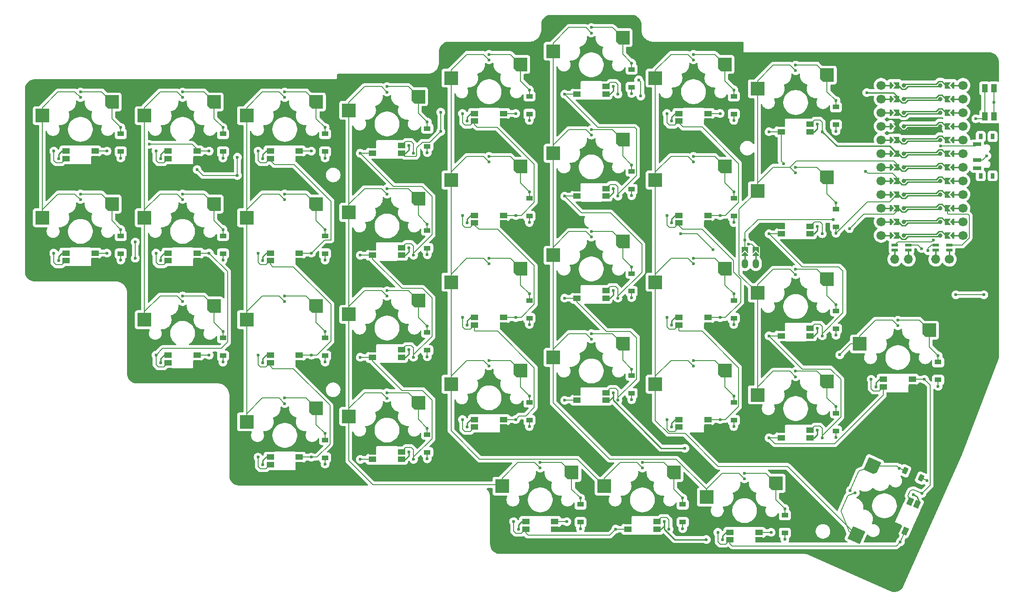
<source format=gbr>
%TF.GenerationSoftware,KiCad,Pcbnew,8.0.6*%
%TF.CreationDate,2025-01-09T22:44:34+01:00*%
%TF.ProjectId,deley,64656c65-792e-46b6-9963-61645f706362,0.1*%
%TF.SameCoordinates,Original*%
%TF.FileFunction,Copper,L2,Bot*%
%TF.FilePolarity,Positive*%
%FSLAX46Y46*%
G04 Gerber Fmt 4.6, Leading zero omitted, Abs format (unit mm)*
G04 Created by KiCad (PCBNEW 8.0.6) date 2025-01-09 22:44:34*
%MOMM*%
%LPD*%
G01*
G04 APERTURE LIST*
G04 Aperture macros list*
%AMRotRect*
0 Rectangle, with rotation*
0 The origin of the aperture is its center*
0 $1 length*
0 $2 width*
0 $3 Rotation angle, in degrees counterclockwise*
0 Add horizontal line*
21,1,$1,$2,0,0,$3*%
%AMOutline5P*
0 Free polygon, 5 corners , with rotation*
0 The origin of the aperture is its center*
0 number of corners: always 5*
0 $1 to $10 corner X, Y*
0 $11 Rotation angle, in degrees counterclockwise*
0 create outline with 5 corners*
4,1,5,$1,$2,$3,$4,$5,$6,$7,$8,$9,$10,$1,$2,$11*%
%AMOutline6P*
0 Free polygon, 6 corners , with rotation*
0 The origin of the aperture is its center*
0 number of corners: always 6*
0 $1 to $12 corner X, Y*
0 $13 Rotation angle, in degrees counterclockwise*
0 create outline with 6 corners*
4,1,6,$1,$2,$3,$4,$5,$6,$7,$8,$9,$10,$11,$12,$1,$2,$13*%
%AMOutline7P*
0 Free polygon, 7 corners , with rotation*
0 The origin of the aperture is its center*
0 number of corners: always 7*
0 $1 to $14 corner X, Y*
0 $15 Rotation angle, in degrees counterclockwise*
0 create outline with 7 corners*
4,1,7,$1,$2,$3,$4,$5,$6,$7,$8,$9,$10,$11,$12,$13,$14,$1,$2,$15*%
%AMOutline8P*
0 Free polygon, 8 corners , with rotation*
0 The origin of the aperture is its center*
0 number of corners: always 8*
0 $1 to $16 corner X, Y*
0 $17 Rotation angle, in degrees counterclockwise*
0 create outline with 8 corners*
4,1,8,$1,$2,$3,$4,$5,$6,$7,$8,$9,$10,$11,$12,$13,$14,$15,$16,$1,$2,$17*%
%AMFreePoly0*
4,1,6,0.500000,-0.625000,-0.650000,-0.625000,-0.150000,0.000000,-0.650000,0.625000,0.500000,0.625000,0.500000,-0.625000,0.500000,-0.625000,$1*%
%AMFreePoly1*
4,1,6,0.250000,0.000000,-0.250000,-0.625000,-0.500000,-0.625000,-0.500000,0.625000,-0.250000,0.625000,0.250000,0.000000,0.250000,0.000000,$1*%
%AMFreePoly2*
4,1,6,0.600000,-0.200000,0.600000,-0.400000,-0.600000,-0.400000,-0.600000,-0.200000,0.000000,0.400000,0.600000,-0.200000,0.600000,-0.200000,$1*%
%AMFreePoly3*
4,1,6,0.600000,-1.000000,0.000000,-0.400000,-0.600000,-1.000000,-0.600000,0.250000,0.600000,0.250000,0.600000,-1.000000,0.600000,-1.000000,$1*%
G04 Aperture macros list end*
%TA.AperFunction,SMDPad,CuDef*%
%ADD10R,1.200000X0.900000*%
%TD*%
%TA.AperFunction,SMDPad,CuDef*%
%ADD11RotRect,0.900000X1.200000X156.000000*%
%TD*%
%TA.AperFunction,SMDPad,CuDef*%
%ADD12FreePoly0,180.000000*%
%TD*%
%TA.AperFunction,ComponentPad*%
%ADD13C,0.800000*%
%TD*%
%TA.AperFunction,SMDPad,CuDef*%
%ADD14FreePoly0,0.000000*%
%TD*%
%TA.AperFunction,SMDPad,CuDef*%
%ADD15FreePoly1,0.000000*%
%TD*%
%TA.AperFunction,ComponentPad*%
%ADD16C,1.700000*%
%TD*%
%TA.AperFunction,SMDPad,CuDef*%
%ADD17FreePoly1,180.000000*%
%TD*%
%TA.AperFunction,SMDPad,CuDef*%
%ADD18R,1.500000X0.700000*%
%TD*%
%TA.AperFunction,SMDPad,CuDef*%
%ADD19R,0.800000X1.000000*%
%TD*%
%TA.AperFunction,SMDPad,CuDef*%
%ADD20R,1.000000X1.550000*%
%TD*%
%TA.AperFunction,SMDPad,CuDef*%
%ADD21R,1.200000X0.600000*%
%TD*%
%TA.AperFunction,ComponentPad*%
%ADD22O,1.700000X1.700000*%
%TD*%
%TA.AperFunction,SMDPad,CuDef*%
%ADD23RotRect,1.400000X1.000000X246.000000*%
%TD*%
%TA.AperFunction,SMDPad,CuDef*%
%ADD24R,1.400000X1.000000*%
%TD*%
%TA.AperFunction,SMDPad,CuDef*%
%ADD25Outline5P,-1.275000X1.250000X1.275000X1.250000X1.275000X-1.250000X-0.775000X-1.250000X-1.275000X-0.750000X0.000000*%
%TD*%
%TA.AperFunction,SMDPad,CuDef*%
%ADD26R,2.550000X2.500000*%
%TD*%
%TA.AperFunction,SMDPad,CuDef*%
%ADD27FreePoly2,0.000000*%
%TD*%
%TA.AperFunction,ComponentPad*%
%ADD28O,1.200000X1.750000*%
%TD*%
%TA.AperFunction,SMDPad,CuDef*%
%ADD29FreePoly3,0.000000*%
%TD*%
%TA.AperFunction,SMDPad,CuDef*%
%ADD30Outline5P,-1.275000X1.250000X1.275000X1.250000X1.275000X-1.250000X-0.775000X-1.250000X-1.275000X-0.750000X66.000000*%
%TD*%
%TA.AperFunction,SMDPad,CuDef*%
%ADD31RotRect,2.550000X2.500000X66.000000*%
%TD*%
%TA.AperFunction,ViaPad*%
%ADD32C,0.600000*%
%TD*%
%TA.AperFunction,Conductor*%
%ADD33C,0.200000*%
%TD*%
%TA.AperFunction,Conductor*%
%ADD34C,0.250000*%
%TD*%
G04 APERTURE END LIST*
D10*
%TO.P,D22,2*%
%TO.N,index_bottom*%
X231500000Y-163850000D03*
%TO.P,D22,1*%
%TO.N,P10*%
X231500000Y-167150000D03*
%TD*%
D11*
%TO.P,D33,2*%
%TO.N,double_bottom*%
X263327039Y-176594136D03*
%TO.P,D33,1*%
%TO.N,P16*%
X266341739Y-177936366D03*
%TD*%
D12*
%TO.P,MCU1,124*%
%TO.N,P1*%
X271275000Y-104800000D03*
D13*
X263100000Y-104800000D03*
D12*
%TO.P,MCU1,123*%
%TO.N,P0*%
X271275000Y-107340000D03*
D13*
X263100000Y-107340000D03*
D12*
%TO.P,MCU1,122*%
%TO.N,GND*%
X271275000Y-109880000D03*
D13*
X263100000Y-109880000D03*
D12*
%TO.P,MCU1,121*%
X271275000Y-112420000D03*
D13*
X263100000Y-112420000D03*
D12*
%TO.P,MCU1,120*%
%TO.N,P2*%
X271275000Y-114960000D03*
D13*
X263100000Y-114960000D03*
D12*
%TO.P,MCU1,119*%
%TO.N,P3*%
X271275000Y-117500000D03*
D13*
X263100000Y-117500000D03*
D12*
%TO.P,MCU1,118*%
%TO.N,P4*%
X271275000Y-120040000D03*
D13*
X263100000Y-120040000D03*
D12*
%TO.P,MCU1,117*%
%TO.N,P5*%
X271275000Y-122580000D03*
D13*
X263100000Y-122580000D03*
D12*
%TO.P,MCU1,116*%
%TO.N,P6*%
X271275000Y-125120000D03*
D13*
X263100000Y-125120000D03*
D12*
%TO.P,MCU1,115*%
%TO.N,P7*%
X271275000Y-127660000D03*
D13*
X263100000Y-127660000D03*
D12*
%TO.P,MCU1,114*%
%TO.N,P8*%
X271275000Y-130200000D03*
D13*
X263100000Y-130200000D03*
D12*
%TO.P,MCU1,113*%
%TO.N,P9*%
X271275000Y-132740000D03*
D13*
X263100000Y-132740000D03*
%TO.P,MCU1,112*%
%TO.N,P10*%
X269900000Y-132740000D03*
D14*
X261725000Y-132740000D03*
D13*
%TO.P,MCU1,111*%
%TO.N,P16*%
X269900000Y-130200000D03*
D14*
X261725000Y-130200000D03*
D13*
%TO.P,MCU1,110*%
%TO.N,P14*%
X269900000Y-127660000D03*
D14*
X261725000Y-127660000D03*
D13*
%TO.P,MCU1,109*%
%TO.N,P15*%
X269900000Y-125120000D03*
D14*
X261725000Y-125120000D03*
D13*
%TO.P,MCU1,108*%
%TO.N,P18*%
X269900000Y-122580000D03*
D14*
X261725000Y-122580000D03*
D13*
%TO.P,MCU1,107*%
%TO.N,P19*%
X269900000Y-120040000D03*
D14*
X261725000Y-120040000D03*
D13*
%TO.P,MCU1,106*%
%TO.N,LED_0*%
X269900000Y-117500000D03*
D14*
X261725000Y-117500000D03*
D13*
%TO.P,MCU1,105*%
%TO.N,P21*%
X269900000Y-114960000D03*
D14*
X261725000Y-114960000D03*
D13*
%TO.P,MCU1,104*%
%TO.N,VCC*%
X269900000Y-112420000D03*
D14*
X261725000Y-112420000D03*
D13*
%TO.P,MCU1,103*%
%TO.N,RST*%
X269900000Y-109880000D03*
D14*
X261725000Y-109880000D03*
D13*
%TO.P,MCU1,102*%
%TO.N,GND*%
X269900000Y-107340000D03*
D14*
X261725000Y-107340000D03*
D13*
%TO.P,MCU1,101*%
%TO.N,RAW*%
X269900000Y-104800000D03*
D14*
X261725000Y-104800000D03*
D15*
%TO.P,MCU1,24*%
%TO.N,MCU1_24*%
X261000000Y-104800000D03*
D16*
X258880000Y-104800000D03*
D15*
%TO.P,MCU1,23*%
%TO.N,MCU1_23*%
X261000000Y-107340000D03*
D16*
X258880000Y-107340000D03*
D15*
%TO.P,MCU1,22*%
%TO.N,MCU1_22*%
X261000000Y-109880000D03*
D16*
X258880000Y-109880000D03*
D15*
%TO.P,MCU1,21*%
%TO.N,MCU1_21*%
X261000000Y-112420000D03*
D16*
X258880000Y-112420000D03*
D15*
%TO.P,MCU1,20*%
%TO.N,MCU1_20*%
X261000000Y-114960000D03*
D16*
X258880000Y-114960000D03*
D15*
%TO.P,MCU1,19*%
%TO.N,MCU1_19*%
X261000000Y-117500000D03*
D16*
X258880000Y-117500000D03*
D15*
%TO.P,MCU1,18*%
%TO.N,MCU1_18*%
X261000000Y-120040000D03*
D16*
X258880000Y-120040000D03*
D15*
%TO.P,MCU1,17*%
%TO.N,MCU1_17*%
X261000000Y-122580000D03*
D16*
X258880000Y-122580000D03*
D15*
%TO.P,MCU1,16*%
%TO.N,MCU1_16*%
X261000000Y-125120000D03*
D16*
X258880000Y-125120000D03*
D15*
%TO.P,MCU1,15*%
%TO.N,MCU1_15*%
X261000000Y-127660000D03*
D16*
X258880000Y-127660000D03*
D15*
%TO.P,MCU1,14*%
%TO.N,MCU1_14*%
X261000000Y-130200000D03*
D16*
X258880000Y-130200000D03*
D15*
%TO.P,MCU1,13*%
%TO.N,MCU1_13*%
X261000000Y-132740000D03*
D16*
X258880000Y-132740000D03*
%TO.P,MCU1,12*%
%TO.N,MCU1_12*%
X274120000Y-132740000D03*
D17*
X272000000Y-132740000D03*
D16*
%TO.P,MCU1,11*%
%TO.N,MCU1_11*%
X274120000Y-130200000D03*
D17*
X272000000Y-130200000D03*
D16*
%TO.P,MCU1,10*%
%TO.N,MCU1_10*%
X274120000Y-127660000D03*
D17*
X272000000Y-127660000D03*
D16*
%TO.P,MCU1,9*%
%TO.N,MCU1_9*%
X274120000Y-125120000D03*
D17*
X272000000Y-125120000D03*
D16*
%TO.P,MCU1,8*%
%TO.N,MCU1_8*%
X274120000Y-122580000D03*
D17*
X272000000Y-122580000D03*
D16*
%TO.P,MCU1,7*%
%TO.N,MCU1_7*%
X274120000Y-120040000D03*
D17*
X272000000Y-120040000D03*
D16*
%TO.P,MCU1,6*%
%TO.N,MCU1_6*%
X274120000Y-117500000D03*
D17*
X272000000Y-117500000D03*
D16*
%TO.P,MCU1,5*%
%TO.N,MCU1_5*%
X274120000Y-114960000D03*
D17*
X272000000Y-114960000D03*
D16*
%TO.P,MCU1,4*%
%TO.N,MCU1_4*%
X274120000Y-112420000D03*
D17*
X272000000Y-112420000D03*
D16*
%TO.P,MCU1,3*%
%TO.N,MCU1_3*%
X274120000Y-109880000D03*
D17*
X272000000Y-109880000D03*
D16*
%TO.P,MCU1,2*%
%TO.N,MCU1_2*%
X274120000Y-107340000D03*
D17*
X272000000Y-107340000D03*
D16*
%TO.P,MCU1,1*%
%TO.N,MCU1_1*%
X274120000Y-104800000D03*
D17*
X272000000Y-104800000D03*
%TD*%
D10*
%TO.P,D14,2*%
%TO.N,ring_bottom*%
X193500000Y-163850000D03*
%TO.P,D14,1*%
%TO.N,P10*%
X193500000Y-167150000D03*
%TD*%
%TO.P,D17,2*%
%TO.N,ring_number*%
X193500000Y-106850000D03*
%TO.P,D17,1*%
%TO.N,P0*%
X193500000Y-110150000D03*
%TD*%
%TO.P,D7,2*%
%TO.N,outer_home*%
X155500000Y-151850000D03*
%TO.P,D7,1*%
%TO.N,P9*%
X155500000Y-155150000D03*
%TD*%
%TO.P,D2,2*%
%TO.N,outer3_number*%
X117500000Y-113850000D03*
%TO.P,D2,1*%
%TO.N,P0*%
X117500000Y-117150000D03*
%TD*%
%TO.P,D16,2*%
%TO.N,ring_top*%
X193500000Y-125850000D03*
%TO.P,D16,1*%
%TO.N,P15*%
X193500000Y-129150000D03*
%TD*%
%TO.P,D21,2*%
%TO.N,middle_number*%
X212500000Y-101850000D03*
%TO.P,D21,1*%
%TO.N,P0*%
X212500000Y-105150000D03*
%TD*%
%TO.P,D9,2*%
%TO.N,outer_number*%
X155500000Y-113850000D03*
%TO.P,D9,1*%
%TO.N,P0*%
X155500000Y-117150000D03*
%TD*%
%TO.P,D15,2*%
%TO.N,ring_home*%
X193500000Y-144850000D03*
%TO.P,D15,1*%
%TO.N,P9*%
X193500000Y-148150000D03*
%TD*%
%TO.P,D24,2*%
%TO.N,index_top*%
X231500000Y-125850000D03*
%TO.P,D24,1*%
%TO.N,P15*%
X231500000Y-129150000D03*
%TD*%
%TO.P,D18,2*%
%TO.N,middle_bottom*%
X212500000Y-158850000D03*
%TO.P,D18,1*%
%TO.N,P10*%
X212500000Y-162150000D03*
%TD*%
%TO.P,D32,2*%
%TO.N,far_bottom*%
X241000000Y-184850000D03*
%TO.P,D32,1*%
%TO.N,P16*%
X241000000Y-188150000D03*
%TD*%
D18*
%TO.P,PWR1,3*%
%TO.N,N/C*%
X276765000Y-120250000D03*
%TO.P,PWR1,2*%
%TO.N,RAW*%
X276765000Y-118750000D03*
%TO.P,PWR1,1*%
%TO.N,pos*%
X276765000Y-115750000D03*
D19*
%TO.P,PWR1,*%
%TO.N,*%
X279625000Y-121650000D03*
X279625000Y-114350000D03*
X277415000Y-121650000D03*
X277415000Y-114350000D03*
%TD*%
D10*
%TO.P,D23,2*%
%TO.N,index_home*%
X231500000Y-144850000D03*
%TO.P,D23,1*%
%TO.N,P9*%
X231500000Y-148150000D03*
%TD*%
%TO.P,D28,2*%
%TO.N,inner_top*%
X250500000Y-127850000D03*
%TO.P,D28,1*%
%TO.N,P15*%
X250500000Y-131150000D03*
%TD*%
%TO.P,D13,2*%
%TO.N,pinky_number*%
X174500000Y-112850000D03*
%TO.P,D13,1*%
%TO.N,P0*%
X174500000Y-116150000D03*
%TD*%
%TO.P,D10,2*%
%TO.N,pinky_bottom*%
X174500000Y-169850000D03*
%TO.P,D10,1*%
%TO.N,P10*%
X174500000Y-173150000D03*
%TD*%
%TO.P,D27,2*%
%TO.N,inner_home*%
X250500000Y-146850000D03*
%TO.P,D27,1*%
%TO.N,P9*%
X250500000Y-150150000D03*
%TD*%
%TO.P,D20,2*%
%TO.N,middle_top*%
X212500000Y-120850000D03*
%TO.P,D20,1*%
%TO.N,P15*%
X212500000Y-124150000D03*
%TD*%
%TO.P,D4,2*%
%TO.N,outer2_top*%
X136500000Y-132850000D03*
%TO.P,D4,1*%
%TO.N,P15*%
X136500000Y-136150000D03*
%TD*%
%TO.P,D31,2*%
%TO.N,home_bottom*%
X222000000Y-182850000D03*
%TO.P,D31,1*%
%TO.N,P16*%
X222000000Y-186150000D03*
%TD*%
%TO.P,D19,2*%
%TO.N,middle_home*%
X212500000Y-139850000D03*
%TO.P,D19,1*%
%TO.N,P9*%
X212500000Y-143150000D03*
%TD*%
D20*
%TO.P,RST1,4*%
%TO.N,RST*%
X278150000Y-110625000D03*
%TO.P,RST1,3*%
%TO.N,GND*%
X279850000Y-110625000D03*
%TO.P,RST1,2*%
%TO.N,RST*%
X278150000Y-105375000D03*
%TO.P,RST1,1*%
%TO.N,GND*%
X279850000Y-105375000D03*
%TD*%
D10*
%TO.P,D30,2*%
%TO.N,near_bottom*%
X203000000Y-182850000D03*
%TO.P,D30,1*%
%TO.N,P16*%
X203000000Y-186150000D03*
%TD*%
%TO.P,D6,2*%
%TO.N,outer_bottom*%
X155500000Y-170850000D03*
%TO.P,D6,1*%
%TO.N,P10*%
X155500000Y-174150000D03*
%TD*%
%TO.P,D12,2*%
%TO.N,pinky_top*%
X174500000Y-131850000D03*
%TO.P,D12,1*%
%TO.N,P15*%
X174500000Y-135150000D03*
%TD*%
%TO.P,D3,2*%
%TO.N,outer2_home*%
X136500000Y-151850000D03*
%TO.P,D3,1*%
%TO.N,P9*%
X136500000Y-155150000D03*
%TD*%
%TO.P,D34,2*%
%TO.N,main_main*%
X269500000Y-156350000D03*
%TO.P,D34,1*%
%TO.N,P16*%
X269500000Y-159650000D03*
%TD*%
%TO.P,D8,2*%
%TO.N,outer_top*%
X155500000Y-132850000D03*
%TO.P,D8,1*%
%TO.N,P15*%
X155500000Y-136150000D03*
%TD*%
%TO.P,D29,2*%
%TO.N,inner_number*%
X250500000Y-108850000D03*
%TO.P,D29,1*%
%TO.N,P0*%
X250500000Y-112150000D03*
%TD*%
%TO.P,D26,2*%
%TO.N,inner_bottom*%
X250500000Y-165850000D03*
%TO.P,D26,1*%
%TO.N,P10*%
X250500000Y-169150000D03*
%TD*%
%TO.P,D25,2*%
%TO.N,index_number*%
X231500000Y-106850000D03*
%TO.P,D25,1*%
%TO.N,P0*%
X231500000Y-110150000D03*
%TD*%
%TO.P,D11,2*%
%TO.N,pinky_home*%
X174500000Y-150850000D03*
%TO.P,D11,1*%
%TO.N,P9*%
X174500000Y-154150000D03*
%TD*%
D21*
%TO.P,DISP1,27*%
%TO.N,P5*%
X261420000Y-134550000D03*
%TO.P,DISP1,26*%
%TO.N,P6*%
X263960000Y-134550000D03*
%TO.P,DISP1,25*%
%TO.N,GND*%
X269040000Y-134550000D03*
%TO.P,DISP1,24*%
%TO.N,P7*%
X271580000Y-134550000D03*
%TO.P,DISP1,23*%
%TO.N,DISP1_1*%
X261420000Y-135450000D03*
%TO.P,DISP1,22*%
%TO.N,DISP1_2*%
X263960000Y-135450000D03*
%TO.P,DISP1,21*%
%TO.N,DISP1_4*%
X269040000Y-135450000D03*
%TO.P,DISP1,20*%
%TO.N,DISP1_5*%
X271580000Y-135450000D03*
D16*
%TO.P,DISP1,5*%
X271580000Y-137200000D03*
D22*
%TO.P,DISP1,4*%
%TO.N,DISP1_4*%
X269040000Y-137200000D03*
%TO.P,DISP1,3*%
%TO.N,VCC*%
X266500000Y-137200000D03*
%TO.P,DISP1,2*%
%TO.N,DISP1_2*%
X263960000Y-137200000D03*
%TO.P,DISP1,1*%
%TO.N,DISP1_1*%
X261420000Y-137200000D03*
%TD*%
D10*
%TO.P,D5,2*%
%TO.N,outer2_number*%
X136500000Y-113850000D03*
%TO.P,D5,1*%
%TO.N,P0*%
X136500000Y-117150000D03*
%TD*%
%TO.P,D1,2*%
%TO.N,outer3_top*%
X117500000Y-132850000D03*
%TO.P,D1,1*%
%TO.N,P15*%
X117500000Y-136150000D03*
%TD*%
D23*
%TO.P,LED34,4*%
%TO.N,LED_5*%
X264298048Y-182280711D03*
%TO.P,LED34,3*%
%TO.N,GND*%
X265577012Y-182850142D03*
%TO.P,LED34,2*%
%TO.N,LED_6*%
X263380634Y-187783287D03*
%TO.P,LED34,1*%
%TO.N,VCC*%
X262101670Y-187213856D03*
%TD*%
D24*
%TO.P,LED6,4*%
%TO.N,LED_25*%
X145300000Y-175450000D03*
%TO.P,LED6,3*%
%TO.N,GND*%
X145300000Y-174050000D03*
%TO.P,LED6,2*%
%TO.N,LED_26*%
X150700000Y-174050000D03*
%TO.P,LED6,1*%
%TO.N,VCC*%
X150700000Y-175450000D03*
%TD*%
%TO.P,LED11,4*%
%TO.N,LED_18*%
X183300000Y-149450000D03*
%TO.P,LED11,3*%
%TO.N,GND*%
X183300000Y-148050000D03*
%TO.P,LED11,2*%
%TO.N,LED_19*%
X188700000Y-148050000D03*
%TO.P,LED11,1*%
%TO.N,VCC*%
X188700000Y-149450000D03*
%TD*%
D25*
%TO.P,S30,2*%
%TO.N,near_bottom*%
X201342000Y-176920000D03*
D26*
%TO.P,S30,1*%
%TO.N,P18*%
X188415000Y-179460000D03*
%TD*%
D27*
%TO.P,JST1,32*%
%TO.N,JST1_2*%
X233600000Y-136200000D03*
%TO.P,JST1,31*%
%TO.N,JST1_1*%
X235600000Y-136200000D03*
D28*
%TO.P,JST1,12*%
%TO.N,JST1_2*%
X233600000Y-138000000D03*
%TO.P,JST1,11*%
%TO.N,JST1_1*%
X235600000Y-138000000D03*
D29*
%TO.P,JST1,2*%
%TO.N,GND*%
X235600000Y-135184000D03*
%TO.P,JST1,1*%
%TO.N,pos*%
X233600000Y-135184000D03*
%TD*%
D24*
%TO.P,LED3,4*%
%TO.N,LED_33*%
X126300000Y-156450000D03*
%TO.P,LED3,3*%
%TO.N,GND*%
X126300000Y-155050000D03*
%TO.P,LED3,2*%
%TO.N,LED_34*%
X131700000Y-155050000D03*
%TO.P,LED3,1*%
%TO.N,VCC*%
X131700000Y-156450000D03*
%TD*%
D25*
%TO.P,S16,2*%
%TO.N,ring_top*%
X191842000Y-119920000D03*
D26*
%TO.P,S16,1*%
%TO.N,P4*%
X178915000Y-122460000D03*
%TD*%
D24*
%TO.P,LED26,4*%
%TO.N,LED_13*%
X207700000Y-143050000D03*
%TO.P,LED26,3*%
%TO.N,GND*%
X207700000Y-144450000D03*
%TO.P,LED26,2*%
%TO.N,LED_14*%
X202300000Y-144450000D03*
%TO.P,LED26,1*%
%TO.N,VCC*%
X202300000Y-143050000D03*
%TD*%
D25*
%TO.P,S14,2*%
%TO.N,ring_bottom*%
X191842000Y-157920000D03*
D26*
%TO.P,S14,1*%
%TO.N,P4*%
X178915000Y-160460000D03*
%TD*%
D24*
%TO.P,LED14,4*%
%TO.N,LED_7*%
X221300000Y-168450000D03*
%TO.P,LED14,3*%
%TO.N,GND*%
X221300000Y-167050000D03*
%TO.P,LED14,2*%
%TO.N,LED_8*%
X226700000Y-167050000D03*
%TO.P,LED14,1*%
%TO.N,VCC*%
X226700000Y-168450000D03*
%TD*%
D25*
%TO.P,S25,2*%
%TO.N,index_number*%
X229842000Y-100920000D03*
D26*
%TO.P,S25,1*%
%TO.N,P8*%
X216915000Y-103460000D03*
%TD*%
D25*
%TO.P,S28,2*%
%TO.N,inner_top*%
X248842000Y-121920000D03*
D26*
%TO.P,S28,1*%
%TO.N,P19*%
X235915000Y-124460000D03*
%TD*%
D24*
%TO.P,LED21,4*%
%TO.N,LED_24*%
X169700000Y-173050000D03*
%TO.P,LED21,3*%
%TO.N,GND*%
X169700000Y-174450000D03*
%TO.P,LED21,2*%
%TO.N,LED_25*%
X164300000Y-174450000D03*
%TO.P,LED21,1*%
%TO.N,VCC*%
X164300000Y-173050000D03*
%TD*%
%TO.P,LED12,4*%
%TO.N,LED_19*%
X183300000Y-130450000D03*
%TO.P,LED12,3*%
%TO.N,GND*%
X183300000Y-129050000D03*
%TO.P,LED12,2*%
%TO.N,LED_20*%
X188700000Y-129050000D03*
%TO.P,LED12,1*%
%TO.N,VCC*%
X188700000Y-130450000D03*
%TD*%
%TO.P,LED25,4*%
%TO.N,LED_14*%
X207700000Y-162050000D03*
%TO.P,LED25,3*%
%TO.N,GND*%
X207700000Y-163450000D03*
%TO.P,LED25,2*%
%TO.N,LED_15*%
X202300000Y-163450000D03*
%TO.P,LED25,1*%
%TO.N,VCC*%
X202300000Y-162050000D03*
%TD*%
%TO.P,LED8,4*%
%TO.N,LED_27*%
X145300000Y-137450000D03*
%TO.P,LED8,3*%
%TO.N,GND*%
X145300000Y-136050000D03*
%TO.P,LED8,2*%
%TO.N,LED_28*%
X150700000Y-136050000D03*
%TO.P,LED8,1*%
%TO.N,VCC*%
X150700000Y-137450000D03*
%TD*%
%TO.P,LED20,4*%
%TO.N,LED_4*%
X259300000Y-160950000D03*
%TO.P,LED20,3*%
%TO.N,GND*%
X259300000Y-159550000D03*
%TO.P,LED20,2*%
%TO.N,LED_5*%
X264700000Y-159550000D03*
%TO.P,LED20,1*%
%TO.N,VCC*%
X264700000Y-160950000D03*
%TD*%
D25*
%TO.P,S31,2*%
%TO.N,home_bottom*%
X220342000Y-176920000D03*
D26*
%TO.P,S31,1*%
%TO.N,P4*%
X207415000Y-179460000D03*
%TD*%
D25*
%TO.P,S24,2*%
%TO.N,index_top*%
X229842000Y-119920000D03*
D26*
%TO.P,S24,1*%
%TO.N,P8*%
X216915000Y-122460000D03*
%TD*%
D24*
%TO.P,LED30,4*%
%TO.N,LED_2*%
X245700000Y-150050000D03*
%TO.P,LED30,3*%
%TO.N,GND*%
X245700000Y-151450000D03*
%TO.P,LED30,2*%
%TO.N,LED_3*%
X240300000Y-151450000D03*
%TO.P,LED30,1*%
%TO.N,VCC*%
X240300000Y-150050000D03*
%TD*%
%TO.P,LED19,4*%
%TO.N,LED_6*%
X230800000Y-189450000D03*
%TO.P,LED19,3*%
%TO.N,GND*%
X230800000Y-188050000D03*
%TO.P,LED19,2*%
%TO.N,LED_7*%
X236200000Y-188050000D03*
%TO.P,LED19,1*%
%TO.N,VCC*%
X236200000Y-189450000D03*
%TD*%
%TO.P,LED9,4*%
%TO.N,LED_28*%
X145300000Y-118450000D03*
%TO.P,LED9,3*%
%TO.N,GND*%
X145300000Y-117050000D03*
%TO.P,LED9,2*%
%TO.N,LED_29*%
X150700000Y-117050000D03*
%TO.P,LED9,1*%
%TO.N,VCC*%
X150700000Y-118450000D03*
%TD*%
D25*
%TO.P,S21,2*%
%TO.N,middle_number*%
X210842000Y-95920000D03*
D26*
%TO.P,S21,1*%
%TO.N,P14*%
X197915000Y-98460000D03*
%TD*%
D25*
%TO.P,S13,2*%
%TO.N,pinky_number*%
X172842000Y-106920000D03*
D26*
%TO.P,S13,1*%
%TO.N,P18*%
X159915000Y-109460000D03*
%TD*%
D24*
%TO.P,LED23,4*%
%TO.N,LED_22*%
X169700000Y-135050000D03*
%TO.P,LED23,3*%
%TO.N,GND*%
X169700000Y-136450000D03*
%TO.P,LED23,2*%
%TO.N,LED_23*%
X164300000Y-136450000D03*
%TO.P,LED23,1*%
%TO.N,VCC*%
X164300000Y-135050000D03*
%TD*%
%TO.P,LED31,4*%
%TO.N,LED_1*%
X245700000Y-131050000D03*
%TO.P,LED31,3*%
%TO.N,GND*%
X245700000Y-132450000D03*
%TO.P,LED31,2*%
%TO.N,LED_2*%
X240300000Y-132450000D03*
%TO.P,LED31,1*%
%TO.N,VCC*%
X240300000Y-131050000D03*
%TD*%
%TO.P,LED1,4*%
%TO.N,LED_31*%
X107300000Y-137450000D03*
%TO.P,LED1,3*%
%TO.N,GND*%
X107300000Y-136050000D03*
%TO.P,LED1,2*%
%TO.N,LED_32*%
X112700000Y-136050000D03*
%TO.P,LED1,1*%
%TO.N,VCC*%
X112700000Y-137450000D03*
%TD*%
%TO.P,LED24,4*%
%TO.N,LED_21*%
X169700000Y-116050000D03*
%TO.P,LED24,3*%
%TO.N,GND*%
X169700000Y-117450000D03*
%TO.P,LED24,2*%
%TO.N,LED_22*%
X164300000Y-117450000D03*
%TO.P,LED24,1*%
%TO.N,VCC*%
X164300000Y-116050000D03*
%TD*%
D25*
%TO.P,S27,2*%
%TO.N,inner_home*%
X248842000Y-140920000D03*
D26*
%TO.P,S27,1*%
%TO.N,P19*%
X235915000Y-143460000D03*
%TD*%
D25*
%TO.P,S32,2*%
%TO.N,far_bottom*%
X239342000Y-178920000D03*
D26*
%TO.P,S32,1*%
%TO.N,P14*%
X226415000Y-181460000D03*
%TD*%
D24*
%TO.P,LED5,4*%
%TO.N,LED_29*%
X126300000Y-118450000D03*
%TO.P,LED5,3*%
%TO.N,GND*%
X126300000Y-117050000D03*
%TO.P,LED5,2*%
%TO.N,LED_30*%
X131700000Y-117050000D03*
%TO.P,LED5,1*%
%TO.N,VCC*%
X131700000Y-118450000D03*
%TD*%
D25*
%TO.P,S11,2*%
%TO.N,pinky_home*%
X172842000Y-144920000D03*
D26*
%TO.P,S11,1*%
%TO.N,P18*%
X159915000Y-147460000D03*
%TD*%
D25*
%TO.P,S3,2*%
%TO.N,outer2_home*%
X134842000Y-145920000D03*
D26*
%TO.P,S3,1*%
%TO.N,P2*%
X121915000Y-148460000D03*
%TD*%
D25*
%TO.P,S10,2*%
%TO.N,pinky_bottom*%
X172842000Y-163920000D03*
D26*
%TO.P,S10,1*%
%TO.N,P18*%
X159915000Y-166460000D03*
%TD*%
D24*
%TO.P,LED33,4*%
%TO.N,LED_15*%
X217200000Y-186050000D03*
%TO.P,LED33,3*%
%TO.N,GND*%
X217200000Y-187450000D03*
%TO.P,LED33,2*%
%TO.N,LED_16*%
X211800000Y-187450000D03*
%TO.P,LED33,1*%
%TO.N,VCC*%
X211800000Y-186050000D03*
%TD*%
D25*
%TO.P,S7,2*%
%TO.N,outer_home*%
X153842000Y-145920000D03*
D26*
%TO.P,S7,1*%
%TO.N,P3*%
X140915000Y-148460000D03*
%TD*%
D24*
%TO.P,LED22,4*%
%TO.N,LED_23*%
X169700000Y-154050000D03*
%TO.P,LED22,3*%
%TO.N,GND*%
X169700000Y-155450000D03*
%TO.P,LED22,2*%
%TO.N,LED_24*%
X164300000Y-155450000D03*
%TO.P,LED22,1*%
%TO.N,VCC*%
X164300000Y-154050000D03*
%TD*%
%TO.P,LED28,4*%
%TO.N,LED_11*%
X207700000Y-105050000D03*
%TO.P,LED28,3*%
%TO.N,GND*%
X207700000Y-106450000D03*
%TO.P,LED28,2*%
%TO.N,LED_12*%
X202300000Y-106450000D03*
%TO.P,LED28,1*%
%TO.N,VCC*%
X202300000Y-105050000D03*
%TD*%
D25*
%TO.P,S8,2*%
%TO.N,outer_top*%
X153842000Y-126920000D03*
D26*
%TO.P,S8,1*%
%TO.N,P3*%
X140915000Y-129460000D03*
%TD*%
D25*
%TO.P,S18,2*%
%TO.N,middle_bottom*%
X210842000Y-152920000D03*
D26*
%TO.P,S18,1*%
%TO.N,P14*%
X197915000Y-155460000D03*
%TD*%
D25*
%TO.P,S23,2*%
%TO.N,index_home*%
X229842000Y-138920000D03*
D26*
%TO.P,S23,1*%
%TO.N,P8*%
X216915000Y-141460000D03*
%TD*%
D25*
%TO.P,S1,2*%
%TO.N,outer3_top*%
X115842000Y-126920000D03*
D26*
%TO.P,S1,1*%
%TO.N,P1*%
X102915000Y-129460000D03*
%TD*%
D24*
%TO.P,LED27,4*%
%TO.N,LED_12*%
X207700000Y-124050000D03*
%TO.P,LED27,3*%
%TO.N,GND*%
X207700000Y-125450000D03*
%TO.P,LED27,2*%
%TO.N,LED_13*%
X202300000Y-125450000D03*
%TO.P,LED27,1*%
%TO.N,VCC*%
X202300000Y-124050000D03*
%TD*%
%TO.P,LED18,4*%
%TO.N,LED_16*%
X192800000Y-187450000D03*
%TO.P,LED18,3*%
%TO.N,GND*%
X192800000Y-186050000D03*
%TO.P,LED18,2*%
%TO.N,LED_17*%
X198200000Y-186050000D03*
%TO.P,LED18,1*%
%TO.N,VCC*%
X198200000Y-187450000D03*
%TD*%
%TO.P,LED16,4*%
%TO.N,LED_9*%
X221300000Y-130450000D03*
%TO.P,LED16,3*%
%TO.N,GND*%
X221300000Y-129050000D03*
%TO.P,LED16,2*%
%TO.N,LED_10*%
X226700000Y-129050000D03*
%TO.P,LED16,1*%
%TO.N,VCC*%
X226700000Y-130450000D03*
%TD*%
%TO.P,LED7,4*%
%TO.N,LED_26*%
X145300000Y-156450000D03*
%TO.P,LED7,3*%
%TO.N,GND*%
X145300000Y-155050000D03*
%TO.P,LED7,2*%
%TO.N,LED_27*%
X150700000Y-155050000D03*
%TO.P,LED7,1*%
%TO.N,VCC*%
X150700000Y-156450000D03*
%TD*%
D25*
%TO.P,S4,2*%
%TO.N,outer2_top*%
X134842000Y-126920000D03*
D26*
%TO.P,S4,1*%
%TO.N,P2*%
X121915000Y-129460000D03*
%TD*%
D25*
%TO.P,S29,2*%
%TO.N,inner_number*%
X248842000Y-102920000D03*
D26*
%TO.P,S29,1*%
%TO.N,P19*%
X235915000Y-105460000D03*
%TD*%
D25*
%TO.P,S2,2*%
%TO.N,outer3_number*%
X115842000Y-107920000D03*
D26*
%TO.P,S2,1*%
%TO.N,P1*%
X102915000Y-110460000D03*
%TD*%
D24*
%TO.P,LED15,4*%
%TO.N,LED_8*%
X221300000Y-149450000D03*
%TO.P,LED15,3*%
%TO.N,GND*%
X221300000Y-148050000D03*
%TO.P,LED15,2*%
%TO.N,LED_9*%
X226700000Y-148050000D03*
%TO.P,LED15,1*%
%TO.N,VCC*%
X226700000Y-149450000D03*
%TD*%
%TO.P,LED29,4*%
%TO.N,LED_3*%
X245700000Y-169050000D03*
%TO.P,LED29,3*%
%TO.N,GND*%
X245700000Y-170450000D03*
%TO.P,LED29,2*%
%TO.N,LED_4*%
X240300000Y-170450000D03*
%TO.P,LED29,1*%
%TO.N,VCC*%
X240300000Y-169050000D03*
%TD*%
D25*
%TO.P,S26,2*%
%TO.N,inner_bottom*%
X248842000Y-159920000D03*
D26*
%TO.P,S26,1*%
%TO.N,P19*%
X235915000Y-162460000D03*
%TD*%
D24*
%TO.P,LED13,4*%
%TO.N,LED_20*%
X183300000Y-111450000D03*
%TO.P,LED13,3*%
%TO.N,GND*%
X183300000Y-110050000D03*
%TO.P,LED13,2*%
%TO.N,LED_21*%
X188700000Y-110050000D03*
%TO.P,LED13,1*%
%TO.N,VCC*%
X188700000Y-111450000D03*
%TD*%
D30*
%TO.P,S33,2*%
%TO.N,double_bottom*%
X257235345Y-175696845D03*
D31*
%TO.P,S33,1*%
%TO.N,P8*%
X254297865Y-188539358D03*
%TD*%
D25*
%TO.P,S6,2*%
%TO.N,outer_bottom*%
X153842000Y-164920000D03*
D26*
%TO.P,S6,1*%
%TO.N,P3*%
X140915000Y-167460000D03*
%TD*%
D25*
%TO.P,S34,2*%
%TO.N,main_main*%
X267842000Y-150420000D03*
D26*
%TO.P,S34,1*%
%TO.N,P19*%
X254915000Y-152960000D03*
%TD*%
D25*
%TO.P,S19,2*%
%TO.N,middle_home*%
X210842000Y-133920000D03*
D26*
%TO.P,S19,1*%
%TO.N,P14*%
X197915000Y-136460000D03*
%TD*%
D25*
%TO.P,S15,2*%
%TO.N,ring_home*%
X191842000Y-138920000D03*
D26*
%TO.P,S15,1*%
%TO.N,P4*%
X178915000Y-141460000D03*
%TD*%
D25*
%TO.P,S20,2*%
%TO.N,middle_top*%
X210842000Y-114920000D03*
D26*
%TO.P,S20,1*%
%TO.N,P14*%
X197915000Y-117460000D03*
%TD*%
D24*
%TO.P,LED17,4*%
%TO.N,LED_10*%
X221300000Y-111450000D03*
%TO.P,LED17,3*%
%TO.N,GND*%
X221300000Y-110050000D03*
%TO.P,LED17,2*%
%TO.N,LED_11*%
X226700000Y-110050000D03*
%TO.P,LED17,1*%
%TO.N,VCC*%
X226700000Y-111450000D03*
%TD*%
%TO.P,LED32,4*%
%TO.N,LED_0*%
X245700000Y-112050000D03*
%TO.P,LED32,3*%
%TO.N,GND*%
X245700000Y-113450000D03*
%TO.P,LED32,2*%
%TO.N,LED_1*%
X240300000Y-113450000D03*
%TO.P,LED32,1*%
%TO.N,VCC*%
X240300000Y-112050000D03*
%TD*%
D25*
%TO.P,S22,2*%
%TO.N,index_bottom*%
X229842000Y-157920000D03*
D26*
%TO.P,S22,1*%
%TO.N,P8*%
X216915000Y-160460000D03*
%TD*%
D25*
%TO.P,S5,2*%
%TO.N,outer2_number*%
X134842000Y-107920000D03*
D26*
%TO.P,S5,1*%
%TO.N,P2*%
X121915000Y-110460000D03*
%TD*%
D24*
%TO.P,LED10,4*%
%TO.N,LED_17*%
X183300000Y-168450000D03*
%TO.P,LED10,3*%
%TO.N,GND*%
X183300000Y-167050000D03*
%TO.P,LED10,2*%
%TO.N,LED_18*%
X188700000Y-167050000D03*
%TO.P,LED10,1*%
%TO.N,VCC*%
X188700000Y-168450000D03*
%TD*%
%TO.P,LED4,4*%
%TO.N,LED_32*%
X126300000Y-137450000D03*
%TO.P,LED4,3*%
%TO.N,GND*%
X126300000Y-136050000D03*
%TO.P,LED4,2*%
%TO.N,LED_33*%
X131700000Y-136050000D03*
%TO.P,LED4,1*%
%TO.N,VCC*%
X131700000Y-137450000D03*
%TD*%
D25*
%TO.P,S12,2*%
%TO.N,pinky_top*%
X172842000Y-125920000D03*
D26*
%TO.P,S12,1*%
%TO.N,P18*%
X159915000Y-128460000D03*
%TD*%
D24*
%TO.P,LED2,4*%
%TO.N,LED_30*%
X107300000Y-118450000D03*
%TO.P,LED2,3*%
%TO.N,GND*%
X107300000Y-117050000D03*
%TO.P,LED2,2*%
%TO.N,LED_31*%
X112700000Y-117050000D03*
%TO.P,LED2,1*%
%TO.N,VCC*%
X112700000Y-118450000D03*
%TD*%
D25*
%TO.P,S9,2*%
%TO.N,outer_number*%
X153842000Y-107920000D03*
D26*
%TO.P,S9,1*%
%TO.N,P3*%
X140915000Y-110460000D03*
%TD*%
D25*
%TO.P,S17,2*%
%TO.N,ring_number*%
X191842000Y-100920000D03*
D26*
%TO.P,S17,1*%
%TO.N,P4*%
X178915000Y-103460000D03*
%TD*%
D32*
%TO.N,GND*%
X278000000Y-143800000D03*
X272800000Y-143800000D03*
X226400000Y-189400000D03*
%TO.N,VCC*%
X235200000Y-132400000D03*
X231000000Y-132400000D03*
X199600000Y-141600000D03*
X196200000Y-141600000D03*
X199600000Y-130200000D03*
X195800000Y-130200000D03*
%TO.N,GND*%
X222400000Y-172400000D03*
X256235000Y-106165000D03*
%TO.N,VCC*%
X266200000Y-100000000D03*
X193800000Y-135800000D03*
X177400000Y-135800000D03*
%TO.N,GND*%
X221610441Y-132458864D03*
X267600000Y-135600000D03*
%TO.N,P5*%
X268600000Y-133600000D03*
%TO.N,P6*%
X266400000Y-135200000D03*
%TO.N,VCC*%
X234200000Y-154800000D03*
X244000000Y-154800000D03*
X238800000Y-154800000D03*
X244000000Y-136200000D03*
X239400000Y-136200000D03*
%TO.N,pos*%
X270000000Y-116110000D03*
%TO.N,GND*%
X214200000Y-106800000D03*
X213800000Y-103800000D03*
%TO.N,VCC*%
X161400000Y-133600000D03*
X158200000Y-133600000D03*
%TO.N,GND*%
X120200000Y-137000000D03*
X120200000Y-134000000D03*
X131700000Y-120500000D03*
X139200000Y-121600000D03*
X139200000Y-118200000D03*
%TO.N,VCC*%
X161200000Y-153800000D03*
%TO.N,P18*%
X256000000Y-120800000D03*
%TO.N,GND*%
X227600000Y-135400000D03*
X234200000Y-134400000D03*
X279850000Y-108000000D03*
%TO.N,LED_30*%
X122800000Y-115800000D03*
%TO.N,P19*%
X251200000Y-155000000D03*
%TO.N,LED_1*%
X240800000Y-119400000D03*
%TO.N,RAW*%
X278532500Y-117932500D03*
%TO.N,pos*%
X233600000Y-133600000D03*
X250016827Y-129816827D03*
%TO.N,RST*%
X276500000Y-111030000D03*
%TO.N,P14*%
X253000000Y-131500000D03*
%TO.N,P1*%
X110000000Y-126070000D03*
X110000000Y-107070000D03*
%TO.N,outer3_top*%
X117500000Y-131650000D03*
X110000000Y-125041000D03*
%TO.N,GND*%
X124940000Y-137450000D03*
X209060000Y-143050000D03*
X181940000Y-149450000D03*
X171060000Y-135050000D03*
X143940000Y-137450000D03*
X105940000Y-137450000D03*
X219940000Y-130450000D03*
X219940000Y-168450000D03*
X209060000Y-124050000D03*
X171060000Y-116050000D03*
X247060000Y-131050000D03*
X218560000Y-186050000D03*
X247060000Y-169050000D03*
X247060000Y-112050000D03*
X181940000Y-168450000D03*
X191440000Y-187450000D03*
X181940000Y-130450000D03*
X143940000Y-118450000D03*
X247060000Y-150050000D03*
X181940000Y-111450000D03*
X257940000Y-160950000D03*
X171060000Y-154050000D03*
X209060000Y-162050000D03*
X219940000Y-149450000D03*
X124940000Y-156450000D03*
X143940000Y-156450000D03*
X219940000Y-111450000D03*
X143940000Y-175450000D03*
X124940000Y-118450000D03*
X229440000Y-189450000D03*
X264851210Y-181038289D03*
X105940000Y-118450000D03*
X171060000Y-173050000D03*
X209060000Y-105050000D03*
%TO.N,outer3_number*%
X117500000Y-112650000D03*
X110000000Y-106041000D03*
%TO.N,P2*%
X129000000Y-145070000D03*
X129000000Y-107070000D03*
X129000000Y-126070000D03*
%TO.N,outer2_home*%
X129000000Y-144041000D03*
X136500000Y-150650000D03*
%TO.N,outer2_top*%
X136500000Y-131650000D03*
X129000000Y-125041000D03*
%TO.N,outer2_number*%
X136500000Y-112650000D03*
X129000000Y-106041000D03*
%TO.N,P3*%
X148000000Y-164070000D03*
X148000000Y-126070000D03*
X148000000Y-145070000D03*
X148000000Y-107070000D03*
%TO.N,outer_bottom*%
X155500000Y-169650000D03*
X148000000Y-163041000D03*
%TO.N,outer_home*%
X148000000Y-144041000D03*
X155500000Y-150650000D03*
%TO.N,outer_top*%
X148000000Y-125041000D03*
X155500000Y-131650000D03*
%TO.N,outer_number*%
X148000000Y-106041000D03*
X155500000Y-112650000D03*
%TO.N,P18*%
X195500000Y-176070000D03*
X167000000Y-163070000D03*
X167000000Y-144070000D03*
X167000000Y-125070000D03*
X167000000Y-106070000D03*
%TO.N,pinky_bottom*%
X174500000Y-168650000D03*
X167000000Y-162041000D03*
%TO.N,pinky_home*%
X174500000Y-149650000D03*
X167000000Y-143041000D03*
%TO.N,pinky_top*%
X174500000Y-130650000D03*
X167000000Y-124041000D03*
%TO.N,pinky_number*%
X167000000Y-105041000D03*
X174500000Y-111650000D03*
%TO.N,P4*%
X186000000Y-138070000D03*
X186000000Y-157070000D03*
X186000000Y-100070000D03*
X186000000Y-119070000D03*
X214500000Y-176070000D03*
%TO.N,ring_bottom*%
X186000000Y-156041000D03*
X193500000Y-162650000D03*
%TO.N,ring_home*%
X186000000Y-137041000D03*
X193500000Y-143650000D03*
%TO.N,ring_top*%
X186000000Y-118041000D03*
X193500000Y-124650000D03*
%TO.N,ring_number*%
X193500000Y-105650000D03*
X186000000Y-99041000D03*
%TO.N,P14*%
X233500000Y-178070000D03*
X205000000Y-114070000D03*
X205000000Y-95070000D03*
X205000000Y-152070000D03*
X205000000Y-133070000D03*
%TO.N,middle_bottom*%
X205000000Y-151041000D03*
X212500000Y-157650000D03*
%TO.N,middle_home*%
X205000000Y-132041000D03*
X212500000Y-138650000D03*
%TO.N,middle_top*%
X212500000Y-119650000D03*
X205000000Y-113041000D03*
%TO.N,middle_number*%
X205000000Y-94041000D03*
X212500000Y-100650000D03*
%TO.N,P8*%
X224000000Y-100070000D03*
X224000000Y-157070000D03*
X224000000Y-138070000D03*
X254082675Y-180688052D03*
X224000000Y-119070000D03*
%TO.N,index_bottom*%
X224000000Y-156041000D03*
X231500000Y-162650000D03*
%TO.N,index_home*%
X224000000Y-137041000D03*
X231500000Y-143650000D03*
%TO.N,index_top*%
X231500000Y-124650000D03*
X224000000Y-118041000D03*
%TO.N,index_number*%
X231500000Y-105650000D03*
X224000000Y-99041000D03*
%TO.N,P19*%
X243000000Y-121070000D03*
X243000000Y-159070000D03*
X243000000Y-102070000D03*
X262000000Y-149570000D03*
X243000000Y-140070000D03*
%TO.N,inner_bottom*%
X243000000Y-158041000D03*
X250500000Y-164650000D03*
%TO.N,inner_home*%
X250500000Y-145650000D03*
X243000000Y-139041000D03*
%TO.N,inner_top*%
X243000000Y-120041000D03*
X250500000Y-126650000D03*
%TO.N,inner_number*%
X243000000Y-101041000D03*
X250500000Y-107650000D03*
%TO.N,near_bottom*%
X203000000Y-181650000D03*
X195500000Y-175041000D03*
%TO.N,home_bottom*%
X222000000Y-181650000D03*
X214500000Y-175041000D03*
%TO.N,far_bottom*%
X241000000Y-183650000D03*
X233500000Y-177041000D03*
%TO.N,double_bottom*%
X253142637Y-180269520D03*
X262230784Y-176106051D03*
%TO.N,main_main*%
X262000000Y-148541000D03*
X269500000Y-155150000D03*
%TO.N,VCC*%
X200940000Y-143050000D03*
X133060000Y-137450000D03*
X228060000Y-168450000D03*
X133060000Y-156450000D03*
X162940000Y-116050000D03*
X114060000Y-137450000D03*
X228060000Y-149450000D03*
X152060000Y-156450000D03*
X238940000Y-150050000D03*
X200940000Y-162050000D03*
X152060000Y-175450000D03*
X238940000Y-112050000D03*
X238940000Y-131050000D03*
X162940000Y-135050000D03*
X190060000Y-111450000D03*
X228060000Y-111450000D03*
X237560000Y-189450000D03*
X210440000Y-186050000D03*
X261548508Y-188456278D03*
X228060000Y-130450000D03*
X190060000Y-149450000D03*
X152060000Y-137450000D03*
X199560000Y-187450000D03*
X162940000Y-173050000D03*
X152060000Y-118450000D03*
X200940000Y-124050000D03*
X190060000Y-130450000D03*
X190060000Y-168450000D03*
X162940000Y-154050000D03*
X238940000Y-169050000D03*
X133060000Y-118450000D03*
X114060000Y-118450000D03*
X266060000Y-160950000D03*
X200940000Y-105050000D03*
%TO.N,LED_32*%
X124050000Y-136050000D03*
X114950000Y-136050000D03*
%TO.N,LED_31*%
X105050000Y-136050000D03*
X114950000Y-117050000D03*
%TO.N,LED_30*%
X133950000Y-117050000D03*
X105050000Y-117050000D03*
%TO.N,LED_34*%
X133950000Y-155050000D03*
%TO.N,LED_33*%
X133950000Y-136050000D03*
X124050000Y-155050000D03*
%TO.N,LED_29*%
X152950000Y-117050000D03*
X124050000Y-117050000D03*
%TO.N,LED_26*%
X143050000Y-155050000D03*
X152950000Y-174050000D03*
%TO.N,LED_25*%
X143050000Y-174050000D03*
X162050000Y-174450000D03*
%TO.N,LED_27*%
X143050000Y-136050000D03*
X152950000Y-155050000D03*
%TO.N,LED_28*%
X143050000Y-117050000D03*
X152950000Y-136050000D03*
%TO.N,LED_18*%
X190950000Y-167050000D03*
X181050000Y-148050000D03*
%TO.N,LED_17*%
X200450000Y-186050000D03*
X181050000Y-167050000D03*
%TO.N,LED_19*%
X190950000Y-148050000D03*
X181050000Y-129050000D03*
%TO.N,LED_20*%
X190950000Y-129050000D03*
X181050000Y-110050000D03*
%TO.N,LED_21*%
X190950000Y-110050000D03*
X171950000Y-117450000D03*
%TO.N,LED_8*%
X228950000Y-167050000D03*
X219050000Y-148050000D03*
%TO.N,LED_7*%
X238450000Y-188050000D03*
X219050000Y-167050000D03*
%TO.N,LED_9*%
X219050000Y-129050000D03*
X228950000Y-148050000D03*
%TO.N,LED_10*%
X219050000Y-110050000D03*
X228950000Y-129050000D03*
%TO.N,LED_11*%
X228950000Y-110050000D03*
X209950000Y-106450000D03*
%TO.N,LED_16*%
X209550000Y-187450000D03*
X190550000Y-186050000D03*
%TO.N,LED_6*%
X262465476Y-189838765D03*
X228550000Y-188050000D03*
%TO.N,LED_5*%
X266492169Y-180794665D03*
X266950000Y-159550000D03*
%TO.N,LED_4*%
X257050000Y-159550000D03*
%TO.N,LED_24*%
X162050000Y-155450000D03*
X171950000Y-174450000D03*
%TO.N,LED_23*%
X162050000Y-136450000D03*
X171950000Y-155450000D03*
%TO.N,LED_22*%
X162050000Y-117450000D03*
X171950000Y-136450000D03*
%TO.N,LED_15*%
X200050000Y-163450000D03*
X219450000Y-187450000D03*
%TO.N,LED_14*%
X200050000Y-144450000D03*
X209950000Y-163450000D03*
%TO.N,LED_13*%
X200050000Y-125450000D03*
X209950000Y-144450000D03*
%TO.N,LED_12*%
X200050000Y-106450000D03*
X209950000Y-125450000D03*
%TO.N,LED_3*%
X238050000Y-151450000D03*
X247950000Y-170450000D03*
%TO.N,LED_2*%
X247950000Y-151450000D03*
X238050000Y-132450000D03*
%TO.N,LED_1*%
X247950000Y-132450000D03*
X238050000Y-113450000D03*
%TO.N,LED_0*%
X247950000Y-113450000D03*
%TO.N,P15*%
X155500000Y-137350000D03*
X250500000Y-132350000D03*
X174500000Y-136350000D03*
X212500000Y-125350000D03*
X193500000Y-130350000D03*
X136500000Y-137350000D03*
X117500000Y-137350000D03*
X231500000Y-130350000D03*
%TO.N,P16*%
X267437993Y-178424450D03*
X203000000Y-187350000D03*
X241000000Y-189350000D03*
X269500000Y-160850000D03*
X222000000Y-187350000D03*
%TO.N,P10*%
X174500000Y-174350000D03*
X212500000Y-163350000D03*
X155500000Y-175350000D03*
X250500000Y-170350000D03*
X193500000Y-168350000D03*
X231500000Y-168350000D03*
%TO.N,P0*%
X193500000Y-111350000D03*
X174500000Y-117350000D03*
X231500000Y-111350000D03*
X212500000Y-106350000D03*
X136500000Y-118350000D03*
X117500000Y-118350000D03*
X155500000Y-118350000D03*
X250500000Y-113350000D03*
%TO.N,P9*%
X212500000Y-144350000D03*
X250500000Y-151350000D03*
X136500000Y-156350000D03*
X155500000Y-156350000D03*
X174500000Y-155350000D03*
X193500000Y-149350000D03*
X231500000Y-149350000D03*
%TO.N,LED_4*%
X238050000Y-170450000D03*
%TO.N,GND*%
X177000000Y-113400000D03*
X177000000Y-109800000D03*
%TD*%
D33*
%TO.N,GND*%
X272800000Y-143800000D02*
X278000000Y-143800000D01*
D34*
X220516116Y-189400000D02*
X226400000Y-189400000D01*
X218560000Y-187443884D02*
X220516116Y-189400000D01*
X218560000Y-186855916D02*
X218560000Y-187443884D01*
D33*
%TO.N,P8*%
X216915000Y-160460000D02*
X216915000Y-167244686D01*
X222435000Y-169635000D02*
X228550000Y-175750000D01*
X228550000Y-175750000D02*
X241508507Y-175750000D01*
X216915000Y-167244686D02*
X219305314Y-169635000D01*
X219305314Y-169635000D02*
X222435000Y-169635000D01*
X241508507Y-175750000D02*
X254297865Y-188539358D01*
D34*
%TO.N,GND*%
X218000000Y-172400000D02*
X222400000Y-172400000D01*
X215816116Y-170200000D02*
X215816116Y-170216116D01*
X215816116Y-170216116D02*
X218000000Y-172400000D01*
X209060000Y-163443884D02*
X215816116Y-170200000D01*
X209060000Y-162855916D02*
X209060000Y-163443884D01*
D33*
X177000000Y-113400000D02*
X175000000Y-115400000D01*
X175000000Y-115400000D02*
X173600000Y-115400000D01*
X173600000Y-115400000D02*
X172550000Y-116450000D01*
X172350000Y-118050000D02*
X170300000Y-118050000D01*
X172550000Y-116450000D02*
X172550000Y-117850000D01*
X172550000Y-117850000D02*
X172350000Y-118050000D01*
X170300000Y-118050000D02*
X169700000Y-117450000D01*
%TO.N,P18*%
X159915000Y-166460000D02*
X159915000Y-174715000D01*
X159915000Y-174715000D02*
X164397936Y-179197936D01*
X164397936Y-179197936D02*
X188152936Y-179197936D01*
X188152936Y-179197936D02*
X188415000Y-179460000D01*
%TO.N,P4*%
X178915000Y-160460000D02*
X178915000Y-169115000D01*
X178915000Y-169115000D02*
X184241000Y-174441000D01*
X184241000Y-174441000D02*
X202396000Y-174441000D01*
X202396000Y-174441000D02*
X207415000Y-179460000D01*
%TO.N,P14*%
X197915000Y-155460000D02*
X197915000Y-163915000D01*
X197915000Y-163915000D02*
X208441000Y-174441000D01*
X226415000Y-180043736D02*
X226415000Y-181460000D01*
X208441000Y-174441000D02*
X220812264Y-174441000D01*
X220812264Y-174441000D02*
X226415000Y-180043736D01*
%TO.N,GND*%
X213800000Y-103800000D02*
X214200000Y-104200000D01*
X214200000Y-104200000D02*
X214200000Y-106800000D01*
%TO.N,RST*%
X276500000Y-111030000D02*
X277745000Y-111030000D01*
X277745000Y-111030000D02*
X278150000Y-110625000D01*
D34*
%TO.N,GND*%
X261180000Y-106165000D02*
X256235000Y-106165000D01*
X261725000Y-106710000D02*
X261180000Y-106165000D01*
X261725000Y-107340000D02*
X261725000Y-106710000D01*
D33*
X221610441Y-132458864D02*
X224658864Y-132458864D01*
X224658864Y-132458864D02*
X227600000Y-135400000D01*
X267600000Y-135190000D02*
X267600000Y-135600000D01*
X268240000Y-134550000D02*
X267600000Y-135190000D01*
X269040000Y-134550000D02*
X268240000Y-134550000D01*
%TO.N,P5*%
X268250000Y-133950000D02*
X268600000Y-133600000D01*
X262020000Y-133950000D02*
X268250000Y-133950000D01*
X261420000Y-134550000D02*
X262020000Y-133950000D01*
%TO.N,P6*%
X265750000Y-134550000D02*
X266400000Y-135200000D01*
X263960000Y-134550000D02*
X265750000Y-134550000D01*
%TO.N,P7*%
X271580000Y-134550000D02*
X273936346Y-134550000D01*
X275270000Y-133216346D02*
X275270000Y-129070000D01*
X271275000Y-128675000D02*
X271275000Y-127660000D01*
X273936346Y-134550000D02*
X275270000Y-133216346D01*
X275270000Y-129070000D02*
X275010000Y-128810000D01*
X275010000Y-128810000D02*
X271410000Y-128810000D01*
X271410000Y-128810000D02*
X271275000Y-128675000D01*
%TO.N,LED_7*%
X220519000Y-169235000D02*
X221300000Y-168450000D01*
X219471000Y-169235000D02*
X220519000Y-169235000D01*
X219050000Y-167050000D02*
X219050000Y-168814000D01*
X219050000Y-168814000D02*
X219471000Y-169235000D01*
%TO.N,pos*%
X270000000Y-116110000D02*
X276405000Y-116110000D01*
X276405000Y-116110000D02*
X276765000Y-115750000D01*
%TO.N,GND*%
X120200000Y-134000000D02*
X120200000Y-137000000D01*
X139200000Y-121600000D02*
X132800000Y-121600000D01*
X132800000Y-121600000D02*
X131700000Y-120500000D01*
X139200000Y-121600000D02*
X139200000Y-118200000D01*
%TO.N,LED_33*%
X133950000Y-136050000D02*
X137400000Y-139500000D01*
X137400000Y-139500000D02*
X137400000Y-152600000D01*
X137400000Y-152600000D02*
X136200000Y-153800000D01*
X136200000Y-153800000D02*
X125300000Y-153800000D01*
X125300000Y-153800000D02*
X124050000Y-155050000D01*
D34*
%TO.N,VCC*%
X161450000Y-154050000D02*
X161200000Y-153800000D01*
X162940000Y-154050000D02*
X161450000Y-154050000D01*
D33*
%TO.N,P18*%
X256000000Y-120800000D02*
X256390000Y-121190000D01*
X256390000Y-121190000D02*
X260965000Y-121190000D01*
X260965000Y-121190000D02*
X261725000Y-121950000D01*
X261725000Y-121950000D02*
X261725000Y-122580000D01*
%TO.N,GND*%
X234200000Y-134400000D02*
X234816000Y-134400000D01*
X234816000Y-134400000D02*
X235600000Y-135184000D01*
%TO.N,pos*%
X233600000Y-132200000D02*
X235983173Y-129816827D01*
X233600000Y-133600000D02*
X233600000Y-132200000D01*
X235983173Y-129816827D02*
X250016827Y-129816827D01*
X233600000Y-133600000D02*
X233600000Y-135184000D01*
%TO.N,GND*%
X279850000Y-108000000D02*
X279850000Y-110625000D01*
X279850000Y-105375000D02*
X279850000Y-108000000D01*
%TO.N,LED_30*%
X130795980Y-115800000D02*
X122800000Y-115800000D01*
X131700000Y-116704020D02*
X130795980Y-115800000D01*
X131700000Y-117050000D02*
X131700000Y-116704020D01*
%TO.N,LED_27*%
X152950000Y-155050000D02*
X153950000Y-155050000D01*
X153950000Y-155050000D02*
X156600000Y-152400000D01*
X156600000Y-152400000D02*
X156600000Y-145600000D01*
X156600000Y-145600000D02*
X149580000Y-138580000D01*
X149580000Y-138580000D02*
X145730000Y-138580000D01*
X145730000Y-138580000D02*
X145300000Y-138150000D01*
X145300000Y-138150000D02*
X145300000Y-137450000D01*
%TO.N,LED_26*%
X152950000Y-174050000D02*
X153950000Y-174050000D01*
X153950000Y-174050000D02*
X156400000Y-171600000D01*
X156400000Y-171600000D02*
X156400000Y-164400000D01*
X156400000Y-164400000D02*
X149580000Y-157580000D01*
X145300000Y-157100000D02*
X145300000Y-156450000D01*
X149580000Y-157580000D02*
X145780000Y-157580000D01*
X145780000Y-157580000D02*
X145300000Y-157100000D01*
%TO.N,LED_24*%
X164300000Y-155450000D02*
X164300000Y-156150000D01*
X164300000Y-156150000D02*
X169790479Y-161640479D01*
X169790479Y-161640479D02*
X173640479Y-161640479D01*
X173640479Y-161640479D02*
X175400000Y-163400000D01*
X175400000Y-163400000D02*
X175400000Y-170600000D01*
X175400000Y-170600000D02*
X171950000Y-174050000D01*
X171950000Y-174050000D02*
X171950000Y-174450000D01*
%TO.N,LED_23*%
X164300000Y-136450000D02*
X164300000Y-137150000D01*
X169790479Y-142640479D02*
X173640479Y-142640479D01*
X171950000Y-155000000D02*
X171950000Y-155450000D01*
X164300000Y-137150000D02*
X169790479Y-142640479D01*
X173640479Y-142640479D02*
X175400000Y-144400000D01*
X175400000Y-144400000D02*
X175400000Y-151550000D01*
X175400000Y-151550000D02*
X171950000Y-155000000D01*
%TO.N,LED_22*%
X162050000Y-117450000D02*
X168240479Y-123640479D01*
X168240479Y-123640479D02*
X173511743Y-123640479D01*
X175400000Y-132600000D02*
X171950000Y-136050000D01*
X173511743Y-123640479D02*
X175400000Y-125528736D01*
X171950000Y-136050000D02*
X171950000Y-136450000D01*
X175400000Y-125528736D02*
X175400000Y-132600000D01*
%TO.N,LED_20*%
X190950000Y-129050000D02*
X191950000Y-129050000D01*
X194400000Y-126600000D02*
X194400000Y-119528736D01*
X191950000Y-129050000D02*
X194400000Y-126600000D01*
X194400000Y-119528736D02*
X187471264Y-112600000D01*
X187471264Y-112600000D02*
X183750000Y-112600000D01*
X183750000Y-112600000D02*
X183300000Y-112150000D01*
X183300000Y-112150000D02*
X183300000Y-111450000D01*
%TO.N,LED_19*%
X190950000Y-148050000D02*
X191950000Y-148050000D01*
X191950000Y-148050000D02*
X194400000Y-145600000D01*
X194400000Y-145600000D02*
X194400000Y-138400000D01*
X194400000Y-138400000D02*
X187580000Y-131580000D01*
X187580000Y-131580000D02*
X184084020Y-131580000D01*
X184084020Y-131580000D02*
X183300000Y-130795980D01*
X183300000Y-130795980D02*
X183300000Y-130450000D01*
%TO.N,LED_18*%
X190950000Y-167050000D02*
X191600000Y-166400000D01*
X191600000Y-166400000D02*
X192800000Y-166400000D01*
X192800000Y-166400000D02*
X194400000Y-164800000D01*
X194400000Y-164800000D02*
X194400000Y-157400000D01*
X187580000Y-150580000D02*
X183380000Y-150580000D01*
X194400000Y-157400000D02*
X187580000Y-150580000D01*
X183380000Y-150580000D02*
X183300000Y-150500000D01*
X183300000Y-150500000D02*
X183300000Y-149450000D01*
%TO.N,LED_16*%
X209550000Y-187450000D02*
X208420000Y-188580000D01*
X208420000Y-188580000D02*
X193230000Y-188580000D01*
X193230000Y-188580000D02*
X192800000Y-188150000D01*
X192800000Y-188150000D02*
X192800000Y-187450000D01*
%TO.N,LED_14*%
X202300000Y-144450000D02*
X202300000Y-145150000D01*
X202300000Y-145150000D02*
X207790479Y-150640479D01*
X212240479Y-150640479D02*
X213400000Y-151800000D01*
X207790479Y-150640479D02*
X212240479Y-150640479D01*
X213400000Y-151800000D02*
X213400000Y-159500000D01*
X213400000Y-159500000D02*
X209950000Y-162950000D01*
X209950000Y-162950000D02*
X209950000Y-163450000D01*
%TO.N,LED_12*%
X200050000Y-106450000D02*
X206240479Y-112640479D01*
X206240479Y-112640479D02*
X213040479Y-112640479D01*
X209950000Y-125050000D02*
X209950000Y-125450000D01*
X213040479Y-112640479D02*
X213400000Y-113000000D01*
X213400000Y-113000000D02*
X213400000Y-121600000D01*
X213400000Y-121600000D02*
X209950000Y-125050000D01*
%TO.N,LED_10*%
X228950000Y-129050000D02*
X229950000Y-129050000D01*
X229950000Y-129050000D02*
X232400000Y-126600000D01*
X232400000Y-126600000D02*
X232400000Y-119400000D01*
X232400000Y-119400000D02*
X225580000Y-112580000D01*
X225580000Y-112580000D02*
X222084020Y-112580000D01*
X222084020Y-112580000D02*
X221300000Y-111795980D01*
X221300000Y-111795980D02*
X221300000Y-111450000D01*
%TO.N,LED_9*%
X228950000Y-148050000D02*
X229950000Y-148050000D01*
X229950000Y-148050000D02*
X232800000Y-145200000D01*
X232800000Y-145200000D02*
X232800000Y-140910686D01*
X225580000Y-131580000D02*
X221980000Y-131580000D01*
X232800000Y-140910686D02*
X231417000Y-139527686D01*
X221300000Y-130900000D02*
X221300000Y-130450000D01*
X231417000Y-139527686D02*
X231417000Y-137417000D01*
X231417000Y-137417000D02*
X225580000Y-131580000D01*
X221980000Y-131580000D02*
X221300000Y-130900000D01*
%TO.N,LED_8*%
X228950000Y-167050000D02*
X229950000Y-167050000D01*
X229950000Y-167050000D02*
X232400000Y-164600000D01*
X232400000Y-164600000D02*
X232400000Y-157400000D01*
X232400000Y-157400000D02*
X225580000Y-150580000D01*
X225580000Y-150580000D02*
X221380000Y-150580000D01*
X221380000Y-150580000D02*
X221300000Y-150500000D01*
X221300000Y-150500000D02*
X221300000Y-149450000D01*
%TO.N,LED_6*%
X262465476Y-189838765D02*
X261724241Y-190580000D01*
X231230000Y-190580000D02*
X230800000Y-190150000D01*
X261724241Y-190580000D02*
X231230000Y-190580000D01*
X230800000Y-190150000D02*
X230800000Y-189450000D01*
%TO.N,LED_5*%
X266950000Y-159550000D02*
X268037993Y-160637993D01*
X268037993Y-160637993D02*
X268037993Y-179248841D01*
X268037993Y-179248841D02*
X266492169Y-180794665D01*
%TO.N,LED_4*%
X238050000Y-170450000D02*
X239180000Y-171580000D01*
X239180000Y-171580000D02*
X250220000Y-171580000D01*
X250220000Y-171580000D02*
X259300000Y-162500000D01*
X259300000Y-162500000D02*
X259300000Y-160950000D01*
%TO.N,P19*%
X251200000Y-155000000D02*
X253240000Y-152960000D01*
X253240000Y-152960000D02*
X254915000Y-152960000D01*
%TO.N,LED_3*%
X238050000Y-151450000D02*
X244240479Y-157640479D01*
X244240479Y-157640479D02*
X249511743Y-157640479D01*
X249511743Y-157640479D02*
X251400000Y-159528736D01*
X251400000Y-159528736D02*
X251400000Y-166600000D01*
X251400000Y-166600000D02*
X247950000Y-170050000D01*
X247950000Y-170050000D02*
X247950000Y-170450000D01*
%TO.N,LED_2*%
X238050000Y-132450000D02*
X244240479Y-138640479D01*
X251800000Y-147200000D02*
X247950000Y-151050000D01*
X244240479Y-138640479D02*
X251040479Y-138640479D01*
X251040479Y-138640479D02*
X251800000Y-139400000D01*
X251800000Y-139400000D02*
X251800000Y-147200000D01*
X247950000Y-151050000D02*
X247950000Y-151450000D01*
%TO.N,LED_1*%
X240300000Y-118900000D02*
X240800000Y-119400000D01*
X240300000Y-113450000D02*
X240300000Y-118900000D01*
D34*
%TO.N,LED_0*%
X261725000Y-117500000D02*
X261725000Y-117383309D01*
X261725000Y-117383309D02*
X260476691Y-116135000D01*
X260476691Y-116135000D02*
X250635000Y-116135000D01*
X250635000Y-116135000D02*
X247950000Y-113450000D01*
D33*
%TO.N,RAW*%
X276765000Y-118750000D02*
X277715000Y-118750000D01*
X277715000Y-118750000D02*
X278532500Y-117932500D01*
X269900000Y-104981336D02*
X269900000Y-104800000D01*
%TO.N,P19*%
X235915000Y-124460000D02*
X232500000Y-127875000D01*
X232500000Y-127875000D02*
X232500000Y-140045000D01*
X232500000Y-140045000D02*
X235915000Y-143460000D01*
%TO.N,RST*%
X278150000Y-105375000D02*
X278150000Y-110625000D01*
%TO.N,P14*%
X253000000Y-131500000D02*
X255690000Y-128810000D01*
X255690000Y-128810000D02*
X261205000Y-128810000D01*
X261205000Y-128810000D02*
X261725000Y-128290000D01*
X261725000Y-128290000D02*
X261725000Y-127660000D01*
D34*
%TO.N,P1*%
X270925305Y-104800000D02*
X270200305Y-104075000D01*
X271275000Y-104800000D02*
X270925305Y-104800000D01*
D33*
X102915000Y-129460000D02*
X102915000Y-127960000D01*
X102915000Y-127960000D02*
X105834000Y-125041000D01*
X105834000Y-106041000D02*
X108971000Y-106041000D01*
X108971000Y-106041000D02*
X110000000Y-107070000D01*
X108971000Y-125041000D02*
X110000000Y-126070000D01*
D34*
X269599695Y-104075000D02*
X269094695Y-104580000D01*
D33*
X102915000Y-110460000D02*
X102915000Y-129460000D01*
X102915000Y-108960000D02*
X105834000Y-106041000D01*
D34*
X270200305Y-104075000D02*
X269599695Y-104075000D01*
X269094695Y-104580000D02*
X263320000Y-104580000D01*
D33*
X102915000Y-110460000D02*
X102915000Y-108960000D01*
X105834000Y-125041000D02*
X108971000Y-125041000D01*
%TO.N,outer3_top*%
X117500000Y-131650000D02*
X117500000Y-132850000D01*
X115842000Y-126920000D02*
X115842000Y-129992000D01*
X115842000Y-129992000D02*
X117500000Y-131650000D01*
X113963000Y-125041000D02*
X115842000Y-126920000D01*
X110000000Y-125041000D02*
X113963000Y-125040500D01*
D34*
%TO.N,GND*%
X271275000Y-109880000D02*
X270925305Y-109880000D01*
X209060000Y-143855916D02*
X209060000Y-143050000D01*
X269599695Y-111695000D02*
X269094695Y-112200000D01*
X124940000Y-117644084D02*
X124940000Y-118450000D01*
X263895305Y-107570000D02*
X269670000Y-107570000D01*
X106600000Y-117050000D02*
X105940000Y-117644084D01*
X247060000Y-169855916D02*
X247060000Y-169050000D01*
X171060000Y-116855916D02*
X171060000Y-116050000D01*
X208400000Y-106450000D02*
X209060000Y-105855916D01*
X209060000Y-124855916D02*
X209060000Y-124050000D01*
X217900000Y-187450000D02*
X218560000Y-186855916D01*
X125600000Y-117050000D02*
X124940000Y-117644084D01*
X143940000Y-117644084D02*
X143940000Y-118450000D01*
X247060000Y-131855916D02*
X247060000Y-131050000D01*
X246400000Y-151450000D02*
X247060000Y-150855916D01*
X126300000Y-117050000D02*
X125600000Y-117050000D01*
X270925305Y-112420000D02*
X270200305Y-111695000D01*
X246400000Y-132450000D02*
X247060000Y-131855916D01*
X183300000Y-148050000D02*
X182600000Y-148050000D01*
X265587451Y-181366085D02*
X264851210Y-181038289D01*
X183300000Y-110050000D02*
X182600000Y-110050000D01*
X217200000Y-187450000D02*
X217900000Y-187450000D01*
X269094695Y-109660000D02*
X263320000Y-109660000D01*
X258600000Y-159550000D02*
X257940000Y-160144084D01*
X182600000Y-167050000D02*
X181940000Y-167644084D01*
X221300000Y-129050000D02*
X220600000Y-129050000D01*
X191440000Y-186644084D02*
X191440000Y-187450000D01*
X171060000Y-135855916D02*
X171060000Y-135050000D01*
X143940000Y-136644084D02*
X143940000Y-137450000D01*
X181940000Y-110644084D02*
X181940000Y-111450000D01*
X262799695Y-108065000D02*
X263400305Y-108065000D01*
X265861727Y-182210660D02*
X265587451Y-181366085D01*
X145300000Y-117050000D02*
X144600000Y-117050000D01*
X170400000Y-174450000D02*
X171060000Y-173855916D01*
X220600000Y-167050000D02*
X219940000Y-167644084D01*
X220600000Y-129050000D02*
X219940000Y-129644084D01*
X219940000Y-167644084D02*
X219940000Y-168450000D01*
X183300000Y-129050000D02*
X182600000Y-129050000D01*
X170400000Y-136450000D02*
X171060000Y-135855916D01*
X171060000Y-173855916D02*
X171060000Y-173050000D01*
X257940000Y-160144084D02*
X257940000Y-160950000D01*
X219940000Y-148644084D02*
X219940000Y-149450000D01*
X209060000Y-105855916D02*
X209060000Y-105050000D01*
X181940000Y-129644084D02*
X181940000Y-130450000D01*
X230100000Y-188050000D02*
X229440000Y-188644084D01*
X207700000Y-106450000D02*
X208400000Y-106450000D01*
X221300000Y-148050000D02*
X220600000Y-148050000D01*
X207700000Y-144450000D02*
X208400000Y-144450000D01*
X183300000Y-167050000D02*
X182600000Y-167050000D01*
X247060000Y-150855916D02*
X247060000Y-150050000D01*
X219940000Y-129644084D02*
X219940000Y-130450000D01*
X207700000Y-125450000D02*
X208400000Y-125450000D01*
X182600000Y-129050000D02*
X181940000Y-129644084D01*
X144600000Y-155050000D02*
X143940000Y-155644084D01*
X105940000Y-136644084D02*
X105940000Y-137450000D01*
X220600000Y-110050000D02*
X219940000Y-110644084D01*
X144600000Y-174050000D02*
X143940000Y-174644084D01*
X169700000Y-117450000D02*
X170400000Y-117450000D01*
X245700000Y-113450000D02*
X246400000Y-113450000D01*
X221300000Y-167050000D02*
X220600000Y-167050000D01*
X145300000Y-174050000D02*
X144600000Y-174050000D01*
X144600000Y-136050000D02*
X143940000Y-136644084D01*
X208400000Y-144450000D02*
X209060000Y-143855916D01*
X259300000Y-159550000D02*
X258600000Y-159550000D01*
X169700000Y-136450000D02*
X170400000Y-136450000D01*
X265577012Y-182850142D02*
X265861727Y-182210660D01*
X143940000Y-155644084D02*
X143940000Y-156450000D01*
X209060000Y-162855916D02*
X209060000Y-162050000D01*
X261725000Y-107340000D02*
X262074695Y-107340000D01*
X171060000Y-154855916D02*
X171060000Y-154050000D01*
X269599695Y-109155000D02*
X269094695Y-109660000D01*
X170400000Y-155450000D02*
X171060000Y-154855916D01*
X107300000Y-136050000D02*
X106600000Y-136050000D01*
X182600000Y-148050000D02*
X181940000Y-148644084D01*
X105940000Y-117644084D02*
X105940000Y-118450000D01*
X221300000Y-110050000D02*
X220600000Y-110050000D01*
X169700000Y-174450000D02*
X170400000Y-174450000D01*
X208400000Y-125450000D02*
X209060000Y-124855916D01*
X207700000Y-163450000D02*
X208400000Y-163450000D01*
X247060000Y-112855916D02*
X247060000Y-112050000D01*
X271275000Y-112420000D02*
X270925305Y-112420000D01*
X219940000Y-110644084D02*
X219940000Y-111450000D01*
X245700000Y-151450000D02*
X246400000Y-151450000D01*
X145300000Y-155050000D02*
X144600000Y-155050000D01*
X169700000Y-155450000D02*
X170400000Y-155450000D01*
X245700000Y-132450000D02*
X246400000Y-132450000D01*
X262074695Y-107340000D02*
X262799695Y-108065000D01*
X170400000Y-117450000D02*
X171060000Y-116855916D01*
X144600000Y-117050000D02*
X143940000Y-117644084D01*
X192800000Y-186050000D02*
X192100000Y-186050000D01*
X182600000Y-110050000D02*
X181940000Y-110644084D01*
X246400000Y-170450000D02*
X247060000Y-169855916D01*
X181940000Y-148644084D02*
X181940000Y-149450000D01*
X270200305Y-109155000D02*
X269599695Y-109155000D01*
X181940000Y-167644084D02*
X181940000Y-168450000D01*
X143940000Y-174644084D02*
X143940000Y-175450000D01*
X208400000Y-163450000D02*
X209060000Y-162855916D01*
X270925305Y-109880000D02*
X270200305Y-109155000D01*
X145300000Y-136050000D02*
X144600000Y-136050000D01*
X192100000Y-186050000D02*
X191440000Y-186644084D01*
X220600000Y-148050000D02*
X219940000Y-148644084D01*
X245700000Y-170450000D02*
X246400000Y-170450000D01*
X106600000Y-136050000D02*
X105940000Y-136644084D01*
X270200305Y-111695000D02*
X269599695Y-111695000D01*
X246400000Y-113450000D02*
X247060000Y-112855916D01*
X263400305Y-108065000D02*
X263895305Y-107570000D01*
X218560000Y-186855916D02*
X218560000Y-186050000D01*
X229440000Y-188644084D02*
X229440000Y-189450000D01*
X230800000Y-188050000D02*
X230100000Y-188050000D01*
X107300000Y-117050000D02*
X106600000Y-117050000D01*
X269094695Y-112200000D02*
X263320000Y-112200000D01*
D33*
%TO.N,outer3_number*%
X115842000Y-107920000D02*
X115842000Y-110992000D01*
X115842000Y-110992000D02*
X117500000Y-112650000D01*
X113963000Y-106041000D02*
X115842000Y-107920000D01*
X117500000Y-112650000D02*
X117500000Y-113850000D01*
X110000000Y-106041000D02*
X113963000Y-106040500D01*
%TO.N,P2*%
X124834000Y-144041000D02*
X127971000Y-144041000D01*
D34*
X270925305Y-114960000D02*
X270200305Y-114235000D01*
D33*
X121915000Y-127960000D02*
X124834000Y-125041000D01*
X124834000Y-106041000D02*
X127971000Y-106041000D01*
X121915000Y-146960000D02*
X124834000Y-144041000D01*
X127971000Y-144041000D02*
X129000000Y-145070000D01*
D34*
X270200305Y-114235000D02*
X269599695Y-114235000D01*
D33*
X124834000Y-125041000D02*
X127971000Y-125041000D01*
X127971000Y-106041000D02*
X129000000Y-107070000D01*
X127971000Y-125041000D02*
X129000000Y-126070000D01*
X121915000Y-110460000D02*
X121915000Y-108960000D01*
X121915000Y-108960000D02*
X124834000Y-106041000D01*
D34*
X269599695Y-114235000D02*
X269094695Y-114740000D01*
X269094695Y-114740000D02*
X263320000Y-114740000D01*
D33*
X121915000Y-129460000D02*
X121915000Y-127960000D01*
X121915000Y-148460000D02*
X121915000Y-146960000D01*
D34*
X271275000Y-114960000D02*
X270925305Y-114960000D01*
D33*
X121915000Y-110460000D02*
X121915000Y-148460000D01*
%TO.N,outer2_home*%
X129000000Y-144041000D02*
X132963000Y-144040500D01*
X134842000Y-145920000D02*
X134842000Y-148992000D01*
X132963000Y-144041000D02*
X134842000Y-145920000D01*
X136500000Y-150650000D02*
X136500000Y-151850000D01*
X134842000Y-148992000D02*
X136500000Y-150650000D01*
%TO.N,outer2_top*%
X129000000Y-125041000D02*
X132963000Y-125040500D01*
X134842000Y-126920000D02*
X134842000Y-129992000D01*
X136500000Y-131650000D02*
X136500000Y-132850000D01*
X134842000Y-129992000D02*
X136500000Y-131650000D01*
X132963000Y-125041000D02*
X134842000Y-126920000D01*
%TO.N,outer2_number*%
X129000000Y-106041000D02*
X132963000Y-106040500D01*
X134842000Y-110992000D02*
X136500000Y-112650000D01*
X136500000Y-112650000D02*
X136500000Y-113850000D01*
X134842000Y-107920000D02*
X134842000Y-110992000D01*
X132963000Y-106041000D02*
X134842000Y-107920000D01*
%TO.N,P3*%
X140915000Y-110460000D02*
X140915000Y-167460000D01*
D34*
X271275000Y-117500000D02*
X270925305Y-117500000D01*
X269094695Y-117280000D02*
X263320000Y-117280000D01*
D33*
X140915000Y-146960000D02*
X143834000Y-144041000D01*
D34*
X269599695Y-116775000D02*
X269094695Y-117280000D01*
X270200305Y-116775000D02*
X269599695Y-116775000D01*
D33*
X143834000Y-125041000D02*
X146971000Y-125041000D01*
X140915000Y-127960000D02*
X143834000Y-125041000D01*
X143834000Y-106041000D02*
X146971000Y-106041000D01*
X146971000Y-144041000D02*
X148000000Y-145070000D01*
X140915000Y-129460000D02*
X140915000Y-127960000D01*
X146971000Y-125041000D02*
X148000000Y-126070000D01*
X140915000Y-167460000D02*
X140915000Y-165960000D01*
X140915000Y-165960000D02*
X143834000Y-163041000D01*
D34*
X270925305Y-117500000D02*
X270200305Y-116775000D01*
D33*
X143834000Y-144041000D02*
X146971000Y-144041000D01*
X140915000Y-148460000D02*
X140915000Y-146960000D01*
X140915000Y-110460000D02*
X140915000Y-108960000D01*
X143834000Y-163041000D02*
X146971000Y-163041000D01*
X146971000Y-163041000D02*
X148000000Y-164070000D01*
X140915000Y-108960000D02*
X143834000Y-106041000D01*
X146971000Y-106041000D02*
X148000000Y-107070000D01*
%TO.N,outer_bottom*%
X148000000Y-163041000D02*
X151963000Y-163040500D01*
X151963000Y-163041000D02*
X153842000Y-164920000D01*
X153842000Y-167992000D02*
X155500000Y-169650000D01*
X155500000Y-169650000D02*
X155500000Y-170850000D01*
X153842000Y-164920000D02*
X153842000Y-167992000D01*
%TO.N,outer_home*%
X148000000Y-144041000D02*
X151963000Y-144040500D01*
X153842000Y-145920000D02*
X153842000Y-148992000D01*
X153842000Y-148992000D02*
X155500000Y-150650000D01*
X151963000Y-144041000D02*
X153842000Y-145920000D01*
X155500000Y-150650000D02*
X155500000Y-151850000D01*
%TO.N,outer_top*%
X151963000Y-125041000D02*
X153842000Y-126920000D01*
X148000000Y-125041000D02*
X151963000Y-125040500D01*
X153842000Y-126920000D02*
X153842000Y-129992000D01*
X155500000Y-131650000D02*
X155500000Y-132850000D01*
X153842000Y-129992000D02*
X155500000Y-131650000D01*
%TO.N,outer_number*%
X155500000Y-112650000D02*
X155500000Y-113850000D01*
X153842000Y-107920000D02*
X153842000Y-110992000D01*
X153842000Y-110992000D02*
X155500000Y-112650000D01*
X148000000Y-106041000D02*
X151963000Y-106040500D01*
X151963000Y-106041000D02*
X153842000Y-107920000D01*
%TO.N,P18*%
X194471000Y-175041000D02*
X195500000Y-176070000D01*
D34*
X261725000Y-122580000D02*
X262074695Y-122580000D01*
X262799695Y-123305000D02*
X263400305Y-123305000D01*
D33*
X159915000Y-109460000D02*
X159915000Y-166460000D01*
X165971000Y-105041000D02*
X167000000Y-106070000D01*
X162834000Y-143041000D02*
X165971000Y-143041000D01*
X162834000Y-162041000D02*
X165971000Y-162041000D01*
X159915000Y-107960000D02*
X162834000Y-105041000D01*
X165971000Y-143041000D02*
X167000000Y-144070000D01*
X191334000Y-175041000D02*
X194471000Y-175041000D01*
X159915000Y-147460000D02*
X159915000Y-145960000D01*
X159915000Y-109460000D02*
X159915000Y-107960000D01*
D34*
X263400305Y-123305000D02*
X263895305Y-122810000D01*
D33*
X159915000Y-128460000D02*
X159915000Y-126960000D01*
X162834000Y-105041000D02*
X165971000Y-105041000D01*
X159915000Y-145960000D02*
X162834000Y-143041000D01*
X159915000Y-164960000D02*
X162834000Y-162041000D01*
X165971000Y-162041000D02*
X167000000Y-163070000D01*
X188415000Y-179460000D02*
X188415000Y-177960000D01*
X159915000Y-126960000D02*
X162834000Y-124041000D01*
X162834000Y-124041000D02*
X165971000Y-124041000D01*
X188415000Y-177960000D02*
X191334000Y-175041000D01*
D34*
X262074695Y-122580000D02*
X262799695Y-123305000D01*
X263895305Y-122810000D02*
X269670000Y-122810000D01*
D33*
X159915000Y-166460000D02*
X159915000Y-164960000D01*
X165971000Y-124041000D02*
X167000000Y-125070000D01*
%TO.N,pinky_bottom*%
X172842000Y-163920000D02*
X172842000Y-166992000D01*
X172842000Y-166992000D02*
X174500000Y-168650000D01*
X174500000Y-168650000D02*
X174500000Y-169850000D01*
X167000000Y-162041000D02*
X170963000Y-162040500D01*
X170963000Y-162041000D02*
X172842000Y-163920000D01*
%TO.N,pinky_home*%
X172842000Y-144920000D02*
X172842000Y-147992000D01*
X174500000Y-149650000D02*
X174500000Y-150850000D01*
X170963000Y-143041000D02*
X172842000Y-144920000D01*
X167000000Y-143041000D02*
X170963000Y-143040500D01*
X172842000Y-147992000D02*
X174500000Y-149650000D01*
%TO.N,pinky_top*%
X174500000Y-130650000D02*
X174500000Y-131850000D01*
X172842000Y-128992000D02*
X174500000Y-130650000D01*
X170963000Y-124041000D02*
X172842000Y-125920000D01*
X172842000Y-125920000D02*
X172842000Y-128992000D01*
X167000000Y-124041000D02*
X170963000Y-124040500D01*
%TO.N,pinky_number*%
X174500000Y-111650000D02*
X174500000Y-112850000D01*
X172842000Y-106920000D02*
X172842000Y-109992000D01*
X170963000Y-105041000D02*
X172842000Y-106920000D01*
X172842000Y-109992000D02*
X174500000Y-111650000D01*
X167000000Y-105041000D02*
X170963000Y-105040500D01*
D34*
%TO.N,P4*%
X270925305Y-120040000D02*
X270200305Y-119315000D01*
X271275000Y-120040000D02*
X270925305Y-120040000D01*
D33*
X184971000Y-156041000D02*
X186000000Y-157070000D01*
X178915000Y-101960000D02*
X181834000Y-99041000D01*
X184971000Y-137041000D02*
X186000000Y-138070000D01*
X210334000Y-175041000D02*
X213471000Y-175041000D01*
X181834000Y-156041000D02*
X184971000Y-156041000D01*
X178915000Y-158960000D02*
X181834000Y-156041000D01*
X178915000Y-160460000D02*
X178915000Y-158960000D01*
D34*
X269599695Y-119315000D02*
X269094695Y-119820000D01*
D33*
X184971000Y-118041000D02*
X186000000Y-119070000D01*
X178915000Y-103460000D02*
X178915000Y-101960000D01*
X181834000Y-118041000D02*
X184971000Y-118041000D01*
X207415000Y-177960000D02*
X210334000Y-175041000D01*
X207415000Y-179460000D02*
X207415000Y-177960000D01*
X178915000Y-120960000D02*
X181834000Y-118041000D01*
D34*
X269094695Y-119820000D02*
X263320000Y-119820000D01*
D33*
X181834000Y-99041000D02*
X184971000Y-99041000D01*
X184971000Y-99041000D02*
X186000000Y-100070000D01*
X178915000Y-122460000D02*
X178915000Y-120960000D01*
X178915000Y-103460000D02*
X178915000Y-160460000D01*
X178915000Y-141460000D02*
X178915000Y-139960000D01*
D34*
X270200305Y-119315000D02*
X269599695Y-119315000D01*
D33*
X181834000Y-137041000D02*
X184971000Y-137041000D01*
X178915000Y-139960000D02*
X181834000Y-137041000D01*
X213471000Y-175041000D02*
X214500000Y-176070000D01*
%TO.N,ring_bottom*%
X191842000Y-160992000D02*
X193500000Y-162650000D01*
X193500000Y-162650000D02*
X193500000Y-163850000D01*
X191842000Y-157920000D02*
X191842000Y-160992000D01*
X186000000Y-156041000D02*
X189963000Y-156040500D01*
X189963000Y-156041000D02*
X191842000Y-157920000D01*
%TO.N,ring_home*%
X186000000Y-137041000D02*
X189963000Y-137040500D01*
X191842000Y-141992000D02*
X193500000Y-143650000D01*
X193500000Y-143650000D02*
X193500000Y-144850000D01*
X191842000Y-138920000D02*
X191842000Y-141992000D01*
X189963000Y-137041000D02*
X191842000Y-138920000D01*
%TO.N,ring_top*%
X193500000Y-124650000D02*
X193500000Y-125850000D01*
X191842000Y-119920000D02*
X191842000Y-122992000D01*
X186000000Y-118041000D02*
X189963000Y-118040500D01*
X189963000Y-118041000D02*
X191842000Y-119920000D01*
X191842000Y-122992000D02*
X193500000Y-124650000D01*
%TO.N,ring_number*%
X189963000Y-99041000D02*
X191842000Y-100920000D01*
X186000000Y-99041000D02*
X189963000Y-99040500D01*
X191842000Y-100920000D02*
X191842000Y-103992000D01*
X193500000Y-105650000D02*
X193500000Y-106850000D01*
X191842000Y-103992000D02*
X193500000Y-105650000D01*
%TO.N,P14*%
X232471000Y-177041000D02*
X233500000Y-178070000D01*
X200834000Y-132041000D02*
X203971000Y-132041000D01*
D34*
X262799695Y-128385000D02*
X263400305Y-128385000D01*
D33*
X197915000Y-115960000D02*
X200834000Y-113041000D01*
X229334000Y-177041000D02*
X232471000Y-177041000D01*
X203971000Y-132041000D02*
X205000000Y-133070000D01*
X226415000Y-181460000D02*
X226415000Y-179960000D01*
X200834000Y-113041000D02*
X203971000Y-113041000D01*
D34*
X263895305Y-127890000D02*
X269670000Y-127890000D01*
X262074695Y-127660000D02*
X262799695Y-128385000D01*
D33*
X203971000Y-113041000D02*
X205000000Y-114070000D01*
X197915000Y-117460000D02*
X197915000Y-115960000D01*
X200834000Y-94041000D02*
X203971000Y-94041000D01*
D34*
X261725000Y-127660000D02*
X262074695Y-127660000D01*
D33*
X197915000Y-153960000D02*
X200834000Y-151041000D01*
X197915000Y-136460000D02*
X197915000Y-134960000D01*
X197915000Y-98460000D02*
X197915000Y-155460000D01*
X197915000Y-98460000D02*
X197915000Y-96960000D01*
X200834000Y-151041000D02*
X203971000Y-151041000D01*
X203971000Y-151041000D02*
X205000000Y-152070000D01*
X197915000Y-134960000D02*
X200834000Y-132041000D01*
X197915000Y-96960000D02*
X200834000Y-94041000D01*
X197915000Y-155460000D02*
X197915000Y-153960000D01*
X226415000Y-179960000D02*
X229334000Y-177041000D01*
D34*
X263400305Y-128385000D02*
X263895305Y-127890000D01*
D33*
X203971000Y-94041000D02*
X205000000Y-95070000D01*
%TO.N,middle_bottom*%
X210842000Y-155992000D02*
X212500000Y-157650000D01*
X208963000Y-151041000D02*
X210842000Y-152920000D01*
X205000000Y-151041000D02*
X208963000Y-151040500D01*
X210842000Y-152920000D02*
X210842000Y-155992000D01*
X212500000Y-157650000D02*
X212500000Y-158850000D01*
%TO.N,middle_home*%
X210842000Y-136992000D02*
X212500000Y-138650000D01*
X212500000Y-138650000D02*
X212500000Y-139850000D01*
X208963000Y-132041000D02*
X210842000Y-133920000D01*
X205000000Y-132041000D02*
X208963000Y-132040500D01*
X210842000Y-133920000D02*
X210842000Y-136992000D01*
%TO.N,middle_top*%
X212500000Y-119650000D02*
X212500000Y-120850000D01*
X210842000Y-117992000D02*
X212500000Y-119650000D01*
X208963000Y-113041000D02*
X210842000Y-114920000D01*
X205000000Y-113041000D02*
X208963000Y-113040500D01*
X210842000Y-114920000D02*
X210842000Y-117992000D01*
%TO.N,middle_number*%
X208963000Y-94041000D02*
X210842000Y-95920000D01*
X210842000Y-95920000D02*
X210842000Y-98992000D01*
X212500000Y-100650000D02*
X212500000Y-101850000D01*
X205000000Y-94041000D02*
X208963000Y-94040500D01*
X210842000Y-98992000D02*
X212500000Y-100650000D01*
%TO.N,P8*%
X216915000Y-139960000D02*
X219834000Y-137041000D01*
D34*
X269599695Y-129475000D02*
X269094695Y-129980000D01*
X270200305Y-129475000D02*
X269599695Y-129475000D01*
D33*
X216915000Y-103460000D02*
X216915000Y-101960000D01*
D34*
X269094695Y-129980000D02*
X263320000Y-129980000D01*
D33*
X222971000Y-137041000D02*
X224000000Y-138070000D01*
X216915000Y-122460000D02*
X216915000Y-120960000D01*
X254297865Y-188539359D02*
X252927547Y-187929254D01*
D34*
X271275000Y-130200000D02*
X270925305Y-130200000D01*
D33*
X219834000Y-137041000D02*
X222971000Y-137041000D01*
X216915000Y-160460000D02*
X216915000Y-158960000D01*
X219834000Y-99041000D02*
X222971000Y-99041000D01*
X216915000Y-120960000D02*
X219834000Y-118041000D01*
X216915000Y-158960000D02*
X219834000Y-156041000D01*
X216915000Y-103460000D02*
X216915000Y-160460000D01*
X216915000Y-101960000D02*
X219834000Y-99041000D01*
X219834000Y-118041000D02*
X222971000Y-118041000D01*
X251448172Y-184075350D02*
X252724105Y-181209558D01*
X222971000Y-156041000D02*
X224000000Y-157070000D01*
D34*
X270925305Y-130200000D02*
X270200305Y-129475000D01*
D33*
X252724105Y-181209558D02*
X254082675Y-180688052D01*
X222971000Y-118041000D02*
X224000000Y-119070000D01*
X252927547Y-187929254D02*
X251448172Y-184075350D01*
X222971000Y-99041000D02*
X224000000Y-100070000D01*
X216915000Y-141460000D02*
X216915000Y-139960000D01*
X219834000Y-156041000D02*
X222971000Y-156041000D01*
%TO.N,index_bottom*%
X231500000Y-162650000D02*
X231500000Y-163850000D01*
X227963000Y-156041000D02*
X229842000Y-157920000D01*
X224000000Y-156041000D02*
X227963000Y-156040500D01*
X229842000Y-160992000D02*
X231500000Y-162650000D01*
X229842000Y-157920000D02*
X229842000Y-160992000D01*
%TO.N,index_home*%
X231500000Y-143650000D02*
X231500000Y-144850000D01*
X224000000Y-137041000D02*
X227963000Y-137040500D01*
X229842000Y-138920000D02*
X229842000Y-141992000D01*
X229842000Y-141992000D02*
X231500000Y-143650000D01*
X227963000Y-137041000D02*
X229842000Y-138920000D01*
%TO.N,index_top*%
X224000000Y-118041000D02*
X227963000Y-118040500D01*
X229842000Y-122992000D02*
X231500000Y-124650000D01*
X227963000Y-118041000D02*
X229842000Y-119920000D01*
X231500000Y-124650000D02*
X231500000Y-125850000D01*
X229842000Y-119920000D02*
X229842000Y-122992000D01*
%TO.N,index_number*%
X229842000Y-103992000D02*
X231500000Y-105650000D01*
X227963000Y-99041000D02*
X229842000Y-100920000D01*
X229842000Y-100920000D02*
X229842000Y-103992000D01*
X231500000Y-105650000D02*
X231500000Y-106850000D01*
X224000000Y-99041000D02*
X227963000Y-99040500D01*
D34*
%TO.N,P19*%
X262799695Y-120765000D02*
X263400305Y-120765000D01*
D33*
X235915000Y-124460000D02*
X235915000Y-122960000D01*
X254915000Y-152960000D02*
X254915000Y-151460000D01*
X235915000Y-162460000D02*
X235915000Y-160960000D01*
X260971000Y-148541000D02*
X262000000Y-149570000D01*
X238834000Y-139041000D02*
X241971000Y-139041000D01*
X235915000Y-160960000D02*
X238834000Y-158041000D01*
D34*
X263400305Y-120765000D02*
X263895305Y-120270000D01*
D33*
X257834000Y-148541000D02*
X260971000Y-148541000D01*
X235915000Y-122960000D02*
X238834000Y-120041000D01*
X235915000Y-143460000D02*
X235915000Y-162460000D01*
D34*
X261725000Y-120040000D02*
X262074695Y-120040000D01*
D33*
X238834000Y-101041000D02*
X241971000Y-101041000D01*
X241971000Y-101041000D02*
X243000000Y-102070000D01*
X235915000Y-141960000D02*
X238834000Y-139041000D01*
X241971000Y-139041000D02*
X243000000Y-140070000D01*
X254915000Y-151460000D02*
X257834000Y-148541000D01*
X241971000Y-120041000D02*
X243000000Y-121070000D01*
X235915000Y-103960000D02*
X238834000Y-101041000D01*
X241971000Y-158041000D02*
X243000000Y-159070000D01*
D34*
X262074695Y-120040000D02*
X262799695Y-120765000D01*
D33*
X235915000Y-105460000D02*
X235915000Y-103960000D01*
D34*
X263895305Y-120270000D02*
X269670000Y-120270000D01*
D33*
X235915000Y-143460000D02*
X235915000Y-141960000D01*
X235915000Y-105460000D02*
X235915000Y-124460000D01*
X238834000Y-120041000D02*
X241971000Y-120041000D01*
X238834000Y-158041000D02*
X241971000Y-158041000D01*
%TO.N,inner_bottom*%
X250500000Y-164650000D02*
X250500000Y-165850000D01*
X248842000Y-159920000D02*
X248842000Y-162992000D01*
X243000000Y-158041000D02*
X246963000Y-158040500D01*
X246963000Y-158041000D02*
X248842000Y-159920000D01*
X248842000Y-162992000D02*
X250500000Y-164650000D01*
%TO.N,inner_home*%
X246963000Y-139041000D02*
X248842000Y-140920000D01*
X243000000Y-139041000D02*
X246963000Y-139040500D01*
X248842000Y-140920000D02*
X248842000Y-143992000D01*
X248842000Y-143992000D02*
X250500000Y-145650000D01*
X250500000Y-145650000D02*
X250500000Y-146850000D01*
%TO.N,inner_top*%
X248842000Y-124992000D02*
X250500000Y-126650000D01*
X243000000Y-120041000D02*
X246963000Y-120040500D01*
X248842000Y-121920000D02*
X248842000Y-124992000D01*
X250500000Y-126650000D02*
X250500000Y-127850000D01*
X246963000Y-120041000D02*
X248842000Y-121920000D01*
%TO.N,inner_number*%
X243000000Y-101041000D02*
X246963000Y-101040500D01*
X248842000Y-102920000D02*
X248842000Y-105992000D01*
X248842000Y-105992000D02*
X250500000Y-107650000D01*
X246963000Y-101041000D02*
X248842000Y-102920000D01*
X250500000Y-107650000D02*
X250500000Y-108850000D01*
%TO.N,near_bottom*%
X201342000Y-177092000D02*
X202250000Y-178000000D01*
X203000000Y-181650000D02*
X203000000Y-182850000D01*
X195500000Y-175041000D02*
X199463000Y-175040500D01*
X201342000Y-176920000D02*
X201342000Y-179992000D01*
X199463000Y-175041000D02*
X201342000Y-176920000D01*
X201342000Y-179992000D02*
X203000000Y-181650000D01*
X201342000Y-176920000D02*
X201342000Y-177092000D01*
%TO.N,home_bottom*%
X220342000Y-176920000D02*
X220342000Y-179992000D01*
X214500000Y-175041000D02*
X218463000Y-175040500D01*
X218463000Y-175041000D02*
X220342000Y-176920000D01*
X222000000Y-181650000D02*
X222000000Y-182850000D01*
X220342000Y-179992000D02*
X222000000Y-181650000D01*
%TO.N,far_bottom*%
X241000000Y-183650000D02*
X241000000Y-184850000D01*
X239342000Y-181992000D02*
X241000000Y-183650000D01*
X233500000Y-177041000D02*
X237463000Y-177040500D01*
X239342000Y-178920000D02*
X239342000Y-181992000D01*
X237463000Y-177041000D02*
X239342000Y-178920000D01*
%TO.N,double_bottom*%
X253142637Y-180269520D02*
X254754078Y-176648936D01*
X257235345Y-175696845D02*
X261821578Y-175696845D01*
X261821578Y-175696845D02*
X262230784Y-176106051D01*
X254754535Y-176649139D02*
X257235345Y-175696845D01*
X262230784Y-176106051D02*
X263327039Y-176594135D01*
%TO.N,main_main*%
X267842000Y-150420000D02*
X267842000Y-153492000D01*
X265963000Y-148541000D02*
X267842000Y-150420000D01*
X267842000Y-153492000D02*
X269500000Y-155150000D01*
X262000000Y-148541000D02*
X265963000Y-148540500D01*
X269500000Y-155150000D02*
X269500000Y-156350000D01*
D34*
%TO.N,VCC*%
X262799695Y-113145000D02*
X263400305Y-113145000D01*
X202300000Y-162050000D02*
X200940000Y-162050000D01*
X150700000Y-118450000D02*
X152060000Y-118450000D01*
X202300000Y-105050000D02*
X200940000Y-105050000D01*
X263400305Y-113145000D02*
X263895305Y-112650000D01*
X150700000Y-137450000D02*
X152060000Y-137450000D01*
X164300000Y-173050000D02*
X162940000Y-173050000D01*
X188700000Y-130450000D02*
X190060000Y-130450000D01*
X226700000Y-111450000D02*
X228060000Y-111450000D01*
X164300000Y-154050000D02*
X162940000Y-154050000D01*
X262101670Y-187213856D02*
X261548508Y-188456278D01*
X262074695Y-112420000D02*
X262799695Y-113145000D01*
X131700000Y-156450000D02*
X133060000Y-156450000D01*
X263895305Y-112650000D02*
X269670000Y-112650000D01*
X198200000Y-187450000D02*
X199560000Y-187450000D01*
X112700000Y-118450000D02*
X114060000Y-118450000D01*
X131700000Y-118450000D02*
X133060000Y-118450000D01*
X202300000Y-143050000D02*
X200940000Y-143050000D01*
X150700000Y-156450000D02*
X152060000Y-156450000D01*
X112700000Y-137450000D02*
X114060000Y-137450000D01*
X164300000Y-116050000D02*
X162940000Y-116050000D01*
X240300000Y-169050000D02*
X238940000Y-169050000D01*
X226700000Y-168450000D02*
X228060000Y-168450000D01*
X188700000Y-168450000D02*
X190060000Y-168450000D01*
X211800000Y-186050000D02*
X210440000Y-186050000D01*
X240300000Y-131050000D02*
X238940000Y-131050000D01*
X236200000Y-189450000D02*
X237560000Y-189450000D01*
X261725000Y-112420000D02*
X262074695Y-112420000D01*
X226700000Y-130450000D02*
X228060000Y-130450000D01*
X188700000Y-111450000D02*
X190060000Y-111450000D01*
X240300000Y-150050000D02*
X238940000Y-150050000D01*
X202300000Y-124050000D02*
X200940000Y-124050000D01*
X264700000Y-160950000D02*
X266060000Y-160950000D01*
X150700000Y-175450000D02*
X152060000Y-175450000D01*
X240300000Y-112050000D02*
X238940000Y-112050000D01*
X188700000Y-149450000D02*
X190060000Y-149450000D01*
X164300000Y-135050000D02*
X162940000Y-135050000D01*
X226700000Y-149450000D02*
X228060000Y-149450000D01*
X131700000Y-137450000D02*
X133060000Y-137450000D01*
D33*
%TO.N,LED_32*%
X114950000Y-136050000D02*
X112700000Y-136050000D01*
%TO.N,LED_31*%
X114950000Y-117050000D02*
X112700000Y-117050000D01*
X105471000Y-138235000D02*
X105050000Y-137810000D01*
X105050000Y-137810000D02*
X105050000Y-136050000D01*
X106519000Y-138235000D02*
X105471000Y-138235000D01*
X107300000Y-137450000D02*
X106519000Y-138235000D01*
%TO.N,LED_30*%
X105050000Y-118810000D02*
X105050000Y-117050000D01*
X106519000Y-119235000D02*
X105471000Y-119235000D01*
X107300000Y-118450000D02*
X106519000Y-119235000D01*
X105471000Y-119235000D02*
X105050000Y-118810000D01*
X133950000Y-117050000D02*
X131700000Y-117050000D01*
%TO.N,LED_34*%
X133950000Y-155050000D02*
X131700000Y-155050000D01*
%TO.N,LED_33*%
X133950000Y-136050000D02*
X131700000Y-136050000D01*
%TO.N,LED_29*%
X125519000Y-119235000D02*
X124471000Y-119235000D01*
X124471000Y-119235000D02*
X124050000Y-118810000D01*
X152950000Y-117050000D02*
X150700000Y-117050000D01*
X126300000Y-118450000D02*
X125519000Y-119235000D01*
X124050000Y-118810000D02*
X124050000Y-117050000D01*
%TO.N,LED_26*%
X145300000Y-156450000D02*
X144519000Y-157235000D01*
X143050000Y-156810000D02*
X143050000Y-155050000D01*
X143471000Y-157235000D02*
X143050000Y-156810000D01*
X152950000Y-174050000D02*
X150700000Y-174050000D01*
X144519000Y-157235000D02*
X143471000Y-157235000D01*
%TO.N,LED_25*%
X145300000Y-175450000D02*
X144519000Y-176235000D01*
X162050000Y-174450000D02*
X164300000Y-174450000D01*
X143050000Y-175810000D02*
X143050000Y-174050000D01*
X144519000Y-176235000D02*
X143471000Y-176235000D01*
X143471000Y-176235000D02*
X143050000Y-175810000D01*
%TO.N,LED_27*%
X143050000Y-137810000D02*
X143050000Y-136050000D01*
X145300000Y-137450000D02*
X144519000Y-138235000D01*
X143471000Y-138235000D02*
X143050000Y-137810000D01*
X152950000Y-155050000D02*
X150700000Y-155050000D01*
X144519000Y-138235000D02*
X143471000Y-138235000D01*
%TO.N,LED_28*%
X145300000Y-118450000D02*
X144519000Y-119235000D01*
X152950000Y-136050000D02*
X150700000Y-136050000D01*
X143471000Y-119235000D02*
X143050000Y-118810000D01*
X144519000Y-119235000D02*
X143471000Y-119235000D01*
X143050000Y-118810000D02*
X143050000Y-117050000D01*
%TO.N,LED_18*%
X183300000Y-149450000D02*
X182519000Y-150235000D01*
X181050000Y-149810000D02*
X181050000Y-148050000D01*
X181471000Y-150235000D02*
X181050000Y-149810000D01*
X182519000Y-150235000D02*
X181471000Y-150235000D01*
X190950000Y-167050000D02*
X188700000Y-167050000D01*
%TO.N,LED_17*%
X181471000Y-169235000D02*
X181050000Y-168810000D01*
X183300000Y-168450000D02*
X182519000Y-169235000D01*
X200450000Y-186050000D02*
X198200000Y-186050000D01*
X182519000Y-169235000D02*
X181471000Y-169235000D01*
X181050000Y-168810000D02*
X181050000Y-167050000D01*
%TO.N,LED_19*%
X183300000Y-130450000D02*
X182519000Y-131235000D01*
X190950000Y-148050000D02*
X188700000Y-148050000D01*
X181050000Y-130810000D02*
X181050000Y-129050000D01*
X181471000Y-131235000D02*
X181050000Y-130810000D01*
X182519000Y-131235000D02*
X181471000Y-131235000D01*
%TO.N,LED_20*%
X183300000Y-111450000D02*
X182519000Y-112235000D01*
X181050000Y-111810000D02*
X181050000Y-110050000D01*
X182519000Y-112235000D02*
X181471000Y-112235000D01*
X190950000Y-129050000D02*
X188700000Y-129050000D01*
X181471000Y-112235000D02*
X181050000Y-111810000D01*
%TO.N,LED_21*%
X171529000Y-115265000D02*
X171950000Y-115690000D01*
X170481000Y-115265000D02*
X171529000Y-115265000D01*
X169700000Y-116050000D02*
X170481000Y-115265000D01*
X190950000Y-110050000D02*
X188700000Y-110050000D01*
X171950000Y-115690000D02*
X171950000Y-117450000D01*
%TO.N,LED_8*%
X219471000Y-150235000D02*
X219050000Y-149810000D01*
X221300000Y-149450000D02*
X220519000Y-150235000D01*
X219050000Y-149810000D02*
X219050000Y-148050000D01*
X220519000Y-150235000D02*
X219471000Y-150235000D01*
X228950000Y-167050000D02*
X226700000Y-167050000D01*
%TO.N,LED_7*%
X238450000Y-188050000D02*
X236200000Y-188050000D01*
%TO.N,LED_9*%
X219050000Y-130810000D02*
X219050000Y-129050000D01*
X219471000Y-131235000D02*
X219050000Y-130810000D01*
X221300000Y-130450000D02*
X220519000Y-131235000D01*
X220519000Y-131235000D02*
X219471000Y-131235000D01*
X228950000Y-148050000D02*
X226700000Y-148050000D01*
%TO.N,LED_10*%
X221300000Y-111450000D02*
X220519000Y-112235000D01*
X219471000Y-112235000D02*
X219050000Y-111810000D01*
X228950000Y-129050000D02*
X226700000Y-129050000D01*
X220519000Y-112235000D02*
X219471000Y-112235000D01*
X219050000Y-111810000D02*
X219050000Y-110050000D01*
%TO.N,LED_11*%
X209529000Y-104265000D02*
X209950000Y-104690000D01*
X228950000Y-110050000D02*
X226700000Y-110050000D01*
X207700000Y-105050000D02*
X208481000Y-104265000D01*
X208481000Y-104265000D02*
X209529000Y-104265000D01*
X209950000Y-104690000D02*
X209950000Y-106450000D01*
%TO.N,LED_16*%
X209550000Y-187450000D02*
X211800000Y-187450000D01*
X192019000Y-188235000D02*
X190971000Y-188235000D01*
X190971000Y-188235000D02*
X190550000Y-187810000D01*
X190550000Y-187810000D02*
X190550000Y-186050000D01*
X192800000Y-187450000D02*
X192019000Y-188235000D01*
%TO.N,LED_6*%
X228550000Y-189810000D02*
X228550000Y-188050000D01*
X230800000Y-189450000D02*
X230019000Y-190235000D01*
X262465476Y-189838765D02*
X263380634Y-187783288D01*
X230019000Y-190235000D02*
X228971000Y-190235000D01*
X228971000Y-190235000D02*
X228550000Y-189810000D01*
%TO.N,LED_5*%
X266950000Y-159550000D02*
X264700000Y-159550000D01*
X263898576Y-181247943D02*
X264324836Y-180290548D01*
X264298048Y-182280711D02*
X263898576Y-181247943D01*
X264884329Y-180078808D02*
X266492169Y-180794665D01*
X264324836Y-180290548D02*
X264884329Y-180078808D01*
%TO.N,LED_4*%
X259300000Y-160950000D02*
X258519000Y-161735000D01*
X257050000Y-161310000D02*
X257050000Y-159550000D01*
X257471000Y-161735000D02*
X257050000Y-161310000D01*
X238050000Y-170450000D02*
X240300000Y-170450000D01*
X258519000Y-161735000D02*
X257471000Y-161735000D01*
%TO.N,LED_24*%
X171529000Y-172265000D02*
X171950000Y-172690000D01*
X170481000Y-172265000D02*
X171529000Y-172265000D01*
X169700000Y-173050000D02*
X170481000Y-172265000D01*
X162050000Y-155450000D02*
X164300000Y-155450000D01*
X171950000Y-172690000D02*
X171950000Y-174450000D01*
%TO.N,LED_23*%
X171950000Y-153690000D02*
X171950000Y-155450000D01*
X169700000Y-154050000D02*
X170481000Y-153265000D01*
X170481000Y-153265000D02*
X171529000Y-153265000D01*
X171529000Y-153265000D02*
X171950000Y-153690000D01*
X162050000Y-136450000D02*
X164300000Y-136450000D01*
%TO.N,LED_22*%
X170481000Y-134265000D02*
X171529000Y-134265000D01*
X171529000Y-134265000D02*
X171950000Y-134690000D01*
X162050000Y-117450000D02*
X164300000Y-117450000D01*
X171950000Y-134690000D02*
X171950000Y-136450000D01*
X169700000Y-135050000D02*
X170481000Y-134265000D01*
%TO.N,LED_15*%
X219450000Y-185690000D02*
X219450000Y-187450000D01*
X217200000Y-186050000D02*
X217981000Y-185265000D01*
X200050000Y-163450000D02*
X202300000Y-163450000D01*
X217981000Y-185265000D02*
X219029000Y-185265000D01*
X219029000Y-185265000D02*
X219450000Y-185690000D01*
%TO.N,LED_14*%
X200050000Y-144450000D02*
X202300000Y-144450000D01*
X209529000Y-161265000D02*
X209950000Y-161690000D01*
X207700000Y-162050000D02*
X208481000Y-161265000D01*
X208481000Y-161265000D02*
X209529000Y-161265000D01*
X209950000Y-161690000D02*
X209950000Y-163450000D01*
%TO.N,LED_13*%
X208481000Y-142265000D02*
X209529000Y-142265000D01*
X200050000Y-125450000D02*
X202300000Y-125450000D01*
X209950000Y-142690000D02*
X209950000Y-144450000D01*
X207700000Y-143050000D02*
X208481000Y-142265000D01*
X209529000Y-142265000D02*
X209950000Y-142690000D01*
%TO.N,LED_12*%
X209529000Y-123265000D02*
X209950000Y-123690000D01*
X207700000Y-124050000D02*
X208481000Y-123265000D01*
X208481000Y-123265000D02*
X209529000Y-123265000D01*
X209950000Y-123690000D02*
X209950000Y-125450000D01*
X200050000Y-106450000D02*
X202300000Y-106450000D01*
%TO.N,LED_3*%
X246481000Y-168265000D02*
X247529000Y-168265000D01*
X247950000Y-168690000D02*
X247950000Y-170450000D01*
X245700000Y-169050000D02*
X246481000Y-168265000D01*
X247529000Y-168265000D02*
X247950000Y-168690000D01*
X238050000Y-151450000D02*
X240300000Y-151450000D01*
%TO.N,LED_2*%
X246481000Y-149265000D02*
X247529000Y-149265000D01*
X247529000Y-149265000D02*
X247950000Y-149690000D01*
X245700000Y-150050000D02*
X246481000Y-149265000D01*
X238050000Y-132450000D02*
X240300000Y-132450000D01*
X247950000Y-149690000D02*
X247950000Y-151450000D01*
%TO.N,LED_1*%
X247529000Y-130265000D02*
X247950000Y-130690000D01*
X245700000Y-131050000D02*
X246481000Y-130265000D01*
X247950000Y-130690000D02*
X247950000Y-132450000D01*
X246481000Y-130265000D02*
X247529000Y-130265000D01*
X238050000Y-113450000D02*
X240300000Y-113450000D01*
D34*
%TO.N,LED_0*%
X263895305Y-117730000D02*
X269670000Y-117730000D01*
X263400305Y-118225000D02*
X263895305Y-117730000D01*
X262799695Y-118225000D02*
X263400305Y-118225000D01*
X261725000Y-117500000D02*
X262074695Y-117500000D01*
D33*
X247529000Y-111265000D02*
X247950000Y-111690000D01*
D34*
X262074695Y-117500000D02*
X262799695Y-118225000D01*
D33*
X245700000Y-112050000D02*
X246481000Y-111265000D01*
X247950000Y-111690000D02*
X247950000Y-113450000D01*
X246481000Y-111265000D02*
X247529000Y-111265000D01*
D34*
%TO.N,RAW*%
X262799695Y-105525000D02*
X263400305Y-105525000D01*
X262074695Y-104800000D02*
X262799695Y-105525000D01*
X263400305Y-105525000D02*
X263895305Y-105030000D01*
X261725000Y-104800000D02*
X262074695Y-104800000D01*
X263895305Y-105030000D02*
X269670000Y-105030000D01*
%TO.N,RST*%
X263400305Y-110605000D02*
X263895305Y-110110000D01*
X262799695Y-110605000D02*
X263400305Y-110605000D01*
X262074695Y-109880000D02*
X262799695Y-110605000D01*
X263895305Y-110110000D02*
X269670000Y-110110000D01*
X261725000Y-109880000D02*
X262074695Y-109880000D01*
%TO.N,P21*%
X263400305Y-115685000D02*
X263895305Y-115190000D01*
X262799695Y-115685000D02*
X263400305Y-115685000D01*
X261725000Y-114960000D02*
X262074695Y-114960000D01*
X262074695Y-114960000D02*
X262799695Y-115685000D01*
X263895305Y-115190000D02*
X269670000Y-115190000D01*
%TO.N,P15*%
X261725000Y-125120000D02*
X262074695Y-125120000D01*
D33*
X155500000Y-137350000D02*
X155500000Y-136150000D01*
D34*
X262074695Y-125120000D02*
X262799695Y-125845000D01*
D33*
X250500000Y-132350000D02*
X250500000Y-131150000D01*
X136500000Y-137350000D02*
X136500000Y-136150000D01*
X117500000Y-137350000D02*
X117500000Y-136150000D01*
D34*
X263895305Y-125350000D02*
X269670000Y-125350000D01*
D33*
X231500000Y-130350000D02*
X231500000Y-129150000D01*
D34*
X263400305Y-125845000D02*
X263895305Y-125350000D01*
D33*
X174500000Y-136350000D02*
X174500000Y-135150000D01*
X193500000Y-130350000D02*
X193500000Y-129150000D01*
X212500000Y-125350000D02*
X212500000Y-124150000D01*
D34*
X262799695Y-125845000D02*
X263400305Y-125845000D01*
%TO.N,P16*%
X263400305Y-130925000D02*
X263895305Y-130430000D01*
D33*
X203000000Y-187350000D02*
X203000000Y-186150000D01*
X222000000Y-187350000D02*
X222000000Y-186150000D01*
X267437993Y-178424450D02*
X266341738Y-177936366D01*
D34*
X263895305Y-130430000D02*
X269670000Y-130430000D01*
X262799695Y-130925000D02*
X263400305Y-130925000D01*
X261725000Y-130200000D02*
X262074695Y-130200000D01*
D33*
X241000000Y-189350000D02*
X241000000Y-188150000D01*
X269500000Y-160850000D02*
X269500000Y-159650000D01*
D34*
X262074695Y-130200000D02*
X262799695Y-130925000D01*
%TO.N,P10*%
X263400305Y-133465000D02*
X263895305Y-132970000D01*
X261725000Y-132740000D02*
X262074695Y-132740000D01*
D33*
X174500000Y-174350000D02*
X174500000Y-173150000D01*
X193500000Y-168350000D02*
X193500000Y-167150000D01*
D34*
X262799695Y-133465000D02*
X263400305Y-133465000D01*
D33*
X231500000Y-168350000D02*
X231500000Y-167150000D01*
D34*
X263895305Y-132970000D02*
X269670000Y-132970000D01*
D33*
X212500000Y-163350000D02*
X212500000Y-162150000D01*
X250500000Y-170350000D02*
X250500000Y-169150000D01*
X155500000Y-175350000D02*
X155500000Y-174150000D01*
D34*
X262074695Y-132740000D02*
X262799695Y-133465000D01*
D33*
%TO.N,P0*%
X174500000Y-117350000D02*
X174500000Y-116150000D01*
D34*
X270200305Y-106615000D02*
X269599695Y-106615000D01*
X269094695Y-107120000D02*
X263320000Y-107120000D01*
D33*
X136500000Y-118350000D02*
X136500000Y-117150000D01*
X231500000Y-111350000D02*
X231500000Y-110150000D01*
X250500000Y-113350000D02*
X250500000Y-112150000D01*
X193500000Y-111350000D02*
X193500000Y-110150000D01*
X155500000Y-118350000D02*
X155500000Y-117150000D01*
D34*
X271275000Y-107340000D02*
X270925305Y-107340000D01*
X269599695Y-106615000D02*
X269094695Y-107120000D01*
D33*
X117500000Y-118350000D02*
X117500000Y-117150000D01*
X212500000Y-106350000D02*
X212500000Y-105150000D01*
D34*
X270925305Y-107340000D02*
X270200305Y-106615000D01*
%TO.N,P5*%
X271275000Y-122580000D02*
X270925305Y-122580000D01*
X269599695Y-121855000D02*
X269094695Y-122360000D01*
X270200305Y-121855000D02*
X269599695Y-121855000D01*
X270925305Y-122580000D02*
X270200305Y-121855000D01*
X269094695Y-122360000D02*
X263320000Y-122360000D01*
%TO.N,P6*%
X269094695Y-124900000D02*
X263320000Y-124900000D01*
X269599695Y-124395000D02*
X269094695Y-124900000D01*
X271275000Y-125120000D02*
X270925305Y-125120000D01*
X270925305Y-125120000D02*
X270200305Y-124395000D01*
X270200305Y-124395000D02*
X269599695Y-124395000D01*
%TO.N,P7*%
X270925305Y-127660000D02*
X270200305Y-126935000D01*
X271275000Y-127660000D02*
X270925305Y-127660000D01*
X269599695Y-126935000D02*
X269094695Y-127440000D01*
X270200305Y-126935000D02*
X269599695Y-126935000D01*
X269094695Y-127440000D02*
X263320000Y-127440000D01*
%TO.N,P9*%
X270200305Y-132015000D02*
X269599695Y-132015000D01*
X269094695Y-132520000D02*
X263320000Y-132520000D01*
D33*
X155500000Y-156350000D02*
X155500000Y-155150000D01*
D34*
X271275000Y-132740000D02*
X270925305Y-132740000D01*
D33*
X250500000Y-151350000D02*
X250500000Y-150150000D01*
X231500000Y-149350000D02*
X231500000Y-148150000D01*
X212500000Y-144350000D02*
X212500000Y-143150000D01*
X174500000Y-155350000D02*
X174500000Y-154150000D01*
X136500000Y-156350000D02*
X136500000Y-155150000D01*
X193500000Y-149350000D02*
X193500000Y-148150000D01*
D34*
X270925305Y-132740000D02*
X270200305Y-132015000D01*
X269599695Y-132015000D02*
X269094695Y-132520000D01*
%TO.N,MCU1_24*%
X258880000Y-104800000D02*
X261000000Y-104800000D01*
%TO.N,MCU1_1*%
X274120000Y-104800000D02*
X272000000Y-104800000D01*
%TO.N,MCU1_23*%
X258880000Y-107340000D02*
X261000000Y-107340000D01*
%TO.N,MCU1_2*%
X274120000Y-107340000D02*
X272000000Y-107340000D01*
%TO.N,MCU1_22*%
X258880000Y-109880000D02*
X261000000Y-109880000D01*
%TO.N,MCU1_3*%
X274120000Y-109880000D02*
X272000000Y-109880000D01*
%TO.N,MCU1_21*%
X258880000Y-112420000D02*
X261000000Y-112420000D01*
%TO.N,MCU1_4*%
X274120000Y-112420000D02*
X272000000Y-112420000D01*
%TO.N,MCU1_20*%
X258880000Y-114960000D02*
X261000000Y-114960000D01*
%TO.N,MCU1_5*%
X274120000Y-114960000D02*
X272000000Y-114960000D01*
%TO.N,MCU1_19*%
X258880000Y-117500000D02*
X261000000Y-117500000D01*
%TO.N,MCU1_6*%
X274120000Y-117500000D02*
X272000000Y-117500000D01*
%TO.N,MCU1_18*%
X258880000Y-120040000D02*
X261000000Y-120040000D01*
%TO.N,MCU1_7*%
X274120000Y-120040000D02*
X272000000Y-120040000D01*
%TO.N,MCU1_17*%
X258880000Y-122580000D02*
X261000000Y-122580000D01*
%TO.N,MCU1_8*%
X274120000Y-122580000D02*
X272000000Y-122580000D01*
%TO.N,MCU1_16*%
X258880000Y-125120000D02*
X261000000Y-125120000D01*
%TO.N,MCU1_9*%
X274120000Y-125120000D02*
X272000000Y-125120000D01*
%TO.N,MCU1_15*%
X258880000Y-127660000D02*
X261000000Y-127660000D01*
%TO.N,MCU1_10*%
X274120000Y-127660000D02*
X272000000Y-127660000D01*
%TO.N,MCU1_14*%
X258880000Y-130200000D02*
X261000000Y-130200000D01*
%TO.N,MCU1_11*%
X274120000Y-130200000D02*
X272000000Y-130200000D01*
%TO.N,MCU1_13*%
X258880000Y-132740000D02*
X261000000Y-132740000D01*
%TO.N,MCU1_12*%
X274120000Y-132740000D02*
X272000000Y-132740000D01*
%TO.N,DISP1_1*%
X261420000Y-137200000D02*
X261420000Y-135450000D01*
%TO.N,DISP1_2*%
X263960000Y-137200000D02*
X263960000Y-135450000D01*
%TO.N,DISP1_4*%
X269040000Y-137200000D02*
X269040000Y-135450000D01*
%TO.N,DISP1_5*%
X271580000Y-137200000D02*
X271580000Y-135450000D01*
%TO.N,JST1_1*%
X235600000Y-136200000D02*
X235600000Y-138000000D01*
%TO.N,JST1_2*%
X233600000Y-136200000D02*
X233600000Y-138000000D01*
D33*
%TO.N,P15*%
X261725000Y-125275000D02*
X261725000Y-125120000D01*
X260490000Y-126510000D02*
X261725000Y-125275000D01*
X256340000Y-126510000D02*
X260490000Y-126510000D01*
X250500000Y-132350000D02*
X256340000Y-126510000D01*
%TO.N,P19*%
X261725000Y-119410000D02*
X261725000Y-120040000D01*
X261205000Y-118890000D02*
X261725000Y-119410000D01*
X243122000Y-118890000D02*
X261205000Y-118890000D01*
X241971000Y-120041000D02*
X243122000Y-118890000D01*
%TO.N,LED_28*%
X146084020Y-119580000D02*
X145300000Y-118795980D01*
X149780000Y-119580000D02*
X146084020Y-119580000D01*
X156600000Y-126400000D02*
X149780000Y-119580000D01*
X156600000Y-133600000D02*
X156600000Y-126400000D01*
X155400000Y-133600000D02*
X156600000Y-133600000D01*
X145300000Y-118795980D02*
X145300000Y-118450000D01*
X152950000Y-136050000D02*
X155400000Y-133600000D01*
%TO.N,LED_33*%
X125519000Y-157235000D02*
X124471000Y-157235000D01*
X126300000Y-156450000D02*
X125519000Y-157235000D01*
X124050000Y-156810000D02*
X124050000Y-155050000D01*
X124471000Y-157235000D02*
X124050000Y-156810000D01*
D34*
%TO.N,GND*%
X124940000Y-155644084D02*
X124940000Y-156450000D01*
X125600000Y-155050000D02*
X124940000Y-155644084D01*
X126300000Y-155050000D02*
X125600000Y-155050000D01*
D33*
%TO.N,LED_32*%
X124050000Y-137810000D02*
X124050000Y-136050000D01*
X124471000Y-138235000D02*
X124050000Y-137810000D01*
X126300000Y-137450000D02*
X125519000Y-138235000D01*
X125519000Y-138235000D02*
X124471000Y-138235000D01*
D34*
%TO.N,GND*%
X124940000Y-136644084D02*
X124940000Y-137450000D01*
X125600000Y-136050000D02*
X124940000Y-136644084D01*
X126300000Y-136050000D02*
X125600000Y-136050000D01*
D33*
X177000000Y-109800000D02*
X177000000Y-113400000D01*
%TO.N,LED_13*%
X200050000Y-125450000D02*
X203146000Y-128546000D01*
X203146000Y-128546000D02*
X208546000Y-128546000D01*
X208546000Y-128546000D02*
X214400000Y-134400000D01*
X214400000Y-134400000D02*
X214400000Y-139600000D01*
X214400000Y-139600000D02*
X209950000Y-144050000D01*
X209950000Y-144050000D02*
X209950000Y-144450000D01*
%TD*%
%TA.AperFunction,Conductor*%
%TO.N,VCC*%
G36*
X212504043Y-91680765D02*
G01*
X212729400Y-91695535D01*
X212745458Y-91697650D01*
X212962956Y-91740913D01*
X212978611Y-91745108D01*
X213188595Y-91816388D01*
X213203579Y-91822594D01*
X213402460Y-91920672D01*
X213416508Y-91928782D01*
X213600887Y-92051981D01*
X213613751Y-92061852D01*
X213780470Y-92208060D01*
X213791939Y-92219529D01*
X213938147Y-92386248D01*
X213948021Y-92399116D01*
X214071217Y-92583492D01*
X214079327Y-92597539D01*
X214177405Y-92796420D01*
X214183612Y-92811406D01*
X214254889Y-93021382D01*
X214259087Y-93037049D01*
X214302347Y-93254530D01*
X214304465Y-93270611D01*
X214319235Y-93495956D01*
X214319500Y-93504066D01*
X214319500Y-94631898D01*
X214329832Y-94716985D01*
X214351297Y-94893764D01*
X214394736Y-95070000D01*
X214414427Y-95149891D01*
X214414428Y-95149896D01*
X214452790Y-95251047D01*
X214507968Y-95396541D01*
X214507970Y-95396545D01*
X214507971Y-95396547D01*
X214507971Y-95396548D01*
X214630557Y-95630114D01*
X214630559Y-95630117D01*
X214780406Y-95847210D01*
X214780411Y-95847216D01*
X214955334Y-96044663D01*
X214955336Y-96044665D01*
X215152783Y-96219588D01*
X215152789Y-96219593D01*
X215274979Y-96303934D01*
X215369883Y-96369441D01*
X215603459Y-96492032D01*
X215795373Y-96564814D01*
X215850103Y-96585571D01*
X215850104Y-96585571D01*
X215850109Y-96585573D01*
X216106236Y-96648703D01*
X216325298Y-96675302D01*
X216368102Y-96680500D01*
X216368104Y-96680500D01*
X216464096Y-96680500D01*
X233129138Y-96680500D01*
X233196177Y-96700185D01*
X233216819Y-96716819D01*
X233283181Y-96783181D01*
X233316666Y-96844504D01*
X233319500Y-96870862D01*
X233319500Y-98535904D01*
X233346981Y-98602247D01*
X233397752Y-98653018D01*
X233397753Y-98653018D01*
X233397755Y-98653020D01*
X233464096Y-98680500D01*
X278964096Y-98680500D01*
X278995933Y-98680500D01*
X279004043Y-98680765D01*
X279229400Y-98695535D01*
X279245458Y-98697650D01*
X279462956Y-98740913D01*
X279478611Y-98745108D01*
X279688595Y-98816388D01*
X279703579Y-98822594D01*
X279902460Y-98920672D01*
X279916508Y-98928782D01*
X280100887Y-99051981D01*
X280113751Y-99061852D01*
X280280470Y-99208060D01*
X280291939Y-99219529D01*
X280438147Y-99386248D01*
X280448021Y-99399116D01*
X280571217Y-99583492D01*
X280579327Y-99597539D01*
X280677405Y-99796420D01*
X280683612Y-99811406D01*
X280754889Y-100021382D01*
X280759087Y-100037049D01*
X280802347Y-100254530D01*
X280804465Y-100270611D01*
X280819235Y-100495956D01*
X280819500Y-100504066D01*
X280819500Y-104068547D01*
X280799815Y-104135586D01*
X280747011Y-104181341D01*
X280677853Y-104191285D01*
X280621191Y-104167815D01*
X280596206Y-104149111D01*
X280459203Y-104098011D01*
X280398654Y-104091500D01*
X280398638Y-104091500D01*
X279301362Y-104091500D01*
X279301345Y-104091500D01*
X279240797Y-104098011D01*
X279240795Y-104098011D01*
X279113915Y-104145336D01*
X279103796Y-104149111D01*
X279103795Y-104149111D01*
X279103792Y-104149113D01*
X279074309Y-104171184D01*
X279008844Y-104195600D01*
X278940571Y-104180747D01*
X278925691Y-104171184D01*
X278896207Y-104149113D01*
X278896206Y-104149112D01*
X278896204Y-104149111D01*
X278841758Y-104128803D01*
X278759203Y-104098011D01*
X278698654Y-104091500D01*
X278698638Y-104091500D01*
X277601362Y-104091500D01*
X277601345Y-104091500D01*
X277540797Y-104098011D01*
X277540795Y-104098011D01*
X277403795Y-104149111D01*
X277286739Y-104236739D01*
X277199111Y-104353795D01*
X277148011Y-104490795D01*
X277148011Y-104490797D01*
X277141500Y-104551345D01*
X277141500Y-106198654D01*
X277148011Y-106259202D01*
X277148011Y-106259204D01*
X277194098Y-106382765D01*
X277199111Y-106396204D01*
X277286739Y-106513261D01*
X277403796Y-106600889D01*
X277460835Y-106622163D01*
X277516767Y-106664033D01*
X277541184Y-106729498D01*
X277541500Y-106738344D01*
X277541500Y-109261655D01*
X277521815Y-109328694D01*
X277469011Y-109374449D01*
X277460835Y-109377836D01*
X277403795Y-109399111D01*
X277286739Y-109486739D01*
X277199111Y-109603795D01*
X277148011Y-109740795D01*
X277148011Y-109740797D01*
X277141500Y-109801345D01*
X277141500Y-110253863D01*
X277121815Y-110320902D01*
X277069011Y-110366657D01*
X276999853Y-110376601D01*
X276951528Y-110358857D01*
X276853017Y-110296958D01*
X276853016Y-110296957D01*
X276853015Y-110296957D01*
X276757889Y-110263671D01*
X276681046Y-110236782D01*
X276681041Y-110236781D01*
X276500004Y-110216384D01*
X276499996Y-110216384D01*
X276318958Y-110236781D01*
X276318953Y-110236782D01*
X276146982Y-110296958D01*
X275992718Y-110393889D01*
X275863889Y-110522718D01*
X275766958Y-110676982D01*
X275706782Y-110848953D01*
X275706781Y-110848958D01*
X275686384Y-111029996D01*
X275686384Y-111030003D01*
X275706781Y-111211041D01*
X275706782Y-111211046D01*
X275730495Y-111278812D01*
X275761949Y-111368704D01*
X275766958Y-111383017D01*
X275845437Y-111507915D01*
X275863889Y-111537281D01*
X275992719Y-111666111D01*
X276146985Y-111763043D01*
X276317244Y-111822619D01*
X276318953Y-111823217D01*
X276318958Y-111823218D01*
X276499996Y-111843616D01*
X276500000Y-111843616D01*
X276500004Y-111843616D01*
X276681041Y-111823218D01*
X276681044Y-111823217D01*
X276681047Y-111823217D01*
X276853015Y-111763043D01*
X277007281Y-111666111D01*
X277007286Y-111666105D01*
X277007977Y-111665555D01*
X277008515Y-111665335D01*
X277013177Y-111662406D01*
X277013690Y-111663222D01*
X277072663Y-111639145D01*
X277085293Y-111638500D01*
X277131274Y-111638500D01*
X277198313Y-111658185D01*
X277230539Y-111688187D01*
X277286739Y-111763261D01*
X277403796Y-111850889D01*
X277540799Y-111901989D01*
X277568050Y-111904918D01*
X277601345Y-111908499D01*
X277601362Y-111908500D01*
X278698638Y-111908500D01*
X278698654Y-111908499D01*
X278725692Y-111905591D01*
X278759201Y-111901989D01*
X278896204Y-111850889D01*
X278925689Y-111828816D01*
X278991152Y-111804399D01*
X279059425Y-111819250D01*
X279074307Y-111828814D01*
X279103796Y-111850889D01*
X279240799Y-111901989D01*
X279268050Y-111904918D01*
X279301345Y-111908499D01*
X279301362Y-111908500D01*
X280398638Y-111908500D01*
X280398654Y-111908499D01*
X280425692Y-111905591D01*
X280459201Y-111901989D01*
X280596204Y-111850889D01*
X280596204Y-111850888D01*
X280596206Y-111850888D01*
X280596207Y-111850887D01*
X280621189Y-111832186D01*
X280686653Y-111807768D01*
X280754926Y-111822619D01*
X280804332Y-111872024D01*
X280819500Y-111931452D01*
X280819500Y-155128267D01*
X280819272Y-155135784D01*
X280806585Y-155344685D01*
X280804766Y-155359605D01*
X280767581Y-155561721D01*
X280763971Y-155576310D01*
X280701519Y-155775922D01*
X280701502Y-155775916D01*
X280699052Y-155783043D01*
X273841787Y-173787762D01*
X273841773Y-173787791D01*
X273825769Y-173829819D01*
X273825359Y-173830880D01*
X273813828Y-173860345D01*
X273812979Y-173862458D01*
X273801137Y-173891153D01*
X273800250Y-173893248D01*
X273787673Y-173922206D01*
X273787215Y-173923246D01*
X273770032Y-173961834D01*
X273770016Y-173961877D01*
X263046432Y-198047441D01*
X263046429Y-198047449D01*
X263032913Y-198077807D01*
X263029372Y-198085107D01*
X262924230Y-198284954D01*
X262915755Y-198298784D01*
X262787778Y-198479870D01*
X262777570Y-198492476D01*
X262627050Y-198655309D01*
X262615285Y-198666474D01*
X262444794Y-198808271D01*
X262431671Y-198817805D01*
X262244139Y-198936129D01*
X262229884Y-198943869D01*
X262028508Y-199036703D01*
X262013366Y-199042516D01*
X261801585Y-199108275D01*
X261785812Y-199112061D01*
X261567272Y-199149611D01*
X261551140Y-199151306D01*
X261329572Y-199160008D01*
X261313358Y-199159584D01*
X261092534Y-199139290D01*
X261076513Y-199136752D01*
X260860239Y-199087809D01*
X260844687Y-199083202D01*
X260632530Y-199004929D01*
X260625029Y-199001879D01*
X260619529Y-198999431D01*
X260619521Y-198999428D01*
X260596215Y-198989051D01*
X260596213Y-198989050D01*
X253893667Y-196004885D01*
X245533744Y-192282807D01*
X245533690Y-192282761D01*
X245442399Y-192242121D01*
X245382650Y-192215522D01*
X245382644Y-192215520D01*
X245165323Y-192144914D01*
X244941803Y-192097400D01*
X244714555Y-192073504D01*
X244714548Y-192073503D01*
X244636201Y-192073498D01*
X244636196Y-192073498D01*
X244636195Y-192073498D01*
X244571178Y-192073493D01*
X244571173Y-192073493D01*
X244564391Y-192073493D01*
X188029015Y-192069638D01*
X188029014Y-192069638D01*
X188029006Y-192069637D01*
X188003934Y-192069636D01*
X187995826Y-192069370D01*
X187770510Y-192054587D01*
X187754429Y-192052469D01*
X187536954Y-192009196D01*
X187521287Y-192004997D01*
X187311328Y-191933711D01*
X187296344Y-191927503D01*
X187097485Y-191829423D01*
X187083439Y-191821312D01*
X186899078Y-191698111D01*
X186886210Y-191688237D01*
X186719510Y-191542030D01*
X186708042Y-191530561D01*
X186561847Y-191363842D01*
X186551982Y-191350985D01*
X186428794Y-191166602D01*
X186420690Y-191152564D01*
X186322625Y-190953686D01*
X186316419Y-190938701D01*
X186303280Y-190899991D01*
X186245152Y-190728729D01*
X186240956Y-190713064D01*
X186227196Y-190643875D01*
X186197704Y-190495582D01*
X186195590Y-190479525D01*
X186180765Y-190253208D01*
X186180500Y-190245100D01*
X186180500Y-190238921D01*
X186180501Y-190214238D01*
X186180500Y-190214235D01*
X186180500Y-186049996D01*
X189736384Y-186049996D01*
X189736384Y-186050003D01*
X189756781Y-186231041D01*
X189756782Y-186231046D01*
X189782485Y-186304500D01*
X189812604Y-186390576D01*
X189816958Y-186403017D01*
X189913886Y-186557277D01*
X189914445Y-186557977D01*
X189914664Y-186558515D01*
X189917594Y-186563177D01*
X189916777Y-186563690D01*
X189940855Y-186622663D01*
X189941500Y-186635293D01*
X189941500Y-187808226D01*
X189941499Y-187808812D01*
X189941215Y-187868958D01*
X189941128Y-187887283D01*
X189941280Y-187888437D01*
X189941355Y-187889018D01*
X189941487Y-187890065D01*
X189961831Y-187965991D01*
X189961981Y-187966556D01*
X189981878Y-188042243D01*
X189982311Y-188043288D01*
X189982536Y-188043833D01*
X189982942Y-188044826D01*
X189982967Y-188044870D01*
X189982968Y-188044872D01*
X189996906Y-188069013D01*
X190022134Y-188112711D01*
X190022424Y-188113217D01*
X190061341Y-188181364D01*
X190062005Y-188182229D01*
X190062380Y-188182720D01*
X190063040Y-188183589D01*
X190063078Y-188183627D01*
X190063079Y-188183628D01*
X190118580Y-188239129D01*
X190118787Y-188239337D01*
X190476772Y-188600724D01*
X190480874Y-188605423D01*
X190484078Y-188608627D01*
X190484079Y-188608628D01*
X190539709Y-188664258D01*
X190558504Y-188683232D01*
X190595111Y-188720186D01*
X190595928Y-188720813D01*
X190596389Y-188721168D01*
X190597327Y-188721895D01*
X190597371Y-188721920D01*
X190597372Y-188721921D01*
X190665295Y-188761136D01*
X190665567Y-188761294D01*
X190682181Y-188770991D01*
X190733449Y-188800915D01*
X190733450Y-188800915D01*
X190733489Y-188800938D01*
X190734451Y-188801337D01*
X190734961Y-188801549D01*
X190736083Y-188802020D01*
X190736128Y-188802032D01*
X190812037Y-188822371D01*
X190812327Y-188822449D01*
X190888014Y-188843114D01*
X190888018Y-188843114D01*
X190888066Y-188843127D01*
X190889440Y-188843309D01*
X190889943Y-188843376D01*
X190890854Y-188843500D01*
X190890889Y-188843500D01*
X190969228Y-188843500D01*
X190969814Y-188843501D01*
X191048232Y-188843872D01*
X191048233Y-188843871D01*
X191052775Y-188843893D01*
X191058997Y-188843500D01*
X191930902Y-188843500D01*
X191934293Y-188843717D01*
X191940437Y-188843701D01*
X191940444Y-188843703D01*
X192019647Y-188843500D01*
X192019773Y-188843500D01*
X192099120Y-188843500D01*
X192099522Y-188843446D01*
X192099842Y-188843404D01*
X192100642Y-188843298D01*
X192100660Y-188843293D01*
X192100664Y-188843293D01*
X192176795Y-188822685D01*
X192177122Y-188822692D01*
X192177099Y-188822603D01*
X192178110Y-188822332D01*
X192253872Y-188802032D01*
X192253874Y-188802031D01*
X192254152Y-188801916D01*
X192254334Y-188801840D01*
X192255314Y-188801433D01*
X192255318Y-188801430D01*
X192255320Y-188801430D01*
X192324018Y-188761532D01*
X192385510Y-188726030D01*
X192453407Y-188709558D01*
X192519434Y-188732411D01*
X192535188Y-188745737D01*
X192856373Y-189066922D01*
X192964143Y-189129143D01*
X192995128Y-189147032D01*
X193149889Y-189188500D01*
X193149890Y-189188500D01*
X193149891Y-189188500D01*
X208500109Y-189188500D01*
X208500110Y-189188500D01*
X208500111Y-189188500D01*
X208577491Y-189167766D01*
X208654873Y-189147032D01*
X208793627Y-189066922D01*
X209572212Y-188288335D01*
X209633533Y-188254852D01*
X209645988Y-188252800D01*
X209731047Y-188243217D01*
X209903015Y-188183043D01*
X210057281Y-188086111D01*
X210057286Y-188086105D01*
X210057977Y-188085555D01*
X210058515Y-188085335D01*
X210063177Y-188082406D01*
X210063690Y-188083222D01*
X210122663Y-188059145D01*
X210135293Y-188058500D01*
X210511655Y-188058500D01*
X210578694Y-188078185D01*
X210624449Y-188130989D01*
X210627836Y-188139165D01*
X210643948Y-188182361D01*
X210649111Y-188196204D01*
X210736739Y-188313261D01*
X210853796Y-188400889D01*
X210990799Y-188451989D01*
X211018050Y-188454918D01*
X211051345Y-188458499D01*
X211051362Y-188458500D01*
X212548629Y-188458500D01*
X212548638Y-188458500D01*
X212566666Y-188456561D01*
X212627373Y-188465288D01*
X212664096Y-188480500D01*
X212664098Y-188480500D01*
X216335903Y-188480500D01*
X216335904Y-188480500D01*
X216372623Y-188465289D01*
X216433331Y-188456561D01*
X216451362Y-188458500D01*
X216451371Y-188458500D01*
X217948638Y-188458500D01*
X217948654Y-188458499D01*
X217975692Y-188455591D01*
X218009201Y-188451989D01*
X218146204Y-188400889D01*
X218263261Y-188313261D01*
X218293184Y-188273287D01*
X218349117Y-188231418D01*
X218418808Y-188226434D01*
X218480131Y-188259919D01*
X220112279Y-189892069D01*
X220112283Y-189892072D01*
X220216037Y-189961399D01*
X220216039Y-189961399D01*
X220216041Y-189961401D01*
X220331331Y-190009155D01*
X220331333Y-190009155D01*
X220331338Y-190009157D01*
X220453717Y-190033499D01*
X220453721Y-190033500D01*
X220453722Y-190033500D01*
X220578510Y-190033500D01*
X225852840Y-190033500D01*
X225918812Y-190052507D01*
X226046977Y-190133039D01*
X226046980Y-190133041D01*
X226046984Y-190133042D01*
X226046985Y-190133043D01*
X226184956Y-190181321D01*
X226218953Y-190193217D01*
X226218958Y-190193218D01*
X226399996Y-190213616D01*
X226400000Y-190213616D01*
X226400004Y-190213616D01*
X226581041Y-190193218D01*
X226581044Y-190193217D01*
X226581047Y-190193217D01*
X226753015Y-190133043D01*
X226907281Y-190036111D01*
X227036111Y-189907281D01*
X227133043Y-189753015D01*
X227193217Y-189581047D01*
X227193800Y-189575875D01*
X227213616Y-189400003D01*
X227213616Y-189399996D01*
X227193218Y-189218958D01*
X227193217Y-189218953D01*
X227182561Y-189188499D01*
X227133043Y-189046985D01*
X227036111Y-188892719D01*
X226907281Y-188763889D01*
X226853635Y-188730181D01*
X226753017Y-188666958D01*
X226753016Y-188666957D01*
X226753015Y-188666957D01*
X226698693Y-188647949D01*
X226581046Y-188606782D01*
X226581041Y-188606781D01*
X226400004Y-188586384D01*
X226399996Y-188586384D01*
X226218958Y-188606781D01*
X226218953Y-188606782D01*
X226046980Y-188666958D01*
X226046977Y-188666960D01*
X225918812Y-188747493D01*
X225852840Y-188766500D01*
X220829883Y-188766500D01*
X220762844Y-188746815D01*
X220742202Y-188730181D01*
X220110960Y-188098939D01*
X220077475Y-188037616D01*
X220082459Y-187967924D01*
X220093645Y-187945289D01*
X220183043Y-187803015D01*
X220243217Y-187631047D01*
X220247752Y-187590797D01*
X220263616Y-187450003D01*
X220263616Y-187449996D01*
X220243218Y-187268958D01*
X220243217Y-187268953D01*
X220183043Y-187096985D01*
X220086111Y-186942719D01*
X220086110Y-186942718D01*
X220086109Y-186942716D01*
X220085549Y-186942014D01*
X220085328Y-186941474D01*
X220082406Y-186936823D01*
X220083221Y-186936310D01*
X220059144Y-186877326D01*
X220058500Y-186864706D01*
X220058500Y-185691772D01*
X220058501Y-185691186D01*
X220058501Y-185691075D01*
X220058689Y-185651345D01*
X220891500Y-185651345D01*
X220891500Y-186648654D01*
X220898011Y-186709202D01*
X220898011Y-186709204D01*
X220943624Y-186831494D01*
X220949111Y-186846204D01*
X221036739Y-186963261D01*
X221087003Y-187000888D01*
X221158066Y-187054086D01*
X221199937Y-187110020D01*
X221206975Y-187167236D01*
X221186384Y-187349995D01*
X221186384Y-187350003D01*
X221206781Y-187531041D01*
X221206782Y-187531046D01*
X221227690Y-187590797D01*
X221266957Y-187703015D01*
X221363889Y-187857281D01*
X221492719Y-187986111D01*
X221646985Y-188083043D01*
X221807373Y-188139165D01*
X221818953Y-188143217D01*
X221818958Y-188143218D01*
X221999996Y-188163616D01*
X222000000Y-188163616D01*
X222000004Y-188163616D01*
X222181041Y-188143218D01*
X222181044Y-188143217D01*
X222181047Y-188143217D01*
X222353015Y-188083043D01*
X222507281Y-187986111D01*
X222636111Y-187857281D01*
X222733043Y-187703015D01*
X222793217Y-187531047D01*
X222793218Y-187531041D01*
X222813616Y-187350003D01*
X222813616Y-187349997D01*
X222793024Y-187167237D01*
X222805078Y-187098415D01*
X222841933Y-187054086D01*
X222846204Y-187050889D01*
X222963261Y-186963261D01*
X223050889Y-186846204D01*
X223101989Y-186709201D01*
X223106702Y-186665361D01*
X223108499Y-186648654D01*
X223108500Y-186648637D01*
X223108500Y-185651362D01*
X223108499Y-185651345D01*
X223104351Y-185612768D01*
X223101989Y-185590799D01*
X223050889Y-185453796D01*
X222963261Y-185336739D01*
X222846204Y-185249111D01*
X222812082Y-185236384D01*
X222709203Y-185198011D01*
X222648654Y-185191500D01*
X222648638Y-185191500D01*
X221351362Y-185191500D01*
X221351345Y-185191500D01*
X221290797Y-185198011D01*
X221290795Y-185198011D01*
X221153795Y-185249111D01*
X221036739Y-185336739D01*
X220949111Y-185453795D01*
X220898011Y-185590795D01*
X220898011Y-185590797D01*
X220891500Y-185651345D01*
X220058689Y-185651345D01*
X220058872Y-185612768D01*
X220058870Y-185612763D01*
X220058871Y-185612719D01*
X220058727Y-185611621D01*
X220058647Y-185610998D01*
X220058512Y-185609936D01*
X220058500Y-185609891D01*
X220058500Y-185609889D01*
X220038131Y-185533874D01*
X220018136Y-185457811D01*
X220018134Y-185457808D01*
X220018122Y-185457761D01*
X220017729Y-185456813D01*
X220017496Y-185456247D01*
X220017056Y-185455171D01*
X220017032Y-185455130D01*
X220017032Y-185455128D01*
X219977846Y-185387257D01*
X219977611Y-185386846D01*
X219955801Y-185348654D01*
X219938683Y-185318679D01*
X219938682Y-185318678D01*
X219938661Y-185318641D01*
X219938047Y-185317840D01*
X219937691Y-185317373D01*
X219936960Y-185316411D01*
X219881625Y-185261076D01*
X219881211Y-185260661D01*
X219523227Y-184899275D01*
X219519127Y-184894578D01*
X219460598Y-184836049D01*
X219460184Y-184835634D01*
X219459895Y-184835342D01*
X219404925Y-184779850D01*
X219404924Y-184779849D01*
X219404890Y-184779815D01*
X219404082Y-184779195D01*
X219403611Y-184778832D01*
X219402672Y-184778104D01*
X219343929Y-184744189D01*
X219334821Y-184738930D01*
X219334339Y-184738651D01*
X219333751Y-184738308D01*
X219266551Y-184699085D01*
X219266548Y-184699084D01*
X219266505Y-184699059D01*
X219265422Y-184698610D01*
X219264889Y-184698387D01*
X219263919Y-184697979D01*
X219187999Y-184677636D01*
X219187437Y-184677484D01*
X219111935Y-184656871D01*
X219110777Y-184656719D01*
X219110220Y-184656644D01*
X219109164Y-184656500D01*
X219109111Y-184656500D01*
X219030772Y-184656500D01*
X219030186Y-184656499D01*
X218947224Y-184656106D01*
X218941003Y-184656500D01*
X218069099Y-184656500D01*
X218065707Y-184656282D01*
X218059558Y-184656297D01*
X218059556Y-184656297D01*
X217980650Y-184656498D01*
X217980032Y-184656500D01*
X217900859Y-184656500D01*
X217900354Y-184656568D01*
X217899899Y-184656629D01*
X217899358Y-184656699D01*
X217822813Y-184677418D01*
X217822513Y-184677499D01*
X217746104Y-184697974D01*
X217745450Y-184698248D01*
X217745095Y-184698395D01*
X217744692Y-184698561D01*
X217676254Y-184738308D01*
X217675981Y-184738467D01*
X217607348Y-184778093D01*
X217606869Y-184778463D01*
X217606551Y-184778708D01*
X217606144Y-184779020D01*
X217550108Y-184835342D01*
X217549885Y-184835565D01*
X217489749Y-184895700D01*
X217487510Y-184898259D01*
X217381358Y-185004956D01*
X217320121Y-185038598D01*
X217293453Y-185041500D01*
X216451352Y-185041500D01*
X216433326Y-185043438D01*
X216372622Y-185034709D01*
X216335906Y-185019500D01*
X216335904Y-185019500D01*
X212735904Y-185019500D01*
X212664096Y-185019500D01*
X212664095Y-185019500D01*
X212597752Y-185046981D01*
X212546981Y-185097752D01*
X212519500Y-185164095D01*
X212519500Y-186317500D01*
X212499815Y-186384539D01*
X212447011Y-186430294D01*
X212395500Y-186441500D01*
X211051345Y-186441500D01*
X210990797Y-186448011D01*
X210990795Y-186448011D01*
X210853795Y-186499111D01*
X210736739Y-186586739D01*
X210649111Y-186703795D01*
X210627836Y-186760835D01*
X210585964Y-186816768D01*
X210520500Y-186841184D01*
X210511655Y-186841500D01*
X210135293Y-186841500D01*
X210068254Y-186821815D01*
X210057977Y-186814445D01*
X210057277Y-186813886D01*
X209903017Y-186716958D01*
X209903016Y-186716957D01*
X209903015Y-186716957D01*
X209814862Y-186686111D01*
X209731046Y-186656782D01*
X209731041Y-186656781D01*
X209550004Y-186636384D01*
X209549996Y-186636384D01*
X209368958Y-186656781D01*
X209368953Y-186656782D01*
X209196982Y-186716958D01*
X209042718Y-186813889D01*
X208913889Y-186942718D01*
X208816957Y-187096983D01*
X208756781Y-187268958D01*
X208747200Y-187353992D01*
X208720133Y-187418405D01*
X208711661Y-187427788D01*
X208204270Y-187935181D01*
X208142947Y-187968666D01*
X208116589Y-187971500D01*
X203788704Y-187971500D01*
X203721665Y-187951815D01*
X203675910Y-187899011D01*
X203665966Y-187829853D01*
X203683710Y-187781528D01*
X203702360Y-187751847D01*
X203733043Y-187703015D01*
X203793217Y-187531047D01*
X203793218Y-187531041D01*
X203813616Y-187350003D01*
X203813616Y-187349997D01*
X203793024Y-187167237D01*
X203805078Y-187098415D01*
X203841933Y-187054086D01*
X203846204Y-187050889D01*
X203963261Y-186963261D01*
X204050889Y-186846204D01*
X204101989Y-186709201D01*
X204106702Y-186665361D01*
X204108499Y-186648654D01*
X204108500Y-186648637D01*
X204108500Y-185651362D01*
X204108499Y-185651345D01*
X204104351Y-185612768D01*
X204101989Y-185590799D01*
X204050889Y-185453796D01*
X203963261Y-185336739D01*
X203846204Y-185249111D01*
X203812082Y-185236384D01*
X203709203Y-185198011D01*
X203648654Y-185191500D01*
X203648638Y-185191500D01*
X202351362Y-185191500D01*
X202351345Y-185191500D01*
X202290797Y-185198011D01*
X202290795Y-185198011D01*
X202153795Y-185249111D01*
X202036739Y-185336739D01*
X201949111Y-185453795D01*
X201898011Y-185590795D01*
X201898011Y-185590797D01*
X201891500Y-185651345D01*
X201891500Y-186648654D01*
X201898011Y-186709202D01*
X201898011Y-186709204D01*
X201943624Y-186831494D01*
X201949111Y-186846204D01*
X202036739Y-186963261D01*
X202087003Y-187000888D01*
X202158066Y-187054086D01*
X202199937Y-187110020D01*
X202206975Y-187167236D01*
X202186384Y-187349995D01*
X202186384Y-187350003D01*
X202206781Y-187531041D01*
X202206782Y-187531046D01*
X202266958Y-187703017D01*
X202316290Y-187781528D01*
X202335290Y-187848764D01*
X202314922Y-187915600D01*
X202261655Y-187960814D01*
X202211296Y-187971500D01*
X197604500Y-187971500D01*
X197537461Y-187951815D01*
X197491706Y-187899011D01*
X197480500Y-187847500D01*
X197480500Y-187182500D01*
X197500185Y-187115461D01*
X197552989Y-187069706D01*
X197604500Y-187058500D01*
X198948638Y-187058500D01*
X198948654Y-187058499D01*
X198975692Y-187055591D01*
X199009201Y-187051989D01*
X199146204Y-187000889D01*
X199263261Y-186913261D01*
X199350889Y-186796204D01*
X199372164Y-186739165D01*
X199414036Y-186683232D01*
X199479500Y-186658816D01*
X199488345Y-186658500D01*
X199864707Y-186658500D01*
X199931746Y-186678185D01*
X199942023Y-186685555D01*
X199942717Y-186686109D01*
X199942719Y-186686111D01*
X200096985Y-186783043D01*
X200262043Y-186840799D01*
X200268953Y-186843217D01*
X200268958Y-186843218D01*
X200449996Y-186863616D01*
X200450000Y-186863616D01*
X200450004Y-186863616D01*
X200631041Y-186843218D01*
X200631044Y-186843217D01*
X200631047Y-186843217D01*
X200803015Y-186783043D01*
X200957281Y-186686111D01*
X201086111Y-186557281D01*
X201183043Y-186403015D01*
X201243217Y-186231047D01*
X201243218Y-186231041D01*
X201263616Y-186050003D01*
X201263616Y-186049996D01*
X201243218Y-185868958D01*
X201243217Y-185868953D01*
X201183043Y-185696985D01*
X201086111Y-185542719D01*
X200957281Y-185413889D01*
X200942339Y-185404500D01*
X200803017Y-185316958D01*
X200803016Y-185316957D01*
X200803015Y-185316957D01*
X200748693Y-185297949D01*
X200631046Y-185256782D01*
X200631041Y-185256781D01*
X200450004Y-185236384D01*
X200449996Y-185236384D01*
X200268958Y-185256781D01*
X200268953Y-185256782D01*
X200096982Y-185316958D01*
X199942722Y-185413886D01*
X199942023Y-185414445D01*
X199941484Y-185414664D01*
X199936823Y-185417594D01*
X199936309Y-185416777D01*
X199877337Y-185440855D01*
X199864707Y-185441500D01*
X199488345Y-185441500D01*
X199421306Y-185421815D01*
X199375551Y-185369011D01*
X199372164Y-185360835D01*
X199356127Y-185317840D01*
X199350889Y-185303796D01*
X199263261Y-185186739D01*
X199146204Y-185099111D01*
X199009203Y-185048011D01*
X198948654Y-185041500D01*
X198948638Y-185041500D01*
X197451362Y-185041500D01*
X197451352Y-185041500D01*
X197433326Y-185043438D01*
X197372622Y-185034709D01*
X197335906Y-185019500D01*
X197335904Y-185019500D01*
X193735904Y-185019500D01*
X193664096Y-185019500D01*
X193664094Y-185019500D01*
X193664092Y-185019501D01*
X193627376Y-185034709D01*
X193566673Y-185043438D01*
X193548647Y-185041500D01*
X193548638Y-185041500D01*
X192051362Y-185041500D01*
X192051345Y-185041500D01*
X191990797Y-185048011D01*
X191990795Y-185048011D01*
X191853795Y-185099111D01*
X191736739Y-185186739D01*
X191649111Y-185303795D01*
X191598011Y-185440795D01*
X191598011Y-185440797D01*
X191591500Y-185501345D01*
X191591500Y-185600153D01*
X191571815Y-185667192D01*
X191550458Y-185692315D01*
X191484321Y-185751847D01*
X191421325Y-185782068D01*
X191351991Y-185773432D01*
X191298332Y-185728683D01*
X191284321Y-185700639D01*
X191283043Y-185696985D01*
X191283041Y-185696982D01*
X191283041Y-185696981D01*
X191216319Y-185590795D01*
X191186111Y-185542719D01*
X191057281Y-185413889D01*
X191042339Y-185404500D01*
X190903017Y-185316958D01*
X190903016Y-185316957D01*
X190903015Y-185316957D01*
X190848693Y-185297949D01*
X190731046Y-185256782D01*
X190731041Y-185256781D01*
X190550004Y-185236384D01*
X190549996Y-185236384D01*
X190368958Y-185256781D01*
X190368953Y-185256782D01*
X190196982Y-185316958D01*
X190042718Y-185413889D01*
X189913889Y-185542718D01*
X189816958Y-185696982D01*
X189756782Y-185868953D01*
X189756781Y-185868958D01*
X189736384Y-186049996D01*
X186180500Y-186049996D01*
X186180500Y-181464096D01*
X186180500Y-181368104D01*
X186179961Y-181363667D01*
X186167678Y-181262508D01*
X186148703Y-181106236D01*
X186085573Y-180850109D01*
X186079816Y-180834930D01*
X186059716Y-180781929D01*
X185992032Y-180603459D01*
X185985099Y-180590250D01*
X185869442Y-180369885D01*
X185869440Y-180369882D01*
X185719594Y-180152790D01*
X185654490Y-180079303D01*
X185595451Y-180012663D01*
X185565730Y-179949431D01*
X185574913Y-179880167D01*
X185620085Y-179826863D01*
X185686905Y-179806443D01*
X185688267Y-179806436D01*
X186507500Y-179806436D01*
X186574539Y-179826121D01*
X186620294Y-179878925D01*
X186631500Y-179930436D01*
X186631500Y-180758654D01*
X186638011Y-180819202D01*
X186638011Y-180819204D01*
X186678814Y-180928597D01*
X186689111Y-180956204D01*
X186776739Y-181073261D01*
X186893796Y-181160889D01*
X187030799Y-181211989D01*
X187058050Y-181214918D01*
X187091345Y-181218499D01*
X187091362Y-181218500D01*
X189264002Y-181218500D01*
X189331041Y-181238185D01*
X189376796Y-181290989D01*
X189386740Y-181360147D01*
X189374487Y-181398795D01*
X189303747Y-181537627D01*
X189273830Y-181629703D01*
X189254697Y-181688589D01*
X189245157Y-181717949D01*
X189215500Y-181905199D01*
X189215500Y-182094800D01*
X189242246Y-182263671D01*
X189245158Y-182282055D01*
X189269722Y-182357653D01*
X189303747Y-182462372D01*
X189374797Y-182601814D01*
X189389819Y-182631296D01*
X189501259Y-182784679D01*
X189635321Y-182918741D01*
X189788704Y-183030181D01*
X189868515Y-183070846D01*
X189957627Y-183116252D01*
X189957629Y-183116252D01*
X189957632Y-183116254D01*
X190137945Y-183174842D01*
X190231574Y-183189671D01*
X190325200Y-183204500D01*
X190325204Y-183204500D01*
X190514800Y-183204500D01*
X190598022Y-183191318D01*
X190702055Y-183174842D01*
X190882368Y-183116254D01*
X191051296Y-183030181D01*
X191204679Y-182918741D01*
X191338741Y-182784679D01*
X191450181Y-182631296D01*
X191536254Y-182462368D01*
X191594842Y-182282055D01*
X191615156Y-182153795D01*
X191624500Y-182094800D01*
X191624500Y-181905199D01*
X191615592Y-181848954D01*
X193195500Y-181848954D01*
X193195500Y-182151045D01*
X193233124Y-182436839D01*
X193234930Y-182450550D01*
X193253123Y-182518446D01*
X193313117Y-182742347D01*
X193428719Y-183021434D01*
X193428723Y-183021444D01*
X193579766Y-183283058D01*
X193763665Y-183522721D01*
X193763671Y-183522728D01*
X193977271Y-183736328D01*
X193977278Y-183736334D01*
X194216941Y-183920233D01*
X194478555Y-184071276D01*
X194478556Y-184071276D01*
X194478559Y-184071278D01*
X194757653Y-184186883D01*
X195049450Y-184265070D01*
X195244854Y-184290795D01*
X195348954Y-184304500D01*
X195348955Y-184304500D01*
X195651046Y-184304500D01*
X195710946Y-184296614D01*
X195950550Y-184265070D01*
X196242347Y-184186883D01*
X196521441Y-184071278D01*
X196783059Y-183920233D01*
X197022723Y-183736333D01*
X197236333Y-183522723D01*
X197420233Y-183283059D01*
X197571278Y-183021441D01*
X197686883Y-182742347D01*
X197765070Y-182450550D01*
X197804500Y-182151045D01*
X197804500Y-181848955D01*
X197802142Y-181831047D01*
X197789899Y-181738051D01*
X197765070Y-181549450D01*
X197686883Y-181257653D01*
X197571278Y-180978559D01*
X197569634Y-180975712D01*
X197420233Y-180716941D01*
X197236334Y-180477278D01*
X197236328Y-180477271D01*
X197022728Y-180263671D01*
X197022721Y-180263665D01*
X196783058Y-180079766D01*
X196521444Y-179928723D01*
X196521434Y-179928719D01*
X196242347Y-179813117D01*
X196182769Y-179797153D01*
X195950550Y-179734930D01*
X195950549Y-179734929D01*
X195950546Y-179734929D01*
X195651046Y-179695500D01*
X195651045Y-179695500D01*
X195348955Y-179695500D01*
X195348954Y-179695500D01*
X195049453Y-179734929D01*
X194757652Y-179813117D01*
X194478565Y-179928719D01*
X194478555Y-179928723D01*
X194216941Y-180079766D01*
X193977278Y-180263665D01*
X193977271Y-180263671D01*
X193763671Y-180477271D01*
X193763665Y-180477278D01*
X193579766Y-180716941D01*
X193428723Y-180978555D01*
X193428719Y-180978565D01*
X193313117Y-181257652D01*
X193234929Y-181549453D01*
X193195500Y-181848954D01*
X191615592Y-181848954D01*
X191604234Y-181777244D01*
X191594842Y-181717945D01*
X191536254Y-181537632D01*
X191536252Y-181537629D01*
X191536252Y-181537627D01*
X191463475Y-181394795D01*
X191450579Y-181326126D01*
X191476855Y-181261385D01*
X191533962Y-181221128D01*
X191573960Y-181214500D01*
X191804989Y-181214500D01*
X191804996Y-181214500D01*
X192033020Y-181184480D01*
X192255176Y-181124954D01*
X192467661Y-181036940D01*
X192666840Y-180921944D01*
X192849305Y-180781934D01*
X193011934Y-180619305D01*
X193151944Y-180436840D01*
X193266940Y-180237661D01*
X193354954Y-180025176D01*
X193414480Y-179803020D01*
X193444500Y-179574996D01*
X193444500Y-179345004D01*
X193414480Y-179116980D01*
X193354954Y-178894824D01*
X193354950Y-178894814D01*
X193310539Y-178787596D01*
X193303070Y-178718126D01*
X193334345Y-178655647D01*
X193393006Y-178620368D01*
X193525176Y-178584954D01*
X193737661Y-178496940D01*
X193936840Y-178381944D01*
X194119305Y-178241934D01*
X194281934Y-178079305D01*
X194421944Y-177896840D01*
X194536940Y-177697661D01*
X194624954Y-177485176D01*
X194684480Y-177263020D01*
X194714500Y-177034996D01*
X194714500Y-176805004D01*
X194714029Y-176801430D01*
X194706227Y-176742162D01*
X194705005Y-176732882D01*
X194715770Y-176663848D01*
X194762150Y-176611592D01*
X194829419Y-176592707D01*
X194896220Y-176613187D01*
X194915625Y-176629017D01*
X194992719Y-176706111D01*
X195146985Y-176803043D01*
X195314901Y-176861799D01*
X195318953Y-176863217D01*
X195318958Y-176863218D01*
X195499996Y-176883616D01*
X195500000Y-176883616D01*
X195500004Y-176883616D01*
X195681041Y-176863218D01*
X195681044Y-176863217D01*
X195681047Y-176863217D01*
X195853015Y-176803043D01*
X196007281Y-176706111D01*
X196084377Y-176629014D01*
X196145696Y-176595532D01*
X196215388Y-176600516D01*
X196271322Y-176642387D01*
X196295739Y-176707851D01*
X196294994Y-176732882D01*
X196285501Y-176804991D01*
X196285500Y-176805010D01*
X196285500Y-177034989D01*
X196285501Y-177035005D01*
X196315518Y-177263009D01*
X196315519Y-177263014D01*
X196315520Y-177263020D01*
X196359452Y-177426977D01*
X196375046Y-177485175D01*
X196375049Y-177485185D01*
X196463057Y-177697654D01*
X196463061Y-177697664D01*
X196578055Y-177896839D01*
X196718064Y-178079303D01*
X196718070Y-178079310D01*
X196880689Y-178241929D01*
X196880696Y-178241935D01*
X197063160Y-178381944D01*
X197262335Y-178496938D01*
X197262336Y-178496938D01*
X197262339Y-178496940D01*
X197350026Y-178533261D01*
X197456299Y-178577281D01*
X197474824Y-178584954D01*
X197606993Y-178620368D01*
X197666653Y-178656733D01*
X197697182Y-178719580D01*
X197689460Y-178787595D01*
X197645051Y-178894808D01*
X197645046Y-178894824D01*
X197596545Y-179075836D01*
X197585521Y-179116977D01*
X197585518Y-179116990D01*
X197555501Y-179344994D01*
X197555500Y-179345010D01*
X197555500Y-179574989D01*
X197555501Y-179575005D01*
X197585518Y-179803009D01*
X197585519Y-179803014D01*
X197585520Y-179803020D01*
X197644174Y-180021921D01*
X197645046Y-180025175D01*
X197645049Y-180025185D01*
X197733057Y-180237654D01*
X197733061Y-180237664D01*
X197848055Y-180436839D01*
X197988064Y-180619303D01*
X197988070Y-180619310D01*
X198150689Y-180781929D01*
X198150696Y-180781935D01*
X198333160Y-180921944D01*
X198532335Y-181036938D01*
X198532336Y-181036938D01*
X198532339Y-181036940D01*
X198744824Y-181124954D01*
X198966980Y-181184480D01*
X199195004Y-181214500D01*
X199195011Y-181214500D01*
X199426040Y-181214500D01*
X199493079Y-181234185D01*
X199538834Y-181286989D01*
X199548778Y-181356147D01*
X199536525Y-181394795D01*
X199463747Y-181537627D01*
X199433830Y-181629703D01*
X199414697Y-181688589D01*
X199405157Y-181717949D01*
X199375500Y-181905199D01*
X199375500Y-182094800D01*
X199402246Y-182263671D01*
X199405158Y-182282055D01*
X199429722Y-182357653D01*
X199463747Y-182462372D01*
X199534797Y-182601814D01*
X199549819Y-182631296D01*
X199661259Y-182784679D01*
X199795321Y-182918741D01*
X199948704Y-183030181D01*
X200028515Y-183070846D01*
X200117627Y-183116252D01*
X200117629Y-183116252D01*
X200117632Y-183116254D01*
X200297945Y-183174842D01*
X200391574Y-183189671D01*
X200485200Y-183204500D01*
X200485204Y-183204500D01*
X200674800Y-183204500D01*
X200758022Y-183191318D01*
X200862055Y-183174842D01*
X201042368Y-183116254D01*
X201211296Y-183030181D01*
X201364679Y-182918741D01*
X201498741Y-182784679D01*
X201610181Y-182631296D01*
X201657015Y-182539379D01*
X201704990Y-182488583D01*
X201772811Y-182471788D01*
X201838946Y-182494325D01*
X201882397Y-182549041D01*
X201891500Y-182595674D01*
X201891500Y-183348654D01*
X201898011Y-183409202D01*
X201898011Y-183409204D01*
X201920384Y-183469186D01*
X201949111Y-183546204D01*
X202036739Y-183663261D01*
X202153796Y-183750889D01*
X202290799Y-183801989D01*
X202318050Y-183804918D01*
X202351345Y-183808499D01*
X202351362Y-183808500D01*
X203648638Y-183808500D01*
X203648654Y-183808499D01*
X203675692Y-183805591D01*
X203709201Y-183801989D01*
X203846204Y-183750889D01*
X203963261Y-183663261D01*
X204050889Y-183546204D01*
X204101989Y-183409201D01*
X204107693Y-183356147D01*
X204108499Y-183348654D01*
X204108500Y-183348637D01*
X204108500Y-182351362D01*
X204108499Y-182351345D01*
X204105157Y-182320270D01*
X204101989Y-182290799D01*
X204091868Y-182263665D01*
X204066212Y-182194878D01*
X204050889Y-182153796D01*
X203963261Y-182036739D01*
X203846204Y-181949111D01*
X203846203Y-181949110D01*
X203841933Y-181945914D01*
X203800062Y-181889980D01*
X203793024Y-181832763D01*
X203813616Y-181650002D01*
X203813616Y-181649996D01*
X203793218Y-181468958D01*
X203793216Y-181468949D01*
X203766545Y-181392728D01*
X203733043Y-181296985D01*
X203636111Y-181142719D01*
X203507281Y-181013889D01*
X203486966Y-181001124D01*
X203353016Y-180916957D01*
X203181041Y-180856781D01*
X203096007Y-180847200D01*
X203031593Y-180820133D01*
X203022210Y-180811661D01*
X201986819Y-179776270D01*
X201953334Y-179714947D01*
X201950500Y-179688589D01*
X201950500Y-178802500D01*
X201970185Y-178735461D01*
X202022989Y-178689706D01*
X202074500Y-178678500D01*
X202665638Y-178678500D01*
X202665654Y-178678499D01*
X202692692Y-178675591D01*
X202726201Y-178671989D01*
X202863204Y-178620889D01*
X202980261Y-178533261D01*
X203067889Y-178416204D01*
X203118989Y-178279201D01*
X203122995Y-178241935D01*
X203125499Y-178218654D01*
X203125500Y-178218637D01*
X203125500Y-176330411D01*
X203145185Y-176263372D01*
X203197989Y-176217617D01*
X203267147Y-176207673D01*
X203330703Y-176236698D01*
X203337181Y-176242730D01*
X205595181Y-178500730D01*
X205628666Y-178562053D01*
X205631500Y-178588411D01*
X205631500Y-180758654D01*
X205638011Y-180819202D01*
X205638011Y-180819204D01*
X205678814Y-180928597D01*
X205689111Y-180956204D01*
X205776739Y-181073261D01*
X205893796Y-181160889D01*
X206030799Y-181211989D01*
X206058050Y-181214918D01*
X206091345Y-181218499D01*
X206091362Y-181218500D01*
X208264002Y-181218500D01*
X208331041Y-181238185D01*
X208376796Y-181290989D01*
X208386740Y-181360147D01*
X208374487Y-181398795D01*
X208303747Y-181537627D01*
X208273830Y-181629703D01*
X208254697Y-181688589D01*
X208245157Y-181717949D01*
X208215500Y-181905199D01*
X208215500Y-182094800D01*
X208242246Y-182263671D01*
X208245158Y-182282055D01*
X208269722Y-182357653D01*
X208303747Y-182462372D01*
X208374797Y-182601814D01*
X208389819Y-182631296D01*
X208501259Y-182784679D01*
X208635321Y-182918741D01*
X208788704Y-183030181D01*
X208868515Y-183070846D01*
X208957627Y-183116252D01*
X208957629Y-183116252D01*
X208957632Y-183116254D01*
X209137945Y-183174842D01*
X209231574Y-183189671D01*
X209325200Y-183204500D01*
X209325204Y-183204500D01*
X209514800Y-183204500D01*
X209598022Y-183191318D01*
X209702055Y-183174842D01*
X209882368Y-183116254D01*
X210051296Y-183030181D01*
X210204679Y-182918741D01*
X210338741Y-182784679D01*
X210450181Y-182631296D01*
X210536254Y-182462368D01*
X210594842Y-182282055D01*
X210615156Y-182153795D01*
X210624500Y-182094800D01*
X210624500Y-181905199D01*
X210615592Y-181848954D01*
X212195500Y-181848954D01*
X212195500Y-182151045D01*
X212233124Y-182436839D01*
X212234930Y-182450550D01*
X212253123Y-182518446D01*
X212313117Y-182742347D01*
X212428719Y-183021434D01*
X212428723Y-183021444D01*
X212579766Y-183283058D01*
X212763665Y-183522721D01*
X212763671Y-183522728D01*
X212977271Y-183736328D01*
X212977278Y-183736334D01*
X213216941Y-183920233D01*
X213478555Y-184071276D01*
X213478556Y-184071276D01*
X213478559Y-184071278D01*
X213757653Y-184186883D01*
X214049450Y-184265070D01*
X214244854Y-184290795D01*
X214348954Y-184304500D01*
X214348955Y-184304500D01*
X214651046Y-184304500D01*
X214710946Y-184296614D01*
X214950550Y-184265070D01*
X215242347Y-184186883D01*
X215521441Y-184071278D01*
X215783059Y-183920233D01*
X216022723Y-183736333D01*
X216236333Y-183522723D01*
X216420233Y-183283059D01*
X216571278Y-183021441D01*
X216686883Y-182742347D01*
X216765070Y-182450550D01*
X216804500Y-182151045D01*
X216804500Y-181848955D01*
X216802142Y-181831047D01*
X216789899Y-181738051D01*
X216765070Y-181549450D01*
X216686883Y-181257653D01*
X216571278Y-180978559D01*
X216569634Y-180975712D01*
X216420233Y-180716941D01*
X216236334Y-180477278D01*
X216236328Y-180477271D01*
X216022728Y-180263671D01*
X216022721Y-180263665D01*
X215783058Y-180079766D01*
X215521444Y-179928723D01*
X215521434Y-179928719D01*
X215242347Y-179813117D01*
X215182769Y-179797153D01*
X214950550Y-179734930D01*
X214950549Y-179734929D01*
X214950546Y-179734929D01*
X214651046Y-179695500D01*
X214651045Y-179695500D01*
X214348955Y-179695500D01*
X214348954Y-179695500D01*
X214049453Y-179734929D01*
X213757652Y-179813117D01*
X213478565Y-179928719D01*
X213478555Y-179928723D01*
X213216941Y-180079766D01*
X212977278Y-180263665D01*
X212977271Y-180263671D01*
X212763671Y-180477271D01*
X212763665Y-180477278D01*
X212579766Y-180716941D01*
X212428723Y-180978555D01*
X212428719Y-180978565D01*
X212313117Y-181257652D01*
X212234929Y-181549453D01*
X212195500Y-181848954D01*
X210615592Y-181848954D01*
X210604234Y-181777244D01*
X210594842Y-181717945D01*
X210536254Y-181537632D01*
X210536252Y-181537629D01*
X210536252Y-181537627D01*
X210463475Y-181394795D01*
X210450579Y-181326126D01*
X210476855Y-181261385D01*
X210533962Y-181221128D01*
X210573960Y-181214500D01*
X210804989Y-181214500D01*
X210804996Y-181214500D01*
X211033020Y-181184480D01*
X211255176Y-181124954D01*
X211467661Y-181036940D01*
X211666840Y-180921944D01*
X211849305Y-180781934D01*
X212011934Y-180619305D01*
X212151944Y-180436840D01*
X212266940Y-180237661D01*
X212354954Y-180025176D01*
X212414480Y-179803020D01*
X212444500Y-179574996D01*
X212444500Y-179345004D01*
X212414480Y-179116980D01*
X212354954Y-178894824D01*
X212354950Y-178894814D01*
X212310539Y-178787596D01*
X212303070Y-178718126D01*
X212334345Y-178655647D01*
X212393006Y-178620368D01*
X212525176Y-178584954D01*
X212737661Y-178496940D01*
X212936840Y-178381944D01*
X213119305Y-178241934D01*
X213281934Y-178079305D01*
X213421944Y-177896840D01*
X213536940Y-177697661D01*
X213624954Y-177485176D01*
X213684480Y-177263020D01*
X213714500Y-177034996D01*
X213714500Y-176805004D01*
X213714029Y-176801430D01*
X213706227Y-176742162D01*
X213705005Y-176732882D01*
X213715770Y-176663848D01*
X213762150Y-176611592D01*
X213829419Y-176592707D01*
X213896220Y-176613187D01*
X213915625Y-176629017D01*
X213992719Y-176706111D01*
X214146985Y-176803043D01*
X214314901Y-176861799D01*
X214318953Y-176863217D01*
X214318958Y-176863218D01*
X214499996Y-176883616D01*
X214500000Y-176883616D01*
X214500004Y-176883616D01*
X214681041Y-176863218D01*
X214681044Y-176863217D01*
X214681047Y-176863217D01*
X214853015Y-176803043D01*
X215007281Y-176706111D01*
X215084377Y-176629014D01*
X215145696Y-176595532D01*
X215215388Y-176600516D01*
X215271322Y-176642387D01*
X215295739Y-176707851D01*
X215294994Y-176732882D01*
X215285501Y-176804991D01*
X215285500Y-176805010D01*
X215285500Y-177034989D01*
X215285501Y-177035005D01*
X215315518Y-177263009D01*
X215315519Y-177263014D01*
X215315520Y-177263020D01*
X215359452Y-177426977D01*
X215375046Y-177485175D01*
X215375049Y-177485185D01*
X215463057Y-177697654D01*
X215463061Y-177697664D01*
X215578055Y-177896839D01*
X215718064Y-178079303D01*
X215718070Y-178079310D01*
X215880689Y-178241929D01*
X215880696Y-178241935D01*
X216063160Y-178381944D01*
X216262335Y-178496938D01*
X216262336Y-178496938D01*
X216262339Y-178496940D01*
X216350026Y-178533261D01*
X216456299Y-178577281D01*
X216474824Y-178584954D01*
X216606993Y-178620368D01*
X216666653Y-178656733D01*
X216697182Y-178719580D01*
X216689460Y-178787595D01*
X216645051Y-178894808D01*
X216645046Y-178894824D01*
X216596545Y-179075836D01*
X216585521Y-179116977D01*
X216585518Y-179116990D01*
X216555501Y-179344994D01*
X216555500Y-179345010D01*
X216555500Y-179574989D01*
X216555501Y-179575005D01*
X216585518Y-179803009D01*
X216585519Y-179803014D01*
X216585520Y-179803020D01*
X216644174Y-180021921D01*
X216645046Y-180025175D01*
X216645049Y-180025185D01*
X216733057Y-180237654D01*
X216733061Y-180237664D01*
X216848055Y-180436839D01*
X216988064Y-180619303D01*
X216988070Y-180619310D01*
X217150689Y-180781929D01*
X217150696Y-180781935D01*
X217333160Y-180921944D01*
X217532335Y-181036938D01*
X217532336Y-181036938D01*
X217532339Y-181036940D01*
X217744824Y-181124954D01*
X217966980Y-181184480D01*
X218195004Y-181214500D01*
X218195011Y-181214500D01*
X218426040Y-181214500D01*
X218493079Y-181234185D01*
X218538834Y-181286989D01*
X218548778Y-181356147D01*
X218536525Y-181394795D01*
X218463747Y-181537627D01*
X218433830Y-181629703D01*
X218414697Y-181688589D01*
X218405157Y-181717949D01*
X218375500Y-181905199D01*
X218375500Y-182094800D01*
X218402246Y-182263671D01*
X218405158Y-182282055D01*
X218429722Y-182357653D01*
X218463747Y-182462372D01*
X218534797Y-182601814D01*
X218549819Y-182631296D01*
X218661259Y-182784679D01*
X218795321Y-182918741D01*
X218948704Y-183030181D01*
X219028515Y-183070846D01*
X219117627Y-183116252D01*
X219117629Y-183116252D01*
X219117632Y-183116254D01*
X219297945Y-183174842D01*
X219391574Y-183189671D01*
X219485200Y-183204500D01*
X219485204Y-183204500D01*
X219674800Y-183204500D01*
X219758022Y-183191318D01*
X219862055Y-183174842D01*
X220042368Y-183116254D01*
X220211296Y-183030181D01*
X220364679Y-182918741D01*
X220498741Y-182784679D01*
X220610181Y-182631296D01*
X220657015Y-182539379D01*
X220704990Y-182488583D01*
X220772811Y-182471788D01*
X220838946Y-182494325D01*
X220882397Y-182549041D01*
X220891500Y-182595674D01*
X220891500Y-183348654D01*
X220898011Y-183409202D01*
X220898011Y-183409204D01*
X220920384Y-183469186D01*
X220949111Y-183546204D01*
X221036739Y-183663261D01*
X221153796Y-183750889D01*
X221290799Y-183801989D01*
X221318050Y-183804918D01*
X221351345Y-183808499D01*
X221351362Y-183808500D01*
X222648638Y-183808500D01*
X222648654Y-183808499D01*
X222675692Y-183805591D01*
X222709201Y-183801989D01*
X222846204Y-183750889D01*
X222963261Y-183663261D01*
X223050889Y-183546204D01*
X223101989Y-183409201D01*
X223107693Y-183356147D01*
X223108499Y-183348654D01*
X223108500Y-183348637D01*
X223108500Y-182351362D01*
X223108499Y-182351345D01*
X223105157Y-182320270D01*
X223101989Y-182290799D01*
X223091868Y-182263665D01*
X223066212Y-182194878D01*
X223050889Y-182153796D01*
X222963261Y-182036739D01*
X222846204Y-181949111D01*
X222846203Y-181949110D01*
X222841933Y-181945914D01*
X222800062Y-181889980D01*
X222793024Y-181832763D01*
X222813616Y-181650002D01*
X222813616Y-181649996D01*
X222793218Y-181468958D01*
X222793216Y-181468949D01*
X222766545Y-181392728D01*
X222733043Y-181296985D01*
X222636111Y-181142719D01*
X222507281Y-181013889D01*
X222486966Y-181001124D01*
X222353016Y-180916957D01*
X222181041Y-180856781D01*
X222096007Y-180847200D01*
X222031593Y-180820133D01*
X222022210Y-180811661D01*
X220986819Y-179776270D01*
X220953334Y-179714947D01*
X220950500Y-179688589D01*
X220950500Y-178802500D01*
X220970185Y-178735461D01*
X221022989Y-178689706D01*
X221074500Y-178678500D01*
X221665638Y-178678500D01*
X221665654Y-178678499D01*
X221692692Y-178675591D01*
X221726201Y-178671989D01*
X221863204Y-178620889D01*
X221980261Y-178533261D01*
X222067889Y-178416204D01*
X222118989Y-178279201D01*
X222122995Y-178241935D01*
X222125499Y-178218654D01*
X222125500Y-178218637D01*
X222125500Y-176914147D01*
X222145185Y-176847108D01*
X222197989Y-176801353D01*
X222267147Y-176791409D01*
X222330703Y-176820434D01*
X222337181Y-176826466D01*
X225031239Y-179520524D01*
X225064724Y-179581847D01*
X225059740Y-179651539D01*
X225017868Y-179707472D01*
X224986893Y-179724386D01*
X224893795Y-179759111D01*
X224776739Y-179846739D01*
X224689111Y-179963795D01*
X224638011Y-180100795D01*
X224638011Y-180100797D01*
X224631500Y-180161345D01*
X224631500Y-182758654D01*
X224638011Y-182819202D01*
X224638011Y-182819204D01*
X224686407Y-182948954D01*
X224689111Y-182956204D01*
X224776739Y-183073261D01*
X224893796Y-183160889D01*
X225030799Y-183211989D01*
X225058050Y-183214918D01*
X225091345Y-183218499D01*
X225091362Y-183218500D01*
X227264002Y-183218500D01*
X227331041Y-183238185D01*
X227376796Y-183290989D01*
X227386740Y-183360147D01*
X227374487Y-183398795D01*
X227303747Y-183537627D01*
X227280920Y-183607882D01*
X227250850Y-183700429D01*
X227245157Y-183717949D01*
X227215500Y-183905199D01*
X227215500Y-184094800D01*
X227242468Y-184265070D01*
X227245158Y-184282055D01*
X227279645Y-184388193D01*
X227303747Y-184462372D01*
X227376649Y-184605449D01*
X227389819Y-184631296D01*
X227501259Y-184784679D01*
X227635321Y-184918741D01*
X227788704Y-185030181D01*
X227868515Y-185070846D01*
X227957627Y-185116252D01*
X227957629Y-185116252D01*
X227957632Y-185116254D01*
X228137945Y-185174842D01*
X228231574Y-185189671D01*
X228325200Y-185204500D01*
X228325204Y-185204500D01*
X228514800Y-185204500D01*
X228598022Y-185191318D01*
X228702055Y-185174842D01*
X228882368Y-185116254D01*
X229051296Y-185030181D01*
X229204679Y-184918741D01*
X229338741Y-184784679D01*
X229450181Y-184631296D01*
X229536254Y-184462368D01*
X229594842Y-184282055D01*
X229615156Y-184153795D01*
X229624500Y-184094800D01*
X229624500Y-183905199D01*
X229615592Y-183848954D01*
X231195500Y-183848954D01*
X231195500Y-184151045D01*
X231226720Y-184388193D01*
X231234930Y-184450550D01*
X231295369Y-184676112D01*
X231313117Y-184742347D01*
X231428719Y-185021434D01*
X231428723Y-185021444D01*
X231579766Y-185283058D01*
X231763665Y-185522721D01*
X231763671Y-185522728D01*
X231977271Y-185736328D01*
X231977278Y-185736334D01*
X232216941Y-185920233D01*
X232478555Y-186071276D01*
X232478556Y-186071276D01*
X232478559Y-186071278D01*
X232757653Y-186186883D01*
X233049450Y-186265070D01*
X233274078Y-186294642D01*
X233348954Y-186304500D01*
X233348955Y-186304500D01*
X233651046Y-186304500D01*
X233723669Y-186294939D01*
X233950550Y-186265070D01*
X234242347Y-186186883D01*
X234521441Y-186071278D01*
X234783059Y-185920233D01*
X235022723Y-185736333D01*
X235236333Y-185522723D01*
X235420233Y-185283059D01*
X235571278Y-185021441D01*
X235686883Y-184742347D01*
X235765070Y-184450550D01*
X235804500Y-184151045D01*
X235804500Y-183848955D01*
X235802142Y-183831047D01*
X235780053Y-183663260D01*
X235765070Y-183549450D01*
X235686883Y-183257653D01*
X235571278Y-182978559D01*
X235558371Y-182956204D01*
X235420233Y-182716941D01*
X235236334Y-182477278D01*
X235236328Y-182477271D01*
X235022728Y-182263671D01*
X235022721Y-182263665D01*
X234783058Y-182079766D01*
X234521444Y-181928723D01*
X234521434Y-181928719D01*
X234242347Y-181813117D01*
X234137939Y-181785141D01*
X233950550Y-181734930D01*
X233950549Y-181734929D01*
X233950546Y-181734929D01*
X233651046Y-181695500D01*
X233651045Y-181695500D01*
X233348955Y-181695500D01*
X233348954Y-181695500D01*
X233049453Y-181734929D01*
X232757652Y-181813117D01*
X232478565Y-181928719D01*
X232478555Y-181928723D01*
X232216941Y-182079766D01*
X231977278Y-182263665D01*
X231977271Y-182263671D01*
X231763671Y-182477271D01*
X231763665Y-182477278D01*
X231579766Y-182716941D01*
X231428723Y-182978555D01*
X231428719Y-182978565D01*
X231313117Y-183257652D01*
X231234929Y-183549453D01*
X231195500Y-183848954D01*
X229615592Y-183848954D01*
X229600457Y-183753398D01*
X229594842Y-183717945D01*
X229536254Y-183537632D01*
X229536252Y-183537629D01*
X229536252Y-183537627D01*
X229463475Y-183394795D01*
X229450579Y-183326126D01*
X229476855Y-183261385D01*
X229533962Y-183221128D01*
X229573960Y-183214500D01*
X229804989Y-183214500D01*
X229804996Y-183214500D01*
X230033020Y-183184480D01*
X230255176Y-183124954D01*
X230467661Y-183036940D01*
X230666840Y-182921944D01*
X230849305Y-182781934D01*
X231011934Y-182619305D01*
X231151944Y-182436840D01*
X231266940Y-182237661D01*
X231354954Y-182025176D01*
X231414480Y-181803020D01*
X231444500Y-181574996D01*
X231444500Y-181345004D01*
X231414480Y-181116980D01*
X231354954Y-180894824D01*
X231354950Y-180894814D01*
X231310539Y-180787596D01*
X231303070Y-180718126D01*
X231334345Y-180655647D01*
X231393006Y-180620368D01*
X231525176Y-180584954D01*
X231737661Y-180496940D01*
X231936840Y-180381944D01*
X232119305Y-180241934D01*
X232281934Y-180079305D01*
X232421944Y-179896840D01*
X232536940Y-179697661D01*
X232624954Y-179485176D01*
X232684480Y-179263020D01*
X232714500Y-179034996D01*
X232714500Y-178805004D01*
X232705005Y-178732882D01*
X232715770Y-178663848D01*
X232762150Y-178611592D01*
X232829419Y-178592707D01*
X232896220Y-178613187D01*
X232915625Y-178629017D01*
X232992719Y-178706111D01*
X233146985Y-178803043D01*
X233318953Y-178863217D01*
X233318958Y-178863218D01*
X233499996Y-178883616D01*
X233500000Y-178883616D01*
X233500004Y-178883616D01*
X233681041Y-178863218D01*
X233681044Y-178863217D01*
X233681047Y-178863217D01*
X233853015Y-178803043D01*
X234007281Y-178706111D01*
X234084377Y-178629014D01*
X234145696Y-178595532D01*
X234215388Y-178600516D01*
X234271322Y-178642387D01*
X234295739Y-178707851D01*
X234294994Y-178732882D01*
X234285501Y-178804991D01*
X234285500Y-178805010D01*
X234285500Y-179034989D01*
X234285501Y-179035005D01*
X234315518Y-179263009D01*
X234315519Y-179263014D01*
X234315520Y-179263020D01*
X234374655Y-179483715D01*
X234375046Y-179485175D01*
X234375049Y-179485185D01*
X234463057Y-179697654D01*
X234463061Y-179697664D01*
X234578055Y-179896839D01*
X234718064Y-180079303D01*
X234718070Y-180079310D01*
X234880689Y-180241929D01*
X234880696Y-180241935D01*
X235063160Y-180381944D01*
X235262335Y-180496938D01*
X235262336Y-180496938D01*
X235262339Y-180496940D01*
X235474824Y-180584954D01*
X235606993Y-180620368D01*
X235666653Y-180656733D01*
X235697182Y-180719580D01*
X235689460Y-180787595D01*
X235645051Y-180894808D01*
X235645046Y-180894824D01*
X235597235Y-181073261D01*
X235585521Y-181116977D01*
X235585518Y-181116990D01*
X235555501Y-181344994D01*
X235555500Y-181345010D01*
X235555500Y-181574989D01*
X235555501Y-181575005D01*
X235585518Y-181803009D01*
X235585519Y-181803014D01*
X235585520Y-181803020D01*
X235638262Y-181999857D01*
X235645046Y-182025175D01*
X235645049Y-182025185D01*
X235733057Y-182237654D01*
X235733061Y-182237664D01*
X235848055Y-182436839D01*
X235988064Y-182619303D01*
X235988070Y-182619310D01*
X236150689Y-182781929D01*
X236150696Y-182781935D01*
X236333160Y-182921944D01*
X236532335Y-183036938D01*
X236532336Y-183036938D01*
X236532339Y-183036940D01*
X236744824Y-183124954D01*
X236966980Y-183184480D01*
X237195004Y-183214500D01*
X237195011Y-183214500D01*
X237426040Y-183214500D01*
X237493079Y-183234185D01*
X237538834Y-183286989D01*
X237548778Y-183356147D01*
X237536525Y-183394795D01*
X237463747Y-183537627D01*
X237440920Y-183607882D01*
X237410850Y-183700429D01*
X237405157Y-183717949D01*
X237375500Y-183905199D01*
X237375500Y-184094800D01*
X237402468Y-184265070D01*
X237405158Y-184282055D01*
X237439645Y-184388193D01*
X237463747Y-184462372D01*
X237536649Y-184605449D01*
X237549819Y-184631296D01*
X237661259Y-184784679D01*
X237795321Y-184918741D01*
X237948704Y-185030181D01*
X238028515Y-185070846D01*
X238117627Y-185116252D01*
X238117629Y-185116252D01*
X238117632Y-185116254D01*
X238297945Y-185174842D01*
X238391574Y-185189671D01*
X238485200Y-185204500D01*
X238485204Y-185204500D01*
X238674800Y-185204500D01*
X238758022Y-185191318D01*
X238862055Y-185174842D01*
X239042368Y-185116254D01*
X239211296Y-185030181D01*
X239364679Y-184918741D01*
X239498741Y-184784679D01*
X239610181Y-184631296D01*
X239657015Y-184539379D01*
X239704990Y-184488583D01*
X239772811Y-184471788D01*
X239838946Y-184494325D01*
X239882397Y-184549041D01*
X239891500Y-184595674D01*
X239891500Y-185348654D01*
X239898011Y-185409202D01*
X239898011Y-185409204D01*
X239940352Y-185522721D01*
X239949111Y-185546204D01*
X240036739Y-185663261D01*
X240153796Y-185750889D01*
X240290799Y-185801989D01*
X240318050Y-185804918D01*
X240351345Y-185808499D01*
X240351362Y-185808500D01*
X241648638Y-185808500D01*
X241648654Y-185808499D01*
X241675692Y-185805591D01*
X241709201Y-185801989D01*
X241846204Y-185750889D01*
X241963261Y-185663261D01*
X242050889Y-185546204D01*
X242100033Y-185414445D01*
X242101988Y-185409204D01*
X242101988Y-185409203D01*
X242101989Y-185409201D01*
X242106310Y-185369011D01*
X242108499Y-185348654D01*
X242108500Y-185348637D01*
X242108500Y-184351362D01*
X242108499Y-184351345D01*
X242103462Y-184304500D01*
X242101989Y-184290799D01*
X242092392Y-184265070D01*
X242068114Y-184199977D01*
X242050889Y-184153796D01*
X241963261Y-184036739D01*
X241846204Y-183949111D01*
X241846203Y-183949110D01*
X241841933Y-183945914D01*
X241800062Y-183889980D01*
X241793024Y-183832763D01*
X241813616Y-183650002D01*
X241813616Y-183649996D01*
X241793218Y-183468958D01*
X241793216Y-183468949D01*
X241764278Y-183386251D01*
X241733043Y-183296985D01*
X241636111Y-183142719D01*
X241507281Y-183013889D01*
X241502938Y-183011160D01*
X241353016Y-182916957D01*
X241181041Y-182856781D01*
X241096007Y-182847200D01*
X241031593Y-182820133D01*
X241022210Y-182811661D01*
X239986819Y-181776270D01*
X239953334Y-181714947D01*
X239950500Y-181688589D01*
X239950500Y-180802500D01*
X239970185Y-180735461D01*
X240022989Y-180689706D01*
X240074500Y-180678500D01*
X240665638Y-180678500D01*
X240665654Y-180678499D01*
X240692692Y-180675591D01*
X240726201Y-180671989D01*
X240863204Y-180620889D01*
X240980261Y-180533261D01*
X241067889Y-180416204D01*
X241118989Y-180279201D01*
X241122995Y-180241935D01*
X241125499Y-180218654D01*
X241125500Y-180218637D01*
X241125500Y-177621362D01*
X241125499Y-177621345D01*
X241120683Y-177576559D01*
X241118989Y-177560799D01*
X241117758Y-177557499D01*
X241082920Y-177464096D01*
X241067889Y-177423796D01*
X240980261Y-177306739D01*
X240863204Y-177219111D01*
X240726203Y-177168011D01*
X240665654Y-177161500D01*
X240665638Y-177161500D01*
X238495411Y-177161500D01*
X238428372Y-177141815D01*
X238407730Y-177125181D01*
X237957316Y-176674767D01*
X237953648Y-176670585D01*
X237949875Y-176666813D01*
X237949874Y-176666811D01*
X237853230Y-176570191D01*
X237819739Y-176508873D01*
X237824715Y-176439181D01*
X237866579Y-176383242D01*
X237932041Y-176358817D01*
X237940902Y-176358500D01*
X241205096Y-176358500D01*
X241272135Y-176378185D01*
X241292777Y-176394819D01*
X251913549Y-187015591D01*
X251941632Y-187058834D01*
X252329399Y-188069002D01*
X252329403Y-188069013D01*
X252335967Y-188086113D01*
X252388172Y-188222110D01*
X252416223Y-188260718D01*
X252424230Y-188271739D01*
X252447709Y-188337546D01*
X252437191Y-188395059D01*
X252215620Y-188892719D01*
X252153023Y-189033315D01*
X252137332Y-189082000D01*
X252134338Y-189091290D01*
X252125296Y-189237232D01*
X252157738Y-189379815D01*
X252157738Y-189379816D01*
X252229029Y-189507471D01*
X252229035Y-189507479D01*
X252322528Y-189599207D01*
X252333407Y-189609881D01*
X252386085Y-189640463D01*
X252526579Y-189703015D01*
X252596667Y-189734220D01*
X252649905Y-189779471D01*
X252670226Y-189846320D01*
X252651181Y-189913543D01*
X252598815Y-189959799D01*
X252546232Y-189971500D01*
X241788704Y-189971500D01*
X241721665Y-189951815D01*
X241675910Y-189899011D01*
X241665966Y-189829853D01*
X241683710Y-189781528D01*
X241690254Y-189771112D01*
X241733043Y-189703015D01*
X241793217Y-189531047D01*
X241793218Y-189531041D01*
X241813616Y-189350003D01*
X241813616Y-189349997D01*
X241793024Y-189167237D01*
X241805078Y-189098415D01*
X241841933Y-189054086D01*
X241851423Y-189046982D01*
X241963261Y-188963261D01*
X242050889Y-188846204D01*
X242097453Y-188721363D01*
X242101988Y-188709204D01*
X242101988Y-188709203D01*
X242101989Y-188709201D01*
X242106530Y-188666960D01*
X242108499Y-188648654D01*
X242108500Y-188648637D01*
X242108500Y-187758047D01*
X246719734Y-187758047D01*
X246719734Y-187971249D01*
X246733656Y-188059145D01*
X246753087Y-188181828D01*
X246753087Y-188181831D01*
X246818968Y-188384592D01*
X246818970Y-188384595D01*
X246915762Y-188574561D01*
X247041080Y-188747045D01*
X247191837Y-188897802D01*
X247364321Y-189023120D01*
X247554287Y-189119912D01*
X247554289Y-189119913D01*
X247637754Y-189147032D01*
X247757055Y-189185795D01*
X247967633Y-189219148D01*
X247967634Y-189219148D01*
X248180834Y-189219148D01*
X248180835Y-189219148D01*
X248391413Y-189185795D01*
X248391416Y-189185794D01*
X248391417Y-189185794D01*
X248594178Y-189119913D01*
X248594178Y-189119912D01*
X248594181Y-189119912D01*
X248784147Y-189023120D01*
X248956631Y-188897802D01*
X249107388Y-188747045D01*
X249232706Y-188574561D01*
X249329498Y-188384595D01*
X249360774Y-188288337D01*
X249395380Y-188181831D01*
X249395380Y-188181830D01*
X249395381Y-188181827D01*
X249428734Y-187971249D01*
X249428734Y-187758047D01*
X249395381Y-187547469D01*
X249395380Y-187547465D01*
X249395380Y-187547464D01*
X249329499Y-187344703D01*
X249329497Y-187344700D01*
X249315362Y-187316957D01*
X249232706Y-187154735D01*
X249107388Y-186982251D01*
X248956631Y-186831494D01*
X248784147Y-186706176D01*
X248594181Y-186609384D01*
X248594178Y-186609382D01*
X248391415Y-186543501D01*
X248251027Y-186521265D01*
X248180835Y-186510148D01*
X247967633Y-186510148D01*
X247897440Y-186521265D01*
X247757053Y-186543501D01*
X247757050Y-186543501D01*
X247554289Y-186609382D01*
X247554286Y-186609384D01*
X247364320Y-186706176D01*
X247191835Y-186831495D01*
X247041081Y-186982249D01*
X246915762Y-187154734D01*
X246818970Y-187344700D01*
X246818968Y-187344703D01*
X246753087Y-187547464D01*
X246753087Y-187547467D01*
X246728450Y-187703015D01*
X246719734Y-187758047D01*
X242108500Y-187758047D01*
X242108500Y-187651362D01*
X242108499Y-187651345D01*
X242105157Y-187620270D01*
X242101989Y-187590799D01*
X242050889Y-187453796D01*
X241963261Y-187336739D01*
X241846204Y-187249111D01*
X241812082Y-187236384D01*
X241709203Y-187198011D01*
X241648654Y-187191500D01*
X241648638Y-187191500D01*
X240351362Y-187191500D01*
X240351345Y-187191500D01*
X240290797Y-187198011D01*
X240290795Y-187198011D01*
X240153795Y-187249111D01*
X240036739Y-187336739D01*
X239949111Y-187453795D01*
X239898011Y-187590795D01*
X239898011Y-187590797D01*
X239891500Y-187651345D01*
X239891500Y-188648654D01*
X239898011Y-188709202D01*
X239898011Y-188709204D01*
X239940207Y-188822332D01*
X239949111Y-188846204D01*
X240036739Y-188963261D01*
X240087003Y-189000888D01*
X240158066Y-189054086D01*
X240199937Y-189110020D01*
X240206975Y-189167236D01*
X240186384Y-189349995D01*
X240186384Y-189350003D01*
X240206781Y-189531041D01*
X240206782Y-189531046D01*
X240266958Y-189703017D01*
X240316290Y-189781528D01*
X240335290Y-189848764D01*
X240314922Y-189915600D01*
X240261655Y-189960814D01*
X240211296Y-189971500D01*
X235604500Y-189971500D01*
X235537461Y-189951815D01*
X235491706Y-189899011D01*
X235480500Y-189847500D01*
X235480500Y-189182500D01*
X235500185Y-189115461D01*
X235552989Y-189069706D01*
X235604500Y-189058500D01*
X236948638Y-189058500D01*
X236948654Y-189058499D01*
X236975692Y-189055591D01*
X237009201Y-189051989D01*
X237146204Y-189000889D01*
X237263261Y-188913261D01*
X237350889Y-188796204D01*
X237368122Y-188750000D01*
X237372164Y-188739165D01*
X237414036Y-188683232D01*
X237479500Y-188658816D01*
X237488345Y-188658500D01*
X237864707Y-188658500D01*
X237931746Y-188678185D01*
X237942023Y-188685555D01*
X237942722Y-188686113D01*
X237998190Y-188720966D01*
X238096985Y-188783043D01*
X238262043Y-188840799D01*
X238268953Y-188843217D01*
X238268958Y-188843218D01*
X238449996Y-188863616D01*
X238450000Y-188863616D01*
X238450004Y-188863616D01*
X238631041Y-188843218D01*
X238631044Y-188843217D01*
X238631047Y-188843217D01*
X238803015Y-188783043D01*
X238957281Y-188686111D01*
X239086111Y-188557281D01*
X239183043Y-188403015D01*
X239243217Y-188231047D01*
X239244224Y-188222110D01*
X239263616Y-188050003D01*
X239263616Y-188049996D01*
X239243218Y-187868958D01*
X239243217Y-187868953D01*
X239239133Y-187857281D01*
X239183043Y-187696985D01*
X239086111Y-187542719D01*
X238957281Y-187413889D01*
X238861956Y-187353992D01*
X238803017Y-187316958D01*
X238803016Y-187316957D01*
X238803015Y-187316957D01*
X238714182Y-187285873D01*
X238631046Y-187256782D01*
X238631041Y-187256781D01*
X238450004Y-187236384D01*
X238449996Y-187236384D01*
X238268958Y-187256781D01*
X238268953Y-187256782D01*
X238096982Y-187316958D01*
X237942722Y-187413886D01*
X237942023Y-187414445D01*
X237941484Y-187414664D01*
X237936823Y-187417594D01*
X237936309Y-187416777D01*
X237877337Y-187440855D01*
X237864707Y-187441500D01*
X237488345Y-187441500D01*
X237421306Y-187421815D01*
X237375551Y-187369011D01*
X237372164Y-187360835D01*
X237355798Y-187316958D01*
X237350889Y-187303796D01*
X237263261Y-187186739D01*
X237146204Y-187099111D01*
X237140496Y-187096982D01*
X237009203Y-187048011D01*
X236948654Y-187041500D01*
X236948638Y-187041500D01*
X235451362Y-187041500D01*
X235451352Y-187041500D01*
X235433326Y-187043438D01*
X235372622Y-187034709D01*
X235335906Y-187019500D01*
X235335904Y-187019500D01*
X231735904Y-187019500D01*
X231664096Y-187019500D01*
X231664094Y-187019500D01*
X231664092Y-187019501D01*
X231627376Y-187034709D01*
X231566673Y-187043438D01*
X231548647Y-187041500D01*
X231548638Y-187041500D01*
X230051362Y-187041500D01*
X230051345Y-187041500D01*
X229990797Y-187048011D01*
X229990795Y-187048011D01*
X229853795Y-187099111D01*
X229736739Y-187186739D01*
X229649111Y-187303795D01*
X229598011Y-187440795D01*
X229598011Y-187440797D01*
X229591500Y-187501345D01*
X229591500Y-187600153D01*
X229571815Y-187667192D01*
X229550458Y-187692315D01*
X229484321Y-187751847D01*
X229421325Y-187782068D01*
X229351991Y-187773432D01*
X229298332Y-187728683D01*
X229284321Y-187700639D01*
X229283043Y-187696985D01*
X229283041Y-187696982D01*
X229283041Y-187696981D01*
X229216319Y-187590795D01*
X229186111Y-187542719D01*
X229057281Y-187413889D01*
X228961956Y-187353992D01*
X228903017Y-187316958D01*
X228903016Y-187316957D01*
X228903015Y-187316957D01*
X228814182Y-187285873D01*
X228731046Y-187256782D01*
X228731041Y-187256781D01*
X228550004Y-187236384D01*
X228549996Y-187236384D01*
X228368958Y-187256781D01*
X228368953Y-187256782D01*
X228196982Y-187316958D01*
X228042718Y-187413889D01*
X227913889Y-187542718D01*
X227816958Y-187696982D01*
X227756782Y-187868953D01*
X227756781Y-187868958D01*
X227736384Y-188049996D01*
X227736384Y-188050003D01*
X227756781Y-188231041D01*
X227756782Y-188231046D01*
X227816958Y-188403017D01*
X227913886Y-188557277D01*
X227914445Y-188557977D01*
X227914664Y-188558515D01*
X227917594Y-188563177D01*
X227916777Y-188563690D01*
X227940855Y-188622663D01*
X227941500Y-188635293D01*
X227941500Y-189808226D01*
X227941499Y-189808812D01*
X227941400Y-189829853D01*
X227941128Y-189887283D01*
X227941280Y-189888437D01*
X227941355Y-189889018D01*
X227941487Y-189890065D01*
X227961831Y-189965991D01*
X227961981Y-189966556D01*
X227981878Y-190042243D01*
X227982311Y-190043288D01*
X227982536Y-190043833D01*
X227982942Y-190044826D01*
X227982967Y-190044870D01*
X227982968Y-190044872D01*
X227987376Y-190052507D01*
X228022134Y-190112711D01*
X228022424Y-190113217D01*
X228061341Y-190181364D01*
X228062005Y-190182229D01*
X228062380Y-190182720D01*
X228063040Y-190183589D01*
X228063078Y-190183627D01*
X228063079Y-190183628D01*
X228118580Y-190239129D01*
X228118787Y-190239337D01*
X228476772Y-190600724D01*
X228480874Y-190605423D01*
X228484078Y-190608627D01*
X228484079Y-190608628D01*
X228539607Y-190664156D01*
X228539814Y-190664364D01*
X228595111Y-190720186D01*
X228595928Y-190720813D01*
X228596389Y-190721168D01*
X228597327Y-190721895D01*
X228597371Y-190721920D01*
X228597372Y-190721921D01*
X228665295Y-190761136D01*
X228665567Y-190761294D01*
X228733449Y-190800915D01*
X228733450Y-190800915D01*
X228733489Y-190800938D01*
X228734451Y-190801337D01*
X228734961Y-190801549D01*
X228736083Y-190802020D01*
X228736128Y-190802032D01*
X228812037Y-190822371D01*
X228812327Y-190822449D01*
X228888014Y-190843114D01*
X228888018Y-190843114D01*
X228888066Y-190843127D01*
X228889440Y-190843309D01*
X228889943Y-190843376D01*
X228890854Y-190843500D01*
X228890889Y-190843500D01*
X228969228Y-190843500D01*
X228969814Y-190843501D01*
X229048232Y-190843872D01*
X229048233Y-190843871D01*
X229052775Y-190843893D01*
X229058997Y-190843500D01*
X229930902Y-190843500D01*
X229934293Y-190843717D01*
X229940437Y-190843701D01*
X229940444Y-190843703D01*
X230019647Y-190843500D01*
X230019773Y-190843500D01*
X230099120Y-190843500D01*
X230099522Y-190843446D01*
X230099842Y-190843404D01*
X230100642Y-190843298D01*
X230100660Y-190843293D01*
X230100664Y-190843293D01*
X230176795Y-190822685D01*
X230177122Y-190822692D01*
X230177099Y-190822603D01*
X230178110Y-190822332D01*
X230253872Y-190802032D01*
X230253874Y-190802031D01*
X230254152Y-190801916D01*
X230254334Y-190801840D01*
X230255314Y-190801433D01*
X230255318Y-190801430D01*
X230255320Y-190801430D01*
X230324018Y-190761532D01*
X230385510Y-190726030D01*
X230453407Y-190709558D01*
X230519434Y-190732411D01*
X230535188Y-190745737D01*
X230856373Y-191066922D01*
X230950681Y-191121370D01*
X230994448Y-191146640D01*
X230994447Y-191146640D01*
X230995122Y-191147029D01*
X230995124Y-191147030D01*
X230995128Y-191147032D01*
X231149889Y-191188500D01*
X231149890Y-191188500D01*
X231149891Y-191188500D01*
X261804350Y-191188500D01*
X261804351Y-191188500D01*
X261804352Y-191188500D01*
X261881732Y-191167766D01*
X261959114Y-191147032D01*
X262097868Y-191066922D01*
X262487688Y-190677100D01*
X262549009Y-190643617D01*
X262561464Y-190641565D01*
X262646523Y-190631982D01*
X262818491Y-190571808D01*
X262972757Y-190474876D01*
X263101587Y-190346046D01*
X263198519Y-190191780D01*
X263258693Y-190019812D01*
X263259894Y-190009154D01*
X263279092Y-189838768D01*
X263279092Y-189838761D01*
X263258694Y-189657725D01*
X263258693Y-189657724D01*
X263258693Y-189657718D01*
X263254469Y-189645648D01*
X263250905Y-189575875D01*
X263258229Y-189554263D01*
X263399381Y-189237232D01*
X263412509Y-189207747D01*
X263457759Y-189154510D01*
X263524608Y-189134189D01*
X263533441Y-189134419D01*
X263594217Y-189138185D01*
X263736795Y-189105744D01*
X263864458Y-189034449D01*
X263875574Y-189023120D01*
X263966862Y-188930078D01*
X263966861Y-188930078D01*
X263966865Y-188930075D01*
X263997446Y-188877396D01*
X264606443Y-187509566D01*
X264612004Y-187492308D01*
X264644669Y-187440399D01*
X264673503Y-187413039D01*
X266166960Y-184058675D01*
X266168000Y-184018942D01*
X266184721Y-183959931D01*
X266191003Y-183949111D01*
X266193824Y-183944251D01*
X266802821Y-182576421D01*
X266821506Y-182518446D01*
X266830548Y-182372503D01*
X266798107Y-182229925D01*
X266726812Y-182102261D01*
X266622438Y-181999855D01*
X266569759Y-181969273D01*
X266569753Y-181969270D01*
X266569749Y-181969268D01*
X266479506Y-181929089D01*
X266426269Y-181883839D01*
X266412005Y-181854111D01*
X266410331Y-181848955D01*
X266384747Y-181770177D01*
X266382763Y-181700339D01*
X266418853Y-181640512D01*
X266481558Y-181609693D01*
X266488802Y-181608660D01*
X266492167Y-181608280D01*
X266492169Y-181608281D01*
X266586869Y-181597610D01*
X266673210Y-181587883D01*
X266673213Y-181587882D01*
X266673216Y-181587882D01*
X266845184Y-181527708D01*
X266999450Y-181430776D01*
X267128280Y-181301946D01*
X267225212Y-181147680D01*
X267285386Y-180975712D01*
X267294967Y-180890670D01*
X267322032Y-180826260D01*
X267330496Y-180816885D01*
X268524914Y-179622469D01*
X268605025Y-179483714D01*
X268640451Y-179351500D01*
X268646493Y-179328952D01*
X268646493Y-161439046D01*
X268666178Y-161372007D01*
X268718982Y-161326252D01*
X268788140Y-161316308D01*
X268851696Y-161345333D01*
X268858696Y-161352625D01*
X268858965Y-161352357D01*
X268863889Y-161357281D01*
X268992719Y-161486111D01*
X269146985Y-161583043D01*
X269318953Y-161643217D01*
X269318958Y-161643218D01*
X269499996Y-161663616D01*
X269500000Y-161663616D01*
X269500004Y-161663616D01*
X269681041Y-161643218D01*
X269681044Y-161643217D01*
X269681047Y-161643217D01*
X269853015Y-161583043D01*
X270007281Y-161486111D01*
X270136111Y-161357281D01*
X270233043Y-161203015D01*
X270293217Y-161031047D01*
X270293218Y-161031041D01*
X270313616Y-160850003D01*
X270313616Y-160849997D01*
X270293024Y-160667237D01*
X270305078Y-160598415D01*
X270341933Y-160554086D01*
X270357684Y-160542295D01*
X270463261Y-160463261D01*
X270550889Y-160346204D01*
X270601989Y-160209201D01*
X270605591Y-160175692D01*
X270608499Y-160148654D01*
X270608500Y-160148637D01*
X270608500Y-159151362D01*
X270608499Y-159151345D01*
X270604725Y-159116252D01*
X270601989Y-159090799D01*
X270597701Y-159079303D01*
X270576121Y-159021444D01*
X270550889Y-158953796D01*
X270463261Y-158836739D01*
X270346204Y-158749111D01*
X270312082Y-158736384D01*
X270209203Y-158698011D01*
X270148654Y-158691500D01*
X270148638Y-158691500D01*
X268851362Y-158691500D01*
X268851345Y-158691500D01*
X268790797Y-158698011D01*
X268790795Y-158698011D01*
X268653795Y-158749111D01*
X268536739Y-158836739D01*
X268449111Y-158953795D01*
X268398011Y-159090795D01*
X268398011Y-159090797D01*
X268391500Y-159151345D01*
X268391500Y-159831589D01*
X268371815Y-159898628D01*
X268319011Y-159944383D01*
X268249853Y-159954327D01*
X268186297Y-159925302D01*
X268179819Y-159919270D01*
X267788337Y-159527788D01*
X267754852Y-159466465D01*
X267752798Y-159453989D01*
X267743218Y-159368956D01*
X267736108Y-159348638D01*
X267683043Y-159196985D01*
X267683040Y-159196981D01*
X267614775Y-159088337D01*
X267586111Y-159042719D01*
X267457281Y-158913889D01*
X267303015Y-158816957D01*
X267240397Y-158795046D01*
X267131046Y-158756782D01*
X267131041Y-158756781D01*
X266950004Y-158736384D01*
X266949996Y-158736384D01*
X266768958Y-158756781D01*
X266768953Y-158756782D01*
X266596982Y-158816958D01*
X266442722Y-158913886D01*
X266442023Y-158914445D01*
X266441484Y-158914664D01*
X266436823Y-158917594D01*
X266436309Y-158916777D01*
X266377337Y-158940855D01*
X266364707Y-158941500D01*
X265988345Y-158941500D01*
X265921306Y-158921815D01*
X265875551Y-158869011D01*
X265872164Y-158860835D01*
X265855798Y-158816958D01*
X265850889Y-158803796D01*
X265763261Y-158686739D01*
X265646204Y-158599111D01*
X265628222Y-158592404D01*
X265509203Y-158548011D01*
X265448654Y-158541500D01*
X265448638Y-158541500D01*
X263951362Y-158541500D01*
X263951352Y-158541500D01*
X263933326Y-158543438D01*
X263872622Y-158534709D01*
X263835906Y-158519500D01*
X263835904Y-158519500D01*
X260235904Y-158519500D01*
X260164096Y-158519500D01*
X260164094Y-158519500D01*
X260164092Y-158519501D01*
X260127376Y-158534709D01*
X260066673Y-158543438D01*
X260048647Y-158541500D01*
X260048638Y-158541500D01*
X258551362Y-158541500D01*
X258551345Y-158541500D01*
X258490797Y-158548011D01*
X258490795Y-158548011D01*
X258353795Y-158599111D01*
X258236739Y-158686739D01*
X258149111Y-158803795D01*
X258098011Y-158940795D01*
X258098011Y-158940797D01*
X258091500Y-159001345D01*
X258091500Y-159100153D01*
X258071815Y-159167192D01*
X258050458Y-159192315D01*
X257984321Y-159251847D01*
X257921325Y-159282068D01*
X257851991Y-159273432D01*
X257798332Y-159228683D01*
X257784321Y-159200639D01*
X257783043Y-159196985D01*
X257783041Y-159196982D01*
X257783041Y-159196981D01*
X257709103Y-159079310D01*
X257686111Y-159042719D01*
X257557281Y-158913889D01*
X257403015Y-158816957D01*
X257340397Y-158795046D01*
X257231046Y-158756782D01*
X257231041Y-158756781D01*
X257050004Y-158736384D01*
X257049996Y-158736384D01*
X256868958Y-158756781D01*
X256868953Y-158756782D01*
X256696982Y-158816958D01*
X256542718Y-158913889D01*
X256413889Y-159042718D01*
X256316958Y-159196982D01*
X256256782Y-159368953D01*
X256256781Y-159368958D01*
X256236384Y-159549996D01*
X256236384Y-159550003D01*
X256256781Y-159731041D01*
X256256782Y-159731046D01*
X256283885Y-159808500D01*
X256314087Y-159894814D01*
X256316958Y-159903017D01*
X256413886Y-160057277D01*
X256414445Y-160057977D01*
X256414664Y-160058515D01*
X256417594Y-160063177D01*
X256416777Y-160063690D01*
X256440855Y-160122663D01*
X256441500Y-160135293D01*
X256441500Y-161308226D01*
X256441499Y-161308812D01*
X256441136Y-161385647D01*
X256441128Y-161387283D01*
X256441280Y-161388437D01*
X256441355Y-161389018D01*
X256441487Y-161390065D01*
X256461831Y-161465991D01*
X256461981Y-161466556D01*
X256481878Y-161542243D01*
X256482311Y-161543288D01*
X256482536Y-161543833D01*
X256482942Y-161544826D01*
X256482967Y-161544870D01*
X256482968Y-161544872D01*
X256488283Y-161554078D01*
X256522134Y-161612711D01*
X256522424Y-161613217D01*
X256561341Y-161681364D01*
X256562005Y-161682229D01*
X256562380Y-161682720D01*
X256563040Y-161683589D01*
X256563078Y-161683627D01*
X256563079Y-161683628D01*
X256618532Y-161739081D01*
X256618787Y-161739337D01*
X256976772Y-162100724D01*
X256980874Y-162105423D01*
X256984078Y-162108627D01*
X256984079Y-162108628D01*
X257039709Y-162164258D01*
X257090291Y-162215321D01*
X257095111Y-162220186D01*
X257095928Y-162220813D01*
X257096389Y-162221168D01*
X257097327Y-162221895D01*
X257097371Y-162221920D01*
X257097372Y-162221921D01*
X257165295Y-162261136D01*
X257165567Y-162261294D01*
X257233449Y-162300915D01*
X257233450Y-162300915D01*
X257233489Y-162300938D01*
X257234451Y-162301337D01*
X257234961Y-162301549D01*
X257236083Y-162302020D01*
X257236128Y-162302032D01*
X257312037Y-162322371D01*
X257312327Y-162322449D01*
X257388014Y-162343114D01*
X257388018Y-162343114D01*
X257388066Y-162343127D01*
X257389440Y-162343309D01*
X257389943Y-162343376D01*
X257390854Y-162343500D01*
X257390889Y-162343500D01*
X257469228Y-162343500D01*
X257469814Y-162343501D01*
X257548232Y-162343872D01*
X257548233Y-162343871D01*
X257552775Y-162343893D01*
X257558997Y-162343500D01*
X258296589Y-162343500D01*
X258363628Y-162363185D01*
X258409383Y-162415989D01*
X258419327Y-162485147D01*
X258390302Y-162548703D01*
X258384270Y-162555181D01*
X251820181Y-169119270D01*
X251758858Y-169152755D01*
X251689166Y-169147771D01*
X251633233Y-169105899D01*
X251608816Y-169040435D01*
X251608500Y-169031589D01*
X251608500Y-168651362D01*
X251608499Y-168651345D01*
X251604831Y-168617234D01*
X251601989Y-168590799D01*
X251586566Y-168549450D01*
X251568630Y-168501362D01*
X251550889Y-168453796D01*
X251463261Y-168336739D01*
X251346204Y-168249111D01*
X251315487Y-168237654D01*
X251209203Y-168198011D01*
X251148654Y-168191500D01*
X251148638Y-168191500D01*
X250968411Y-168191500D01*
X250901372Y-168171815D01*
X250855617Y-168119011D01*
X250845673Y-168049853D01*
X250874698Y-167986297D01*
X250880730Y-167979819D01*
X251383278Y-167477271D01*
X251886922Y-166973627D01*
X251967032Y-166834872D01*
X251983442Y-166773628D01*
X252008500Y-166680111D01*
X252008500Y-159448625D01*
X251967032Y-159293864D01*
X251911099Y-159196985D01*
X251886922Y-159155109D01*
X249885370Y-157153557D01*
X249746616Y-157073447D01*
X249669234Y-157052713D01*
X249669233Y-157052712D01*
X249610361Y-157036938D01*
X249591854Y-157031979D01*
X249591853Y-157031979D01*
X244543890Y-157031979D01*
X244476851Y-157012294D01*
X244456209Y-156995660D01*
X242460545Y-154999996D01*
X250386384Y-154999996D01*
X250386384Y-155000003D01*
X250406781Y-155181041D01*
X250406782Y-155181046D01*
X250437543Y-155268955D01*
X250465900Y-155349995D01*
X250466958Y-155353017D01*
X250499854Y-155405370D01*
X250563889Y-155507281D01*
X250692719Y-155636111D01*
X250846985Y-155733043D01*
X251012031Y-155790795D01*
X251018953Y-155793217D01*
X251018958Y-155793218D01*
X251199996Y-155813616D01*
X251200000Y-155813616D01*
X251200004Y-155813616D01*
X251381041Y-155793218D01*
X251381044Y-155793217D01*
X251381047Y-155793217D01*
X251553015Y-155733043D01*
X251707281Y-155636111D01*
X251836111Y-155507281D01*
X251933043Y-155353015D01*
X251993217Y-155181047D01*
X252002798Y-155096005D01*
X252029863Y-155031595D01*
X252038327Y-155022220D01*
X252919820Y-154140728D01*
X252981142Y-154107244D01*
X253050834Y-154112228D01*
X253106767Y-154154100D01*
X253131184Y-154219564D01*
X253131500Y-154228410D01*
X253131500Y-154258654D01*
X253138011Y-154319202D01*
X253138011Y-154319204D01*
X253183364Y-154440795D01*
X253189111Y-154456204D01*
X253276739Y-154573261D01*
X253393796Y-154660889D01*
X253530799Y-154711989D01*
X253558050Y-154714918D01*
X253591345Y-154718499D01*
X253591362Y-154718500D01*
X255764002Y-154718500D01*
X255831041Y-154738185D01*
X255876796Y-154790989D01*
X255886740Y-154860147D01*
X255874487Y-154898795D01*
X255803747Y-155037627D01*
X255773074Y-155132030D01*
X255753220Y-155193135D01*
X255745157Y-155217949D01*
X255715500Y-155405199D01*
X255715500Y-155594800D01*
X255744775Y-155779635D01*
X255745158Y-155782055D01*
X255769601Y-155857281D01*
X255803747Y-155962372D01*
X255873065Y-156098415D01*
X255889819Y-156131296D01*
X256001259Y-156284679D01*
X256135321Y-156418741D01*
X256288704Y-156530181D01*
X256349516Y-156561166D01*
X256457627Y-156616252D01*
X256457629Y-156616252D01*
X256457632Y-156616254D01*
X256637945Y-156674842D01*
X256731574Y-156689671D01*
X256825200Y-156704500D01*
X256825204Y-156704500D01*
X257014800Y-156704500D01*
X257098022Y-156691318D01*
X257202055Y-156674842D01*
X257382368Y-156616254D01*
X257551296Y-156530181D01*
X257704679Y-156418741D01*
X257838741Y-156284679D01*
X257950181Y-156131296D01*
X258036254Y-155962368D01*
X258094842Y-155782055D01*
X258114300Y-155659201D01*
X258124500Y-155594800D01*
X258124500Y-155405199D01*
X258115592Y-155348954D01*
X259695500Y-155348954D01*
X259695500Y-155651045D01*
X259734833Y-155949819D01*
X259734930Y-155950550D01*
X259800753Y-156196204D01*
X259813117Y-156242347D01*
X259928719Y-156521434D01*
X259928723Y-156521444D01*
X260079766Y-156783058D01*
X260263665Y-157022721D01*
X260263671Y-157022728D01*
X260477271Y-157236328D01*
X260477278Y-157236334D01*
X260716941Y-157420233D01*
X260978555Y-157571276D01*
X260978556Y-157571276D01*
X260978559Y-157571278D01*
X261257653Y-157686883D01*
X261549450Y-157765070D01*
X261774078Y-157794642D01*
X261848954Y-157804500D01*
X261848955Y-157804500D01*
X262151046Y-157804500D01*
X262210946Y-157796614D01*
X262450550Y-157765070D01*
X262742347Y-157686883D01*
X263021441Y-157571278D01*
X263283059Y-157420233D01*
X263522723Y-157236333D01*
X263736333Y-157022723D01*
X263920233Y-156783059D01*
X264071278Y-156521441D01*
X264186883Y-156242347D01*
X264265070Y-155950550D01*
X264304500Y-155651045D01*
X264304500Y-155348955D01*
X264302142Y-155331047D01*
X264291181Y-155247783D01*
X264265070Y-155049450D01*
X264186883Y-154757653D01*
X264071278Y-154478559D01*
X264063103Y-154464400D01*
X263920233Y-154216941D01*
X263736334Y-153977278D01*
X263736328Y-153977271D01*
X263522728Y-153763671D01*
X263522721Y-153763665D01*
X263283058Y-153579766D01*
X263021444Y-153428723D01*
X263021434Y-153428719D01*
X262742347Y-153313117D01*
X262704624Y-153303009D01*
X262450550Y-153234930D01*
X262450549Y-153234929D01*
X262450546Y-153234929D01*
X262151046Y-153195500D01*
X262151045Y-153195500D01*
X261848955Y-153195500D01*
X261848954Y-153195500D01*
X261549453Y-153234929D01*
X261257652Y-153313117D01*
X260978565Y-153428719D01*
X260978555Y-153428723D01*
X260716941Y-153579766D01*
X260477278Y-153763665D01*
X260477271Y-153763671D01*
X260263671Y-153977271D01*
X260263665Y-153977278D01*
X260079766Y-154216941D01*
X259928723Y-154478555D01*
X259928719Y-154478565D01*
X259813117Y-154757652D01*
X259734929Y-155049453D01*
X259695500Y-155348954D01*
X258115592Y-155348954D01*
X258102921Y-155268955D01*
X258094842Y-155217945D01*
X258036254Y-155037632D01*
X258036252Y-155037629D01*
X258036252Y-155037627D01*
X257963475Y-154894795D01*
X257950579Y-154826126D01*
X257976855Y-154761385D01*
X258033962Y-154721128D01*
X258073960Y-154714500D01*
X258304989Y-154714500D01*
X258304996Y-154714500D01*
X258533020Y-154684480D01*
X258755176Y-154624954D01*
X258967661Y-154536940D01*
X259166840Y-154421944D01*
X259349305Y-154281934D01*
X259511934Y-154119305D01*
X259651944Y-153936840D01*
X259766940Y-153737661D01*
X259854954Y-153525176D01*
X259914480Y-153303020D01*
X259944500Y-153074996D01*
X259944500Y-152845004D01*
X259914480Y-152616980D01*
X259854954Y-152394824D01*
X259854950Y-152394814D01*
X259810539Y-152287596D01*
X259803070Y-152218126D01*
X259834345Y-152155647D01*
X259893006Y-152120368D01*
X260025176Y-152084954D01*
X260237661Y-151996940D01*
X260436840Y-151881944D01*
X260619305Y-151741934D01*
X260781934Y-151579305D01*
X260921944Y-151396840D01*
X261036940Y-151197661D01*
X261124954Y-150985176D01*
X261184480Y-150763020D01*
X261214500Y-150534996D01*
X261214500Y-150305004D01*
X261205005Y-150232882D01*
X261215770Y-150163848D01*
X261262150Y-150111592D01*
X261329419Y-150092707D01*
X261396220Y-150113187D01*
X261415625Y-150129017D01*
X261492719Y-150206111D01*
X261646985Y-150303043D01*
X261818953Y-150363217D01*
X261818958Y-150363218D01*
X261999996Y-150383616D01*
X262000000Y-150383616D01*
X262000004Y-150383616D01*
X262181041Y-150363218D01*
X262181044Y-150363217D01*
X262181047Y-150363217D01*
X262353015Y-150303043D01*
X262507281Y-150206111D01*
X262584377Y-150129014D01*
X262645696Y-150095532D01*
X262715388Y-150100516D01*
X262771322Y-150142387D01*
X262795739Y-150207851D01*
X262794994Y-150232882D01*
X262785501Y-150304991D01*
X262785500Y-150305010D01*
X262785500Y-150534996D01*
X262815518Y-150763009D01*
X262815519Y-150763014D01*
X262815520Y-150763020D01*
X262869174Y-150963260D01*
X262875046Y-150985175D01*
X262875049Y-150985185D01*
X262963057Y-151197654D01*
X262963061Y-151197664D01*
X263078055Y-151396839D01*
X263218064Y-151579303D01*
X263218070Y-151579310D01*
X263380689Y-151741929D01*
X263380696Y-151741935D01*
X263563160Y-151881944D01*
X263762335Y-151996938D01*
X263762336Y-151996938D01*
X263762339Y-151996940D01*
X263850026Y-152033261D01*
X263970205Y-152083041D01*
X263974824Y-152084954D01*
X264106993Y-152120368D01*
X264166653Y-152156733D01*
X264197182Y-152219580D01*
X264189460Y-152287595D01*
X264145051Y-152394808D01*
X264145046Y-152394824D01*
X264086537Y-152613187D01*
X264085521Y-152616977D01*
X264085518Y-152616990D01*
X264055501Y-152844994D01*
X264055500Y-152845010D01*
X264055500Y-153074989D01*
X264055501Y-153075005D01*
X264085518Y-153303009D01*
X264085519Y-153303014D01*
X264085520Y-153303020D01*
X264138665Y-153501362D01*
X264145046Y-153525175D01*
X264145049Y-153525185D01*
X264233057Y-153737654D01*
X264233061Y-153737664D01*
X264348055Y-153936839D01*
X264488064Y-154119303D01*
X264488070Y-154119310D01*
X264650689Y-154281929D01*
X264650696Y-154281935D01*
X264833160Y-154421944D01*
X265032335Y-154536938D01*
X265032336Y-154536938D01*
X265032339Y-154536940D01*
X265184949Y-154600153D01*
X265243971Y-154624601D01*
X265244824Y-154624954D01*
X265466980Y-154684480D01*
X265695004Y-154714500D01*
X265695011Y-154714500D01*
X265926040Y-154714500D01*
X265993079Y-154734185D01*
X266038834Y-154786989D01*
X266048778Y-154856147D01*
X266036525Y-154894795D01*
X265963747Y-155037627D01*
X265933074Y-155132030D01*
X265913220Y-155193135D01*
X265905157Y-155217949D01*
X265875500Y-155405199D01*
X265875500Y-155594800D01*
X265904775Y-155779635D01*
X265905158Y-155782055D01*
X265929601Y-155857281D01*
X265963747Y-155962372D01*
X266033065Y-156098415D01*
X266049819Y-156131296D01*
X266161259Y-156284679D01*
X266295321Y-156418741D01*
X266448704Y-156530181D01*
X266509516Y-156561166D01*
X266617627Y-156616252D01*
X266617629Y-156616252D01*
X266617632Y-156616254D01*
X266797945Y-156674842D01*
X266891574Y-156689671D01*
X266985200Y-156704500D01*
X266985204Y-156704500D01*
X267174800Y-156704500D01*
X267258022Y-156691318D01*
X267362055Y-156674842D01*
X267542368Y-156616254D01*
X267711296Y-156530181D01*
X267864679Y-156418741D01*
X267998741Y-156284679D01*
X268110181Y-156131296D01*
X268157015Y-156039379D01*
X268204990Y-155988583D01*
X268272811Y-155971788D01*
X268338946Y-155994325D01*
X268382397Y-156049041D01*
X268391500Y-156095674D01*
X268391500Y-156848654D01*
X268398011Y-156909202D01*
X268398011Y-156909204D01*
X268436463Y-157012294D01*
X268449111Y-157046204D01*
X268536739Y-157163261D01*
X268653796Y-157250889D01*
X268790799Y-157301989D01*
X268818050Y-157304918D01*
X268851345Y-157308499D01*
X268851362Y-157308500D01*
X270148638Y-157308500D01*
X270148654Y-157308499D01*
X270175692Y-157305591D01*
X270209201Y-157301989D01*
X270346204Y-157250889D01*
X270463261Y-157163261D01*
X270550889Y-157046204D01*
X270601989Y-156909201D01*
X270607571Y-156857281D01*
X270608499Y-156848654D01*
X270608500Y-156848637D01*
X270608500Y-155851362D01*
X270608499Y-155851345D01*
X270603303Y-155803022D01*
X270601989Y-155790799D01*
X270599096Y-155783043D01*
X270571555Y-155709203D01*
X270550889Y-155653796D01*
X270463261Y-155536739D01*
X270346204Y-155449111D01*
X270346203Y-155449110D01*
X270341933Y-155445914D01*
X270300062Y-155389980D01*
X270293024Y-155332763D01*
X270313616Y-155150002D01*
X270313616Y-155149996D01*
X270293218Y-154968958D01*
X270293216Y-154968949D01*
X270267275Y-154894814D01*
X270233043Y-154796985D01*
X270136111Y-154642719D01*
X270007281Y-154513889D01*
X269853016Y-154416957D01*
X269681041Y-154356781D01*
X269596007Y-154347200D01*
X269531593Y-154320133D01*
X269522210Y-154311661D01*
X268486819Y-153276270D01*
X268453334Y-153214947D01*
X268450500Y-153188589D01*
X268450500Y-152302500D01*
X268470185Y-152235461D01*
X268522989Y-152189706D01*
X268574500Y-152178500D01*
X269165638Y-152178500D01*
X269165654Y-152178499D01*
X269192692Y-152175591D01*
X269226201Y-152171989D01*
X269363204Y-152120889D01*
X269480261Y-152033261D01*
X269567889Y-151916204D01*
X269618989Y-151779201D01*
X269622995Y-151741935D01*
X269625499Y-151718654D01*
X269625500Y-151718637D01*
X269625500Y-149121362D01*
X269625499Y-149121345D01*
X269621268Y-149082000D01*
X269618989Y-149060799D01*
X269618131Y-149058499D01*
X269582608Y-148963260D01*
X269567889Y-148923796D01*
X269480261Y-148806739D01*
X269363204Y-148719111D01*
X269336640Y-148709203D01*
X269226203Y-148668011D01*
X269165654Y-148661500D01*
X269165638Y-148661500D01*
X266995411Y-148661500D01*
X266928372Y-148641815D01*
X266907730Y-148625181D01*
X266457316Y-148174767D01*
X266453641Y-148170577D01*
X266336569Y-148053534D01*
X266336564Y-148053530D01*
X266197802Y-147973438D01*
X266135893Y-147956858D01*
X266043034Y-147931990D01*
X266043031Y-147931990D01*
X262585215Y-147932425D01*
X262518173Y-147912749D01*
X262507883Y-147905370D01*
X262507277Y-147904886D01*
X262353017Y-147807958D01*
X262353016Y-147807957D01*
X262353015Y-147807957D01*
X262294824Y-147787595D01*
X262181046Y-147747782D01*
X262181041Y-147747781D01*
X262000004Y-147727384D01*
X261999996Y-147727384D01*
X261818958Y-147747781D01*
X261818953Y-147747782D01*
X261646982Y-147807958D01*
X261492720Y-147904888D01*
X261411212Y-147986396D01*
X261349888Y-148019880D01*
X261280197Y-148014896D01*
X261261532Y-148006102D01*
X261205875Y-147973969D01*
X261205874Y-147973968D01*
X261205873Y-147973968D01*
X261104931Y-147946921D01*
X261104929Y-147946920D01*
X261104927Y-147946919D01*
X261051112Y-147932500D01*
X261051111Y-147932500D01*
X257753889Y-147932500D01*
X257599126Y-147973968D01*
X257530305Y-148013703D01*
X257493541Y-148034929D01*
X257483686Y-148040618D01*
X257460372Y-148054078D01*
X254428080Y-151086370D01*
X254428076Y-151086376D01*
X254397405Y-151139500D01*
X254346838Y-151187716D01*
X254290018Y-151201500D01*
X253591345Y-151201500D01*
X253530797Y-151208011D01*
X253530795Y-151208011D01*
X253393795Y-151259111D01*
X253276739Y-151346739D01*
X253189111Y-151463795D01*
X253138011Y-151600795D01*
X253138011Y-151600797D01*
X253131500Y-151661345D01*
X253131500Y-152263958D01*
X253111815Y-152330997D01*
X253059011Y-152376752D01*
X253039595Y-152383732D01*
X253005129Y-152392967D01*
X253005124Y-152392969D01*
X252866376Y-152473075D01*
X252866371Y-152473079D01*
X251177788Y-154161661D01*
X251116465Y-154195146D01*
X251103992Y-154197200D01*
X251018958Y-154206781D01*
X250846983Y-154266957D01*
X250692718Y-154363889D01*
X250563889Y-154492718D01*
X250466958Y-154646982D01*
X250406782Y-154818953D01*
X250406781Y-154818958D01*
X250386384Y-154999996D01*
X242460545Y-154999996D01*
X240130730Y-152670181D01*
X240097245Y-152608858D01*
X240102229Y-152539166D01*
X240144101Y-152483233D01*
X240209565Y-152458816D01*
X240218411Y-152458500D01*
X241048629Y-152458500D01*
X241048638Y-152458500D01*
X241066666Y-152456561D01*
X241127373Y-152465288D01*
X241164096Y-152480500D01*
X241164098Y-152480500D01*
X244835903Y-152480500D01*
X244835904Y-152480500D01*
X244872623Y-152465289D01*
X244933331Y-152456561D01*
X244951362Y-152458500D01*
X244951371Y-152458500D01*
X246448638Y-152458500D01*
X246448654Y-152458499D01*
X246475692Y-152455591D01*
X246509201Y-152451989D01*
X246646204Y-152400889D01*
X246763261Y-152313261D01*
X246850889Y-152196204D01*
X246901989Y-152059201D01*
X246906048Y-152021444D01*
X246908499Y-151998654D01*
X246908500Y-151998637D01*
X246908500Y-151899845D01*
X246928185Y-151832806D01*
X246949538Y-151807685D01*
X247015680Y-151748149D01*
X247078674Y-151717931D01*
X247148008Y-151726567D01*
X247201667Y-151771316D01*
X247215677Y-151799359D01*
X247216955Y-151803011D01*
X247216956Y-151803015D01*
X247290610Y-151920233D01*
X247313889Y-151957281D01*
X247442719Y-152086111D01*
X247596985Y-152183043D01*
X247746788Y-152235461D01*
X247768953Y-152243217D01*
X247768958Y-152243218D01*
X247949996Y-152263616D01*
X247950000Y-152263616D01*
X247950004Y-152263616D01*
X248131041Y-152243218D01*
X248131044Y-152243217D01*
X248131047Y-152243217D01*
X248303015Y-152183043D01*
X248457281Y-152086111D01*
X248586111Y-151957281D01*
X248683043Y-151803015D01*
X248743217Y-151631047D01*
X248743218Y-151631041D01*
X248763616Y-151450003D01*
X248763616Y-151449996D01*
X248743332Y-151269971D01*
X248743217Y-151268953D01*
X248729647Y-151230174D01*
X248726085Y-151160397D01*
X248759006Y-151101541D01*
X249194569Y-150665979D01*
X249255891Y-150632495D01*
X249325583Y-150637479D01*
X249381516Y-150679351D01*
X249398430Y-150710326D01*
X249437057Y-150813886D01*
X249449111Y-150846204D01*
X249536739Y-150963261D01*
X249587326Y-151001130D01*
X249658066Y-151054086D01*
X249699937Y-151110020D01*
X249706975Y-151167236D01*
X249686384Y-151349995D01*
X249686384Y-151350003D01*
X249706781Y-151531041D01*
X249706782Y-151531046D01*
X249766958Y-151703017D01*
X249832724Y-151807682D01*
X249863889Y-151857281D01*
X249992719Y-151986111D01*
X250146985Y-152083043D01*
X250316444Y-152142339D01*
X250318953Y-152143217D01*
X250318958Y-152143218D01*
X250499996Y-152163616D01*
X250500000Y-152163616D01*
X250500004Y-152163616D01*
X250681041Y-152143218D01*
X250681044Y-152143217D01*
X250681047Y-152143217D01*
X250853015Y-152083043D01*
X251007281Y-151986111D01*
X251136111Y-151857281D01*
X251233043Y-151703015D01*
X251293217Y-151531047D01*
X251293218Y-151531041D01*
X251313616Y-151350003D01*
X251313616Y-151349997D01*
X251293024Y-151167237D01*
X251305078Y-151098415D01*
X251341933Y-151054086D01*
X251346204Y-151050889D01*
X251463261Y-150963261D01*
X251550889Y-150846204D01*
X251597254Y-150721895D01*
X251601988Y-150709204D01*
X251601988Y-150709203D01*
X251601989Y-150709201D01*
X251606636Y-150665980D01*
X251608499Y-150648654D01*
X251608500Y-150648637D01*
X251608500Y-149651362D01*
X251608499Y-149651345D01*
X251604831Y-149617234D01*
X251601989Y-149590799D01*
X251594231Y-149570000D01*
X251567021Y-149497048D01*
X251550889Y-149453796D01*
X251463261Y-149336739D01*
X251346204Y-149249111D01*
X251315487Y-149237654D01*
X251209203Y-149198011D01*
X251148654Y-149191500D01*
X251148638Y-149191500D01*
X250968411Y-149191500D01*
X250901372Y-149171815D01*
X250855617Y-149119011D01*
X250845673Y-149049853D01*
X250874698Y-148986297D01*
X250880730Y-148979819D01*
X251556049Y-148304500D01*
X252286921Y-147573628D01*
X252367032Y-147434873D01*
X252398627Y-147316957D01*
X252408500Y-147280111D01*
X252408500Y-143799996D01*
X271986384Y-143799996D01*
X271986384Y-143800003D01*
X272006781Y-143981041D01*
X272006782Y-143981046D01*
X272041700Y-144080834D01*
X272063221Y-144142339D01*
X272066958Y-144153017D01*
X272146288Y-144279270D01*
X272163889Y-144307281D01*
X272292719Y-144436111D01*
X272446985Y-144533043D01*
X272618953Y-144593217D01*
X272618958Y-144593218D01*
X272799996Y-144613616D01*
X272800000Y-144613616D01*
X272800004Y-144613616D01*
X272981041Y-144593218D01*
X272981044Y-144593217D01*
X272981047Y-144593217D01*
X273153015Y-144533043D01*
X273307281Y-144436111D01*
X273307286Y-144436105D01*
X273307977Y-144435555D01*
X273308515Y-144435335D01*
X273313177Y-144432406D01*
X273313690Y-144433222D01*
X273372663Y-144409145D01*
X273385293Y-144408500D01*
X277414707Y-144408500D01*
X277481746Y-144428185D01*
X277492023Y-144435555D01*
X277492722Y-144436113D01*
X277549498Y-144471788D01*
X277646985Y-144533043D01*
X277818953Y-144593217D01*
X277818958Y-144593218D01*
X277999996Y-144613616D01*
X278000000Y-144613616D01*
X278000004Y-144613616D01*
X278181041Y-144593218D01*
X278181044Y-144593217D01*
X278181047Y-144593217D01*
X278353015Y-144533043D01*
X278507281Y-144436111D01*
X278636111Y-144307281D01*
X278733043Y-144153015D01*
X278793217Y-143981047D01*
X278796736Y-143949819D01*
X278813616Y-143800003D01*
X278813616Y-143799996D01*
X278793218Y-143618958D01*
X278793217Y-143618953D01*
X278777833Y-143574989D01*
X278733043Y-143446985D01*
X278636111Y-143292719D01*
X278507281Y-143163889D01*
X278473589Y-143142719D01*
X278353017Y-143066958D01*
X278353016Y-143066957D01*
X278353015Y-143066957D01*
X278267237Y-143036942D01*
X278181046Y-143006782D01*
X278181041Y-143006781D01*
X278000004Y-142986384D01*
X277999996Y-142986384D01*
X277818958Y-143006781D01*
X277818953Y-143006782D01*
X277646982Y-143066958D01*
X277492722Y-143163886D01*
X277492023Y-143164445D01*
X277491484Y-143164664D01*
X277486823Y-143167594D01*
X277486309Y-143166777D01*
X277427337Y-143190855D01*
X277414707Y-143191500D01*
X273385293Y-143191500D01*
X273318254Y-143171815D01*
X273307977Y-143164445D01*
X273307277Y-143163886D01*
X273153017Y-143066958D01*
X273153016Y-143066957D01*
X273153015Y-143066957D01*
X273067237Y-143036942D01*
X272981046Y-143006782D01*
X272981041Y-143006781D01*
X272800004Y-142986384D01*
X272799996Y-142986384D01*
X272618958Y-143006781D01*
X272618953Y-143006782D01*
X272446982Y-143066958D01*
X272292718Y-143163889D01*
X272163889Y-143292718D01*
X272066958Y-143446982D01*
X272006782Y-143618953D01*
X272006781Y-143618958D01*
X271986384Y-143799996D01*
X252408500Y-143799996D01*
X252408500Y-139319889D01*
X252380940Y-139217032D01*
X252367032Y-139165127D01*
X252286922Y-139026373D01*
X251414106Y-138153557D01*
X251343359Y-138112711D01*
X251275353Y-138073447D01*
X251158694Y-138042189D01*
X251158692Y-138042188D01*
X251120591Y-138031979D01*
X251120590Y-138031979D01*
X244543890Y-138031979D01*
X244476851Y-138012294D01*
X244456209Y-137995660D01*
X240130730Y-133670181D01*
X240097245Y-133608858D01*
X240102229Y-133539166D01*
X240144101Y-133483233D01*
X240209565Y-133458816D01*
X240218411Y-133458500D01*
X241048629Y-133458500D01*
X241048638Y-133458500D01*
X241066666Y-133456561D01*
X241127373Y-133465288D01*
X241164096Y-133480500D01*
X241164098Y-133480500D01*
X244835903Y-133480500D01*
X244835904Y-133480500D01*
X244872623Y-133465289D01*
X244933331Y-133456561D01*
X244951362Y-133458500D01*
X244951371Y-133458500D01*
X246448638Y-133458500D01*
X246448654Y-133458499D01*
X246475692Y-133455591D01*
X246509201Y-133451989D01*
X246646204Y-133400889D01*
X246763261Y-133313261D01*
X246850889Y-133196204D01*
X246901989Y-133059201D01*
X246906048Y-133021444D01*
X246908499Y-132998654D01*
X246908500Y-132998637D01*
X246908500Y-132899845D01*
X246928185Y-132832806D01*
X246949538Y-132807685D01*
X247015680Y-132748149D01*
X247078674Y-132717931D01*
X247148008Y-132726567D01*
X247201667Y-132771316D01*
X247215677Y-132799359D01*
X247216955Y-132803011D01*
X247216956Y-132803015D01*
X247290610Y-132920233D01*
X247313889Y-132957281D01*
X247442719Y-133086111D01*
X247596985Y-133183043D01*
X247768953Y-133243217D01*
X247768958Y-133243218D01*
X247949996Y-133263616D01*
X247950000Y-133263616D01*
X247950004Y-133263616D01*
X248131041Y-133243218D01*
X248131044Y-133243217D01*
X248131047Y-133243217D01*
X248303015Y-133183043D01*
X248457281Y-133086111D01*
X248586111Y-132957281D01*
X248683043Y-132803015D01*
X248743217Y-132631047D01*
X248743218Y-132631041D01*
X248763616Y-132450003D01*
X248763616Y-132449996D01*
X248743218Y-132268958D01*
X248743217Y-132268953D01*
X248740094Y-132260027D01*
X248683043Y-132096985D01*
X248586111Y-131942719D01*
X248586110Y-131942718D01*
X248586109Y-131942716D01*
X248585549Y-131942014D01*
X248585328Y-131941474D01*
X248582406Y-131936823D01*
X248583221Y-131936310D01*
X248559144Y-131877326D01*
X248558500Y-131864706D01*
X248558500Y-130691772D01*
X248558501Y-130691186D01*
X248558548Y-130681267D01*
X248558872Y-130612768D01*
X248558870Y-130612763D01*
X248558871Y-130612719D01*
X248558727Y-130611621D01*
X248558647Y-130610998D01*
X248558512Y-130609933D01*
X248550872Y-130581422D01*
X248552533Y-130511573D01*
X248591695Y-130453709D01*
X248655923Y-130426204D01*
X248670646Y-130425327D01*
X249281134Y-130425327D01*
X249348173Y-130445012D01*
X249393928Y-130497816D01*
X249403872Y-130566974D01*
X249399724Y-130583225D01*
X249399796Y-130583242D01*
X249398011Y-130590797D01*
X249391500Y-130651345D01*
X249391500Y-131648654D01*
X249398011Y-131709202D01*
X249398011Y-131709204D01*
X249443793Y-131831947D01*
X249449111Y-131846204D01*
X249536739Y-131963261D01*
X249614449Y-132021434D01*
X249658066Y-132054086D01*
X249699937Y-132110020D01*
X249706975Y-132167236D01*
X249686384Y-132349995D01*
X249686384Y-132350003D01*
X249706781Y-132531041D01*
X249706782Y-132531046D01*
X249766958Y-132703017D01*
X249832724Y-132807682D01*
X249863889Y-132857281D01*
X249992719Y-132986111D01*
X250146985Y-133083043D01*
X250316444Y-133142339D01*
X250318953Y-133143217D01*
X250318958Y-133143218D01*
X250499996Y-133163616D01*
X250500000Y-133163616D01*
X250500004Y-133163616D01*
X250681041Y-133143218D01*
X250681044Y-133143217D01*
X250681047Y-133143217D01*
X250853015Y-133083043D01*
X251007281Y-132986111D01*
X251136111Y-132857281D01*
X251233043Y-132703015D01*
X251293217Y-132531047D01*
X251302798Y-132446005D01*
X251329863Y-132381595D01*
X251338327Y-132372220D01*
X252021287Y-131689260D01*
X252082608Y-131655777D01*
X252152300Y-131660761D01*
X252208233Y-131702633D01*
X252226008Y-131735989D01*
X252266957Y-131853016D01*
X252336229Y-131963260D01*
X252363889Y-132007281D01*
X252492719Y-132136111D01*
X252646985Y-132233043D01*
X252789923Y-132283059D01*
X252818953Y-132293217D01*
X252818958Y-132293218D01*
X252999996Y-132313616D01*
X253000000Y-132313616D01*
X253000004Y-132313616D01*
X253181041Y-132293218D01*
X253181044Y-132293217D01*
X253181047Y-132293217D01*
X253353015Y-132233043D01*
X253507281Y-132136111D01*
X253636111Y-132007281D01*
X253733043Y-131853015D01*
X253793217Y-131681047D01*
X253802798Y-131596005D01*
X253829863Y-131531595D01*
X253838327Y-131522220D01*
X255905730Y-129454819D01*
X255967053Y-129421334D01*
X255993411Y-129418500D01*
X257549555Y-129418500D01*
X257616594Y-129438185D01*
X257662349Y-129490989D01*
X257672293Y-129560147D01*
X257663111Y-129592309D01*
X257590705Y-129757381D01*
X257590703Y-129757385D01*
X257535436Y-129975628D01*
X257535434Y-129975640D01*
X257516844Y-130199994D01*
X257516844Y-130200005D01*
X257535434Y-130424359D01*
X257535436Y-130424371D01*
X257590703Y-130642614D01*
X257681140Y-130848792D01*
X257804276Y-131037265D01*
X257804284Y-131037276D01*
X257956756Y-131202902D01*
X257956761Y-131202907D01*
X258003430Y-131239231D01*
X258134424Y-131341189D01*
X258134429Y-131341191D01*
X258134431Y-131341193D01*
X258170930Y-131360946D01*
X258220520Y-131410165D01*
X258235628Y-131478382D01*
X258211457Y-131543937D01*
X258170930Y-131579054D01*
X258134431Y-131598806D01*
X258134422Y-131598812D01*
X257956761Y-131737092D01*
X257956756Y-131737097D01*
X257804284Y-131902723D01*
X257804276Y-131902734D01*
X257681140Y-132091207D01*
X257590703Y-132297385D01*
X257535436Y-132515628D01*
X257535434Y-132515640D01*
X257516844Y-132739994D01*
X257516844Y-132740005D01*
X257535434Y-132964359D01*
X257535436Y-132964371D01*
X257590703Y-133182614D01*
X257681140Y-133388792D01*
X257804276Y-133577265D01*
X257804284Y-133577276D01*
X257956756Y-133742902D01*
X257956761Y-133742907D01*
X257983715Y-133763886D01*
X258134424Y-133881189D01*
X258134425Y-133881189D01*
X258134427Y-133881191D01*
X258206571Y-133920233D01*
X258332426Y-133988342D01*
X258545365Y-134061444D01*
X258767431Y-134098500D01*
X258992569Y-134098500D01*
X259214635Y-134061444D01*
X259427574Y-133988342D01*
X259625576Y-133881189D01*
X259803240Y-133742906D01*
X259892037Y-133646446D01*
X259951921Y-133610459D01*
X260021759Y-133612559D01*
X260079375Y-133652083D01*
X260087579Y-133663392D01*
X260111921Y-133701268D01*
X260111921Y-133701269D01*
X260111922Y-133701270D01*
X260111923Y-133701271D01*
X260222381Y-133796984D01*
X260309064Y-133836571D01*
X260361866Y-133882324D01*
X260381551Y-133949364D01*
X260369995Y-133994661D01*
X260372210Y-133995488D01*
X260318011Y-134140795D01*
X260318011Y-134140797D01*
X260311500Y-134201345D01*
X260311500Y-134898654D01*
X260318010Y-134959197D01*
X260319796Y-134966755D01*
X260317822Y-134967221D01*
X260322046Y-135026374D01*
X260318839Y-135037291D01*
X260318010Y-135040802D01*
X260311500Y-135101345D01*
X260311500Y-135798654D01*
X260318011Y-135859202D01*
X260318011Y-135859204D01*
X260369111Y-135996204D01*
X260447550Y-136100986D01*
X260471967Y-136166451D01*
X260457115Y-136234724D01*
X260439513Y-136259280D01*
X260344279Y-136362730D01*
X260344276Y-136362734D01*
X260221140Y-136551207D01*
X260130703Y-136757385D01*
X260075436Y-136975628D01*
X260075434Y-136975640D01*
X260056844Y-137199994D01*
X260056844Y-137200005D01*
X260075434Y-137424359D01*
X260075436Y-137424371D01*
X260130703Y-137642614D01*
X260221140Y-137848792D01*
X260344276Y-138037265D01*
X260344284Y-138037276D01*
X260496756Y-138202902D01*
X260496761Y-138202907D01*
X260543430Y-138239231D01*
X260674424Y-138341189D01*
X260674425Y-138341189D01*
X260674427Y-138341191D01*
X260780871Y-138398795D01*
X260872426Y-138448342D01*
X261085365Y-138521444D01*
X261307431Y-138558500D01*
X261532569Y-138558500D01*
X261754635Y-138521444D01*
X261967574Y-138448342D01*
X262165576Y-138341189D01*
X262343240Y-138202906D01*
X262470544Y-138064618D01*
X262495715Y-138037276D01*
X262495715Y-138037275D01*
X262495722Y-138037268D01*
X262586193Y-137898790D01*
X262639338Y-137853437D01*
X262708569Y-137844013D01*
X262771905Y-137873515D01*
X262793804Y-137898787D01*
X262884278Y-138037268D01*
X262884283Y-138037273D01*
X262884284Y-138037276D01*
X263036756Y-138202902D01*
X263036761Y-138202907D01*
X263083430Y-138239231D01*
X263214424Y-138341189D01*
X263214425Y-138341189D01*
X263214427Y-138341191D01*
X263320871Y-138398795D01*
X263412426Y-138448342D01*
X263625365Y-138521444D01*
X263847431Y-138558500D01*
X264072569Y-138558500D01*
X264294635Y-138521444D01*
X264507574Y-138448342D01*
X264705576Y-138341189D01*
X264883240Y-138202906D01*
X265010544Y-138064618D01*
X265035715Y-138037276D01*
X265035717Y-138037273D01*
X265035722Y-138037268D01*
X265158860Y-137848791D01*
X265249296Y-137642616D01*
X265304564Y-137424368D01*
X265304565Y-137424359D01*
X265323156Y-137200005D01*
X265323156Y-137199994D01*
X265304565Y-136975640D01*
X265304563Y-136975628D01*
X265271032Y-136843217D01*
X265249296Y-136757384D01*
X265158860Y-136551209D01*
X265157106Y-136548525D01*
X265069678Y-136414706D01*
X265035722Y-136362732D01*
X264940486Y-136259279D01*
X264909564Y-136196626D01*
X264917424Y-136127200D01*
X264932445Y-136100991D01*
X265010889Y-135996204D01*
X265061989Y-135859201D01*
X265066801Y-135814445D01*
X265068499Y-135798654D01*
X265068500Y-135798637D01*
X265068500Y-135282500D01*
X265088185Y-135215461D01*
X265140989Y-135169706D01*
X265192500Y-135158500D01*
X265446589Y-135158500D01*
X265513628Y-135178185D01*
X265534270Y-135194819D01*
X265561661Y-135222210D01*
X265595146Y-135283533D01*
X265597200Y-135296007D01*
X265606781Y-135381041D01*
X265666957Y-135553016D01*
X265745804Y-135678499D01*
X265763889Y-135707281D01*
X265892719Y-135836111D01*
X266046985Y-135933043D01*
X266203155Y-135987689D01*
X266218953Y-135993217D01*
X266218958Y-135993218D01*
X266399996Y-136013616D01*
X266400000Y-136013616D01*
X266400004Y-136013616D01*
X266581041Y-135993218D01*
X266581044Y-135993217D01*
X266581047Y-135993217D01*
X266742795Y-135936618D01*
X266812574Y-135933058D01*
X266873202Y-135967787D01*
X266888744Y-135987689D01*
X266894662Y-135997107D01*
X266963889Y-136107281D01*
X267092719Y-136236111D01*
X267246985Y-136333043D01*
X267418953Y-136393217D01*
X267418958Y-136393218D01*
X267599996Y-136413616D01*
X267600000Y-136413616D01*
X267600003Y-136413616D01*
X267703258Y-136401982D01*
X267772080Y-136414036D01*
X267823460Y-136461386D01*
X267841084Y-136528996D01*
X267830698Y-136575011D01*
X267750705Y-136757381D01*
X267750703Y-136757385D01*
X267695436Y-
... [488200 chars truncated]
</source>
